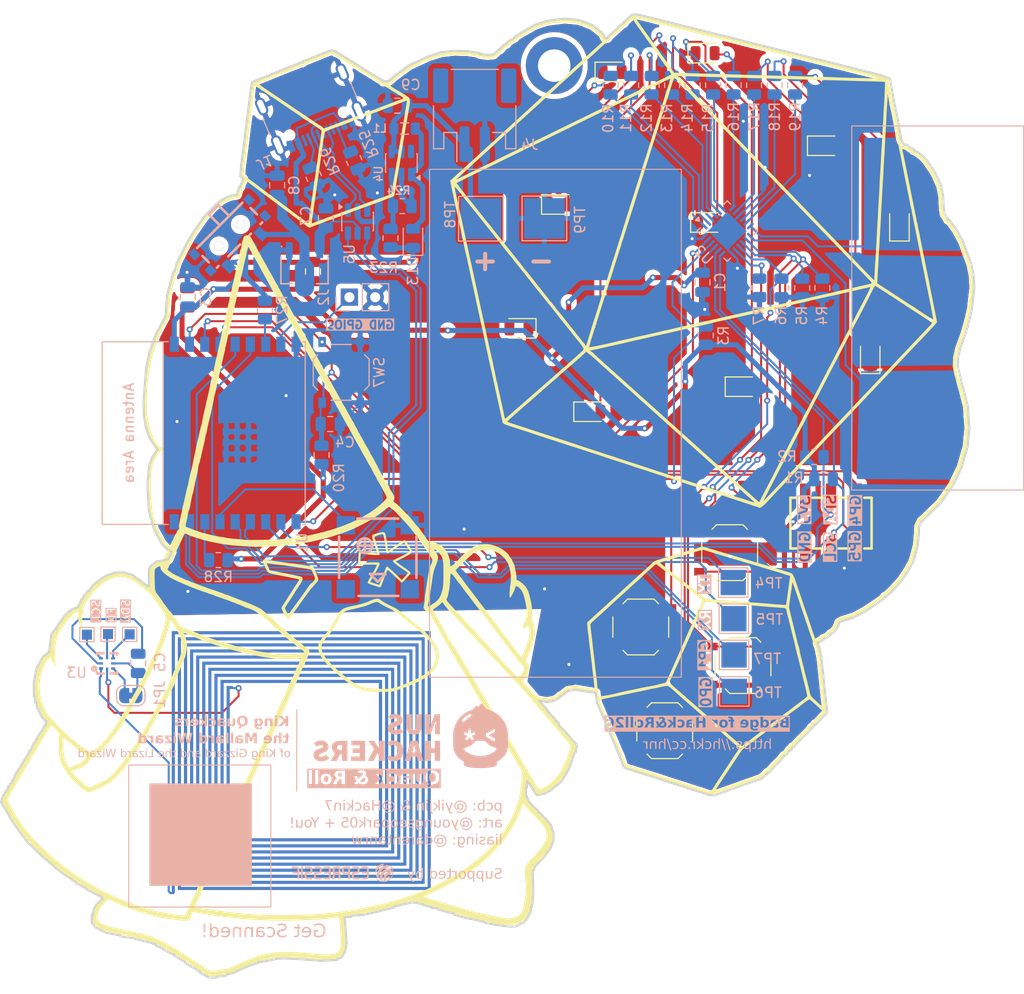
<source format=kicad_pcb>
(kicad_pcb (version 20241229) (generator "pcbnew") (generator_version "9.0")
  (title_block (title "Hack&Roll 2026 hardware badge") (date "2025-12-01") (rev "0.0.14") (company "NUS Hackers") (comment 1 "Art by @youngseopark05") (comment 2 "Developed by @yikjin and @Hackin7") (comment 3 "Licensed under CERN-OHL-P-2.0"))
  (layers (0 "F.Cu" mixed) (2 "B.Cu" mixed) (13 "F.Paste" user) (15 "B.Paste" user) (5 "F.SilkS" user "F.Silkscreen") (7 "B.SilkS" user "B.Silkscreen") (1 "F.Mask" user) (3 "B.Mask" user) (25 "Edge.Cuts" user))
  (net 0 "")
  (net 1 "GND")
  (net 2 "+3V3")
  (net 3 "/EN")
  (net 4 "/Components/BUZZER")
  (net 5 "/External connectors/+VUSB")
  (net 6 "Net-(SW9-C)")
  (net 7 "Net-(D13-K)")
  (net 8 "Net-(D1-A)")
  (net 9 "Net-(D2-A)")
  (net 10 "Net-(D3-A)")
  (net 11 "Net-(D4-A)")
  (net 12 "Net-(D5-A)")
  (net 13 "Net-(D6-A)")
  (net 14 "Net-(D7-A)")
  (net 15 "Net-(D8-A)")
  (net 16 "Net-(D9-A)")
  (net 17 "Net-(D13-A)")
  (net 18 "Net-(D10-A)")
  (net 19 "/External connectors/D+")
  (net 20 "/External connectors/D-")
  (net 22 "Net-(J1-CC1)")
  (net 24 "Net-(J1-CC2)")
  (net 25 "/Debug connectors/BOOT_IS_SPI")
  (net 26 "/Debug connectors/BOOT_BUG")
  (net 27 "/Debug connectors/EXT_1")
  (net 28 "/Debug connectors/EXT_0")
  (net 29 "/Debug connectors/BOOT_HIGH")
  (net 30 "/Debug connectors/UART_TX")
  (net 31 "/Debug connectors/UART_RX")
  (net 32 "/BTN_L")
  (net 33 "/BTN_R")
  (net 34 "/BTN_A")
  (net 35 "/BTN_B")
  (net 36 "/BTN_U")
  (net 37 "/BTN_D")
  (net 38 "/Components/LED_0")
  (net 39 "/Components/LED_4")
  (net 40 "/Components/LED_3")
  (net 41 "/Components/LED_6")
  (net 42 "/Components/LED_5")
  (net 43 "/Components/LED_1")
  (net 44 "/Components/LED_9")
  (net 45 "/Components/LED_8")
  (net 46 "/Components/LED_2")
  (net 47 "/Components/LED_7")
  (net 48 "/Microcontroller unit/IO_SCL")
  (net 49 "/Microcontroller unit/IO_SDA")
  (net 50 "/Microcontroller unit/IO_~{INT}")
  (net 51 "/External connectors/USB_D+")
  (net 52 "Net-(U4-FB)")
  (net 54 "/External connectors/USB_D-")
  (net 55 "Net-(U3-VSS)")
  (net 56 "Net-(JP1-B)")
  (net 57 "Net-(JP1-A)")
  (net 58 "Net-(U3-LA)")
  (net 59 "/NFC_SDA")
  (net 60 "/NFC_SCL")
  (net 61 "/Microcontroller unit/EXTRA1")
  (net 62 "/Microcontroller unit/EXTRA2")
  (net 63 "/NFC_FD")
  (net 64 "Net-(J4-Pin_1)")
  (net 67 "Net-(U3-LB)")
  (footprint "Button_Switch_SMD:SW_Push_1P1T_XKB_TS-1187A" (layer "F.Cu") (at 169.204532 102.977072 180)
    (property "Reference" "SW1" (hide yes))
    (property "Value" "BTN_U")
  )
  (footprint "LED_SMD:LED_0805_2012Metric" (layer "F.Cu") (at 170.447392 86.615976)
    (property "Reference" "D6" (hide yes))
    (property "Value" "LED_R")
  )
  (footprint "easyeda2kicad:CONN-SMD_HC-PM254-5.0H-2X3PS-02A" (layer "F.Cu") (at 179.186687 100.063477)
    (property "Reference" "U7" (hide yes))
    (property "Value" "HC-PM254-5.0H-2X3PS-02A")
  )
  (footprint "Capacitor_SMD:C_0805_2012Metric" (layer "F.Cu") (at 115.777721 77.856413 90)
    (property "Reference" "C2" (hide yes))
    (property "Value" "10u")
  )
  (footprint "LED_SMD:LED_0805_2012Metric" (layer "F.Cu") (at 148.440014 80.866736 180)
    (property "Reference" "D1" (hide yes))
    (property "Value" "LED_R")
  )
  (footprint "LED_SMD:LED_0805_2012Metric" (layer "F.Cu") (at 152.353382 68.654414)
    (property "Reference" "D2" (hide yes))
    (property "Value" "LED_G")
  )
  (footprint "LED_SMD:LED_0805_2012Metric" (layer "F.Cu") (at 183.051872 83.636629 90)
    (property "Reference" "D9" (hide yes))
    (property "Value" "LED_O")
  )
  (footprint "MountingHole:MountingHole_3.2mm_M3_DIN965_Pad" (layer "F.Cu") (at 151.918504 54.966296)
    (property "Reference" "H1" (hide yes))
    (property "Value" "Lanyard")
  )
  (footprint "Button_Switch_SMD:SW_Push_1P1T_XKB_TS-1187A" (layer "F.Cu") (at 170.518168 114.106325 180)
    (property "Reference" "SW4" (hide yes))
    (property "Value" "BTN_R")
  )
  (footprint "LED_SMD:LED_0805_2012Metric" (layer "F.Cu") (at 155.531081 89.088326)
    (property "Reference" "D3" (hide yes))
    (property "Value" "LED_B")
  )
  (footprint "Capacitor_SMD:C_0805_2012Metric" (layer "F.Cu") (at 128.148853 75.264323 -90)
    (property "Reference" "C10" (hide yes))
    (property "Value" "22u")
  )
  (footprint "LED_SMD:LED_0805_2012Metric" (layer "F.Cu") (at 167.041305 70.433148)
    (property "Reference" "D5" (hide yes))
    (property "Value" "LED_Y")
  )
  (footprint "LED_SMD:LED_0805_2012Metric" (layer "F.Cu") (at 157.623671 55.587307)
    (property "Reference" "D4" (hide yes))
    (property "Value" "LED_O")
  )
  (footprint "LED_SMD:LED_0805_2012Metric" (layer "F.Cu") (at 185.92747 70.57409 90)
    (property "Reference" "D10" (hide yes))
    (property "Value" "LED_Y")
  )
  (footprint "LOGO" (layer "F.Cu") (at 146.013026 96.248594)
    (property "Reference" "G***" (hide yes))
    (property "Value" "LOGO" (hide yes))
  )
  (footprint "Button_Switch_SMD:SW_Push_1P1T_XKB_TS-1187A" (layer "F.Cu") (at 162.804722 120.528056 180)
    (property "Reference" "SW2" (hide yes))
    (property "Value" "BTN_D")
  )
  (footprint "LED_SMD:LED_0805_2012Metric" (layer "F.Cu") (at 178.55153 62.867329)
    (property "Reference" "D8" (hide yes))
    (property "Value" "LED_B")
  )
  (footprint "LED_SMD:LED_0805_2012Metric" (layer "F.Cu") (at 166.782913 53.741365)
    (property "Reference" "D7" (hide yes))
    (property "Value" "LED_G")
  )
  (footprint "Button_Switch_SMD:SW_Push_1P1T_XKB_TS-1187A" (layer "F.Cu") (at 160.444828 110.306446 180)
    (property "Reference" "SW3" (hide yes))
    (property "Value" "BTN_L")
  )
  (footprint "Package_TO_SOT_SMD:SOT-23-6" (layer "B.Cu") (at 136.858835 64.56708 90)
    (property "Reference" "U4")
    (property "Value" "MT3608")
  )
  (footprint "Resistor_SMD:R_0805_2012Metric" (layer "B.Cu") (at 169.589486 56.898431 90)
    (property "Reference" "R16")
    (property "Value" "120R")
  )
  (footprint "Resistor_SMD:R_0805_2012Metric" (layer "B.Cu") (at 123.416846 79.054332 90)
    (property "Reference" "R27")
    (property "Value" "10k")
  )
  (footprint "Capacitor_SMD:C_0805_2012Metric" (layer "B.Cu") (at 124.617638 66.763416 90)
    (property "Reference" "C8")
    (property "Value" "1u")
  )
  (footprint "TestPoint:TestPoint_Pad_2.5x2.5mm" (layer "B.Cu") (at 169.634903 113.05708)
    (property "Reference" "TP7")
    (property "Value" "TestPoint")
  )
  (footprint "hnr26-badge:SW-SMD_SK-01A-H1.5" (layer "B.Cu") (at 119.997664 71.621386 45)
    (property "Reference" "SW9" (hide yes))
    (property "Value" "SW_PWR" (hide yes))
  )
  (footprint "Resistor_SMD:R_0805_2012Metric" (layer "B.Cu") (at 178.340568 76.882049 -90)
    (property "Reference" "R4")
    (property "Value" "10k")
  )
  (footprint "Resistor_SMD:R_0805_2012Metric" (layer "B.Cu") (at 128.991932 93.344923 90)
    (property "Reference" "R20")
    (property "Value" "10k")
  )
  (footprint "Package_DFN_QFN:QFN-24-1EP_4x4mm_P0.5mm_EP2.7x2.7mm" (layer "B.Cu") (at 168.965821 71.280941 -45)
    (property "Reference" "U2")
    (property "Value" "AW9523BTQR")
  )
  (footprint "Jumper:SolderJumper-2_P1.3mm_Bridged_RoundedPad1.0x1.5mm" (layer "B.Cu") (at 110.200306 117.06877 180)
    (property "Reference" "JP1")
    (property "Value" "SolderJumper_2_Bridged")
  )
  (footprint "Resistor_SMD:R_0805_2012Metric" (layer "B.Cu") (at 178.454129 95.744565)
    (property "Reference" "R1")
    (property "Value" "4k7")
  )
  (footprint "Capacitor_SMD:C_0805_2012Metric" (layer "B.Cu") (at 115.820236 77.762925 90)
    (property "Reference" "C3")
    (property "Value" "0u1")
  )
  (footprint "Resistor_SMD:R_0805_2012Metric" (layer "B.Cu") (at 174.295539 76.882049 -90)
    (property "Reference" "R6")
    (property "Value" "10k")
  )
  (footprint "Capacitor_SMD:C_0805_2012Metric" (layer "B.Cu") (at 110.926517 113.893761 -90)
    (property "Reference" "C5")
    (property "Value" "10u")
  )
  (footprint "hnr26-badge:NFC_COIL" (layer "B.Cu") (at 114.240917 136.230717 90)
    (property "Reference" "L2" (hide yes))
    (property "Value" "L")
  )
  (footprint "easyeda2kicad:XQFN-8_L1.6-W1.6-P0.50-BL_NT3H2111W0FHKH" (layer "B.Cu") (at 107.859971 113.893761)
    (property "Reference" "U3")
    (property "Value" "NT3H2111W0FHKH")
  )
  (footprint "Capacitor_SMD:C_0805_2012Metric" (layer "B.Cu") (at 129.847591 90.298669)
    (property "Reference" "C4")
    (property "Value" "1u")
  )
  (footprint "Resistor_SMD:R_0805_2012Metric" (layer "B.Cu") (at 166.852459 81.574568 90)
    (property "Reference" "R3")
    (property "Value" "4k7")
  )
  (footprint "Resistor_SMD:R_0805_2012Metric" (layer "B.Cu") (at 157.474568 56.898431 90)
    (property "Reference" "R10")
    (property "Value" "240R")
  )
  (footprint "Resistor_SMD:R_0805_2012Metric" (layer "B.Cu") (at 135.787673 71.970386 90)
    (property "Reference" "R23")
    (property "Value" "10k")
  )
  (footprint "Resistor_SMD:R_0805_2012Metric" (layer "B.Cu") (at 165.55118 56.898431 90)
    (property "Reference" "R14")
    (property "Value" "51R")
  )
  (footprint "Resistor_SMD:R_0805_2012Metric" (layer "B.Cu") (at 172.123347 76.870238 -90)
    (property "Reference" "R7")
    (property "Value" "10k")
  )
  (footprint "Resistor_SMD:R_0805_2012Metric" (layer "B.Cu") (at 177.541629 93.552262)
    (property "Reference" "R2")
    (property "Value" "4k7")
  )
  (footprint "TestPoint:TestPoint_Pad_1.0x1.0mm" (layer "B.Cu") (at 107.955216 111.007359)
    (property "Reference" "TP3" (hide yes))
    (property "Value" "TestPoint")
  )
  (footprint "Resistor_SMD:R_0805_2012Metric" (layer "B.Cu") (at 159.493721 56.898431 90)
    (property "Reference" "R11")
    (property "Value" "120R")
  )
  (footprint "Connector_USB:USB_C_Receptacle_GCT_USB4105-xx-A_16P_TopMnt_Horizontal" (layer "B.Cu") (at 127.48669 58.29999 23)
    (property "Reference" "J1")
    (property "Value" "USB-TYPE-C-018")
  )
  (footprint "TestPoint:TestPoint_Pad_4.0x4.0mm" (layer "B.Cu") (at 150.947329 70.030085 -90)
    (property "Reference" "TP9")
    (property "Value" "TestPoint")
  )
  (footprint "LOGO" (layer "B.Cu") (at 137.753192 121.112597 180)
    (property "Reference" "G***" (hide yes))
    (property "Value" "LOGO" (hide yes))
  )
  (footprint "Resistor_SMD:R_0805_2012Metric" (layer "B.Cu") (at 163.532027 56.898431 90)
    (property "Reference" "R13")
    (property "Value" "51R")
  )
  (footprint "Resistor_SMD:R_0805_2012Metric" (layer "B.Cu") (at 171.608639 56.898431 90)
    (property "Reference" "R17")
    (property "Value" "82R")
  )
  (footprint "Resistor_SMD:R_0805_2012Metric" (layer "B.Cu") (at 167.570333 56.898431 90)
    (property "Reference" "R15")
    (property "Value" "240R")
  )
  (footprint "hnr26-badge:SOT-89-3_L4.5-W2.5-P1.50-LS4.2-BR" (layer "B.Cu") (at 127.231094 74.460406 90)
    (property "Reference" "U6" (hide yes))
    (property "Value" "AMS1117-3.3" (hide yes))
  )
  (footprint "Capacitor_SMD:C_0805_2012Metric" (layer "B.Cu") (at 166.527876 76.329457 -90)
    (property "Reference" "C1")
    (property "Value" "1u")
  )
  (footprint "Package_TO_SOT_SMD:SOT-23-6" (layer "B.Cu") (at 132.544658 70.344442 -90)
    (property "Reference" "U5")
    (property "Value" "USBLC6-2SC6-ES")
  )
  (footprint "Resistor_SMD:R_0805_2012Metric" (layer "B.Cu") (at 132.204685 64.323761 -67)
    (property "Reference" "R25")
    (property "Value" "5k1")
  )
  (footprint "Capacitor_SMD:C_0805_2012Metric" (layer "B.Cu") (at 129.416745 69.995853 90)
    (property "Reference" "C7")
    (property "Value" "1u")
  )
  (footprint "Capacitor_SMD:C_0805_2012Metric" (layer "B.Cu") (at 136.464921 58.915586 180)
    (property "Reference" "C9")
    (property "Value" "22u")
  )
  (footprint "Connector_JST:JST_PH_S2B-PH-SM4-TB_1x02-1MP_P2.00mm_Horizontal" (layer "B.Cu") (at 144.083583 59.848899)
    (property "Reference" "J4")
    (property "Value" "JST PH S2B")
  )
  (footprint "Resistor_SMD:R_0805_2012Metric" (layer "B.Cu") (at 175.646945 56.898431 90)
    (property "Reference" "R19")
    (property "Value" "51R")
  )
  (footprint "Resistor_SMD:R_0805_2012Metric" (layer "B.Cu") (at 118.823437 103.714933)
    (property "Reference" "R28")
    (property "Value" "10k")
  )
  (footprint "TestPoint:TestPoint_Pad_2.5x2.5mm" (layer "B.Cu") (at 169.658741 116.656605)
    (property "Reference" "TP6")
    (property "Value" "TestPoint")
  )
  (footprint "Button_Switch_SMD:SW_Push_1P1T_XKB_TS-1187A" (layer "B.Cu") (at 130.927078 85.203217 90)
    (property "Reference" "SW7")
    (property "Value" "BTN_RST")
  )
  (footprint "TestPoint:TestPoint_Pad_2.5x2.5mm" (layer "B.Cu") (at 169.617025 109.484703)
    (property "Reference" "TP5")
    (property "Value" "TestPoint")
  )
  (footprint "TestPoint:TestPoint_Pad_4.0x4.0mm" (layer "B.Cu") (at 144.69641 70.056799 -90)
    (property "Reference" "TP8")
    (property "Value" "TestPoint")
  )
  (footprint "Resistor_SMD:R_0805_2012Metric" (layer "B.Cu") (at 173.627792 56.898431 90)
    (property "Reference" "R18")
    (property "Value" "51R")
  )
  (footprint "Resistor_SMD:R_0805_2012Metric" (layer "B.Cu") (at 176.350632 76.882049 -90)
    (property "Reference" "R5")
    (property "Value" "10k")
  )
  (footprint "Diode_SMD:D_0805_2012Metric" (layer "B.Cu") (at 138.001534 71.992976 90)
    (property "Reference" "D13")
    (property "Value" "1A")
  )
  (footprint "TestPoint:TestPoint_Pad_1.0x1.0mm" (layer "B.Cu") (at 105.876457 111.059104)
    (property "Reference" "TP2" (hide yes))
    (property "Value" "TestPoint")
  )
  (footprint "Resistor_SMD:R_0805_2012Metric" (layer "B.Cu") (at 161.512874 56.898431 90)
    (property "Reference" "R12")
    (property "Value" "82R")
  )
  (footprint "hnr26-badge:Buzzer-SMD_4P-L7.5-W7.5-BR" (layer "B.Cu") (at 134.382569 103.450912 90)
    (property "Reference" "BZ1" (hide yes))
    (property "Value" "FUET-7525-3.6V" (hide yes))
  )
  (footprint "Resistor_SMD:R_0805_2012Metric" (layer "B.Cu") (at 136.942608 68.819022)
    (property "Reference" "R24")
    (property "Value" "2k21")
  )
  (footprint "TestPoint:TestPoint_Pad_1.0x1.0mm" (layer "B.Cu") (at 110.084567 111.031401)
    (property "Reference" "TP1" (hide yes))
    (property "Value" "TestPoint")
  )
  (footprint "PCM_Espressif:ESP32-C3-WROOM-02" (layer "B.Cu") (at 120.383026 91.188594 -90)
    (property "Reference" "U1")
    (property "Value" "ESP32-C3-WROOM-02-N4")
  )
  (footprint "Inductor_SMD:L_0805_2012Metric" (layer "B.Cu") (at 137.175101 61.172869)
    (property "Reference" "L1")
    (property "Value" "22u")
  )
  (footprint "Resistor_SMD:R_0805_2012Metric" (layer "B.Cu") (at 128.219307 65.891395 -67)
    (property "Reference" "R26")
    (property "Value" "5k1")
  )
  (footprint "LOGO" (layer "B.Cu") (at 131.066586 134.533526 180)
    (property "Reference" "G***" (hide yes))
    (property "Value" "LOGO" (hide yes))
  )
  (footprint "TestPoint:TestPoint_Pad_2.5x2.5mm" (layer "B.Cu") (at 169.553457 105.924907)
    (property "Reference" "TP4")
    (property "Value" "TestPoint")
  )
  (footprint "Connector_PinSocket_2.54mm:PinSocket_1x02_P2.54mm_Vertical" (layer "B.Cu") (at 131.739056 77.798673 -90)
    (property "Reference" "J2")
    (property "Value" "BOOT")
  )
  (gr_rect (start 139.635495 65.186068) (end 164.440495 115.256333) (stroke (width 0.1)) (fill no) (layer "B.SilkS"))
  (gr_rect (start 181.231329 60.916338) (end 198.163775 96.80485) (stroke (width 0.1)) (fill no) (layer "B.SilkS"))
  (gr_rect (start 109.998708 123.909361) (end 123.998708 137.909361) (stroke (width 0.1)) (fill no) (layer "B.SilkS"))
  (gr_rect (start 112.076212 125.772437) (end 122.076212 135.772437) (stroke (width 0.1)) (fill yes) (layer "B.SilkS"))
  (gr_line (start 126.559307 118.465772) (end 126.54217 126.507737) (stroke (width 0.1)) (layer "B.SilkS"))
  (gr_line (start 177.595724 119.985368) (end 177.393479 120.235912) (stroke (width 0.2)) (layer "Edge.Cuts"))
  (gr_line (start 99.556705 123.66613) (end 99.711029 123.37597) (stroke (width 0.2)) (layer "Edge.Cuts"))
  (gr_line (start 102.130987 133.508771) (end 102.001188 133.421231) (stroke (width 0.2)) (layer "Edge.Cuts"))
  (gr_line (start 104.995545 108.35496) (end 105.031766 108.204032) (stroke (width 0.2)) (layer "Edge.Cuts"))
  (gr_line (start 172.024495 52.895548) (end 172.499876 53.014382) (stroke (width 0.2)) (layer "Edge.Cuts"))
  (gr_line (start 174.695373 53.551314) (end 175.854384 53.833232) (stroke (width 0.2)) (layer "Edge.Cuts"))
  (gr_line (start 149.139579 126.128199) (end 149.133546 126.50854) (stroke (width 0.2)) (layer "Edge.Cuts"))
  (gr_line (start 107.147862 137.333297) (end 107.410479 137.091812) (stroke (width 0.2)) (layer "Edge.Cuts"))
  (gr_line (start 130.54486 143.128829) (end 128.886878 143.21644) (stroke (width 0.2)) (layer "Edge.Cuts"))
  (gr_line (start 190.035445 66.816336) (end 190.222823 67.715672) (stroke (width 0.2)) (layer "Edge.Cuts"))
  (gr_line (start 130.399768 53.634187) (end 130.483723 53.650035) (stroke (width 0.2)) (layer "Edge.Cuts"))
  (gr_line (start 101.327779 113.580684) (end 101.513524 113.255994) (stroke (width 0.2)) (layer "Edge.Cuts"))
  (gr_line (start 100.745458 121.685001) (end 100.842052 121.443516) (stroke (width 0.2)) (layer "Edge.Cuts"))
  (gr_line (start 144.647454 53.827377) (end 144.732353 53.823991) (stroke (width 0.2)) (layer "Edge.Cuts"))
  (gr_line (start 152.312106 117.356198) (end 152.194951 117.420717) (stroke (width 0.2)) (layer "Edge.Cuts"))
  (gr_line (start 106.058084 106.761152) (end 106.096761 106.677764) (stroke (width 0.2)) (layer "Edge.Cuts"))
  (gr_line (start 104.077897 108.741339) (end 104.222788 108.741339) (stroke (width 0.2)) (layer "Edge.Cuts"))
  (gr_line (start 150.854135 118.035378) (end 151.213346 118.426812) (stroke (width 0.2)) (layer "Edge.Cuts"))
  (gr_line (start 186.167034 105.731919) (end 185.362486 106.616087) (stroke (width 0.2)) (layer "Edge.Cuts"))
  (gr_line (start 149.332849 127.190738) (end 149.429443 127.577116) (stroke (width 0.2)) (layer "Edge.Cuts"))
  (gr_line (start 142.086614 53.497752) (end 143.409091 53.538286) (stroke (width 0.2)) (layer "Edge.Cuts"))
  (gr_line (start 117.214821 144.52956) (end 117.166524 144.432964) (stroke (width 0.2)) (layer "Edge.Cuts"))
  (gr_line (start 176.974631 120.664462) (end 176.882397 120.75473) (stroke (width 0.2)) (layer "Edge.Cuts"))
  (gr_line (start 151.590528 129.808541) (end 151.856732 130.645541) (stroke (width 0.2)) (layer "Edge.Cuts"))
  (gr_line (start 185.991718 61.543909) (end 186.036062 61.809164) (stroke (width 0.2)) (layer "Edge.Cuts"))
  (gr_line (start 159.068336 50.402647) (end 159.304537 50.181159) (stroke (width 0.2)) (layer "Edge.Cuts"))
  (gr_line (start 151.494071 118.817189) (end 151.795931 119.173381) (stroke (width 0.2)) (layer "Edge.Cuts"))
  (gr_line (start 151.460945 132.26798) (end 151.104565 132.73303) (stroke (width 0.2)) (layer "Edge.Cuts"))
  (gr_line (start 149.624152 138.001012) (end 149.625475 138.117984) (stroke (width 0.2)) (layer "Edge.Cuts"))
  (gr_line (start 120.885238 66.915923) (end 120.981832 66.915923) (stroke (width 0.2)) (layer "Edge.Cuts"))
  (gr_line (start 113.755375 77.701303) (end 113.772044 77.581822) (stroke (width 0.2)) (layer "Edge.Cuts"))
  (gr_line (start 103.809316 134.815816) (end 103.498402 134.628664) (stroke (width 0.2)) (layer "Edge.Cuts"))
  (gr_line (start 127.115555 54.648423) (end 127.115555 54.551829) (stroke (width 0.2)) (layer "Edge.Cuts"))
  (gr_line (start 175.854384 53.833232) (end 176.850515 54.089812) (stroke (width 0.2)) (layer "Edge.Cuts"))
  (gr_line (start 141.991366 138.637165) (end 141.991366 138.492271) (stroke (width 0.2)) (layer "Edge.Cuts"))
  (gr_line (start 100.648864 121.733298) (end 100.745458 121.685001) (stroke (width 0.2)) (layer "Edge.Cuts"))
  (gr_line (start 176.882397 120.75473) (end 176.787092 120.849271) (stroke (width 0.2)) (layer "Edge.Cuts"))
  (gr_line (start 171.483102 125.563701) (end 171.149929 125.678405) (stroke (width 0.2)) (layer "Edge.Cuts"))
  (gr_line (start 163.230692 50.690889) (end 164.551321 51.021046) (stroke (width 0.2)) (layer "Edge.Cuts"))
  (gr_line (start 162.568513 125.388467) (end 161.754227 125.122987) (stroke (width 0.2)) (layer "Edge.Cuts"))
  (gr_line (start 172.901833 124.824149) (end 172.805239 124.824149) (stroke (width 0.2)) (layer "Edge.Cuts"))
  (gr_line (start 146.911388 52.951999) (end 147.01666 52.873138) (stroke (width 0.2)) (layer "Edge.Cuts"))
  (gr_line (start 149.912415 134.242129) (end 149.815821 134.290429) (stroke (width 0.2)) (layer "Edge.Cuts"))
  (gr_line (start 177.903026 111.958594) (end 177.939814 112.067639) (stroke (width 0.2)) (layer "Edge.Cuts"))
  (gr_line (start 184.058118 55.896437) (end 184.158607 55.921599) (stroke (width 0.2)) (layer "Edge.Cuts"))
  (gr_line (start 120.643751 67.68868) (end 120.885238 66.915923) (stroke (width 0.2)) (layer "Edge.Cuts"))
  (gr_line (start 97.412948 127.577265) (end 97.569915 127.000717) (stroke (width 0.2)) (layer "Edge.Cuts"))
  (gr_line (start 157.428604 120.857738) (end 157.067134 119.951975) (stroke (width 0.2)) (layer "Edge.Cuts"))
  (gr_line (start 152.840359 116.966801) (end 152.718484 117.068869) (stroke (width 0.2)) (layer "Edge.Cuts"))
  (gr_line (start 156.190988 117.917644) (end 156.139294 117.810292) (stroke (width 0.2)) (layer "Edge.Cuts"))
  (gr_line (start 189.610181 65.836244) (end 189.999436 66.72256) (stroke (width 0.2)) (layer "Edge.Cuts"))
  (gr_line (start 146.174278 139.677053) (end 145.794964 139.603126) (stroke (width 0.2)) (layer "Edge.Cuts"))
  (gr_line (start 151.848311 131.417302) (end 151.55452 132.117051) (stroke (width 0.2)) (layer "Edge.Cuts"))
  (gr_line (start 102.782245 134.058905) (end 102.29097 133.614422) (stroke (width 0.2)) (layer "Edge.Cuts"))
  (gr_line (start 184.061108 107.769184) (end 183.913577 107.871816) (stroke (width 0.2)) (layer "Edge.Cuts"))
  (gr_line (start 121.735518 143.767858) (end 120.962198 144.096689) (stroke (width 0.2)) (layer "Edge.Cuts"))
  (gr_line (start 172.765999 124.911689) (end 172.350569 125.254864) (stroke (width 0.2)) (layer "Edge.Cuts"))
  (gr_line (start 140.778264 53.64618) (end 142.086614 53.497752) (stroke (width 0.2)) (layer "Edge.Cuts"))
  (gr_line (start 98.137419 125.983456) (end 98.234013 125.983456) (stroke (width 0.2)) (layer "Edge.Cuts"))
  (gr_line (start 101.125799 118.551717) (end 101.08354 118.400788) (stroke (width 0.2)) (layer "Edge.Cuts"))
  (gr_line (start 106.180975 136.347352) (end 105.924774 136.218307) (stroke (width 0.2)) (layer "Edge.Cuts"))
  (gr_line (start 100.117595 122.74754) (end 100.214189 122.506055) (stroke (width 0.2)) (layer "Edge.Cuts"))
  (gr_line (start 101.798866 113.024702) (end 101.904514 112.991497) (stroke (width 0.2)) (layer "Edge.Cuts"))
  (gr_line (start 179.180449 111.011136) (end 179.09593 111.098676) (stroke (width 0.2)) (layer "Edge.Cuts"))
  (gr_line (start 107.886538 105.18159) (end 108.56954 104.974153) (stroke (width 0.2)) (layer "Edge.Cuts"))
  (gr_line (start 178.455991 111.590705) (end 178.356379 111.626926) (stroke (width 0.2)) (layer "Edge.Cuts"))
  (gr_line (start 189.981754 98.113742) (end 188.513828 99.549596) (stroke (width 0.2)) (layer "Edge.Cuts"))
  (gr_line (start 106.540475 106.097202) (end 107.120623 105.650316) (stroke (width 0.2)) (layer "Edge.Cuts"))
  (gr_line (start 149.839337 135.367496) (end 149.874476 136.644293) (stroke (width 0.2)) (layer "Edge.Cuts"))
  (gr_line (start 112.81968 92.803248) (end 112.745348 92.726842) (stroke (width 0.2)) (layer "Edge.Cuts"))
  (gr_line (start 113.768831 102.648149) (end 113.308687 102.191026) (stroke (width 0.2)) (layer "Edge.Cuts"))
  (gr_line (start 139.703284 137.897624) (end 138.996937 137.719527) (stroke (width 0.2)) (layer "Edge.Cuts"))
  (gr_line (start 178.685393 117.492022) (end 178.70103 117.633394) (stroke (width 0.2)) (layer "Edge.Cuts"))
  (gr_line (start 163.759697 125.77429) (end 163.437086 125.671235) (stroke (width 0.2)) (layer "Edge.Cuts"))
  (gr_line (start 141.309168 138.401715) (end 141.136731 138.350775) (stroke (width 0.2)) (layer "Edge.Cuts"))
  (gr_line (start 120.981824 65.901681) (end 121.050687 64.90706) (stroke (width 0.2)) (layer "Edge.Cuts"))
  (gr_line (start 97.827613 128.244241) (end 97.412948 127.577265) (stroke (width 0.2)) (layer "Edge.Cuts"))
  (gr_line (start 187.740079 102.262777) (end 187.439278 103.42847) (stroke (width 0.2)) (layer "Edge.Cuts"))
  (gr_line (start 115.723645 143.533437) (end 115.572716 143.467027) (stroke (width 0.2)) (layer "Edge.Cuts"))
  (gr_line (start 138.996937 137.622931) (end 138.812804 137.60785) (stroke (width 0.2)) (layer "Edge.Cuts"))
  (gr_line (start 191.696955 83.800263) (end 191.683844 84.624043) (stroke (width 0.2)) (layer "Edge.Cuts"))
  (gr_line (start 114.425278 142.633329) (end 113.785717 142.307886) (stroke (width 0.2)) (layer "Edge.Cuts"))
  (gr_line (start 114.523774 75.08193) (end 114.72432 74.438218) (stroke (width 0.2)) (layer "Edge.Cuts"))
  (gr_line (start 142.81242 138.878639) (end 142.670545 138.863558) (stroke (width 0.2)) (layer "Edge.Cuts"))
  (gr_line (start 116.082856 143.732663) (end 115.723645 143.533437) (stroke (width 0.2)) (layer "Edge.Cuts"))
  (gr_line (start 150.435382 128.606069) (end 150.673096 128.790579) (stroke (width 0.2)) (layer "Edge.Cuts"))
  (gr_line (start 149.236173 125.500333) (end 149.236173 126.128199) (stroke (width 0.2)) (layer "Edge.Cuts"))
  (gr_line (start 121.072383 64.745429) (end 121.141807 64.235427) (stroke (width 0.2)) (layer "Edge.Cuts"))
  (gr_line (start 156.583402 118.823216) (end 156.243061 118.031973) (stroke (width 0.2)) (layer "Edge.Cuts"))
  (gr_line (start 135.084599 56.532021) (end 135.586251 56.486177) (stroke (width 0.2)) (layer "Edge.Cuts"))
  (gr_line (start 120.042705 67.786393) (end 120.643751 67.68868) (stroke (width 0.2)) (layer "Edge.Cuts"))
  (gr_line (start 181.441832 109.369007) (end 180.306379 109.719185) (stroke (width 0.2)) (layer "Edge.Cuts"))
  (gr_line (start 117.501412 69.777536) (end 117.570651 69.686564) (stroke (width 0.2)) (layer "Edge.Cuts"))
  (gr_line (start 151.409553 118.642112) (end 151.409553 118.787005) (stroke (width 0.2)) (layer "Edge.Cuts"))
  (gr_line (start 187.288359 103.854089) (end 187.25481 103.947651) (stroke (width 0.2)) (layer "Edge.Cuts"))
  (gr_line (start 150.932615 126.7621) (end 150.202117 126.900953) (stroke (width 0.2)) (layer "Edge.Cuts"))
  (gr_line (start 130.483723 53.650035) (end 130.795201 53.815302) (stroke (width 0.2)) (layer "Edge.Cuts"))
  (gr_line (start 115.42765 73.001377) (end 115.512547 72.844598) (stroke (width 0.2)) (layer "Edge.Cuts"))
  (gr_line (start 170.984144 125.735383) (end 169.504993 126.271931) (stroke (width 0.2)) (layer "Edge.Cuts"))
  (gr_line (start 120.962198 144.096689) (end 120.331503 144.402135) (stroke (width 0.2)) (layer "Edge.Cuts"))
  (gr_line (start 154.017603 122.699095) (end 153.921009 122.699095) (stroke (width 0.2)) (layer "Edge.Cuts"))
  (gr_line (start 156.243061 118.031973) (end 156.190988 117.917644) (stroke (width 0.2)) (layer "Edge.Cuts"))
  (gr_line (start 152.309085 125.832377) (end 151.699332 126.27309) (stroke (width 0.2)) (layer "Edge.Cuts"))
  (gr_line (start 184.206391 107.666553) (end 184.061108 107.769184) (stroke (width 0.2)) (layer "Edge.Cuts"))
  (gr_line (start 113.281615 142.000004) (end 113.157854 141.969818) (stroke (width 0.2)) (layer "Edge.Cuts"))
  (gr_line (start 130.795201 53.815302) (end 131.350431 54.152063) (stroke (width 0.2)) (layer "Edge.Cuts"))
  (gr_line (start 123.675131 55.96964) (end 124.489394 55.635498) (stroke (width 0.2)) (layer "Edge.Cuts"))
  (gr_line (start 152.423794 120.091029) (end 152.51737 120.106137) (stroke (width 0.2)) (layer "Edge.Cuts"))
  (gr_line (start 146.627641 53.199522) (end 146.724237 53.199522) (stroke (width 0.2)) (layer "Edge.Cuts"))
  (gr_line (start 149.332547 138.878666) (end 149.293304 138.990354) (stroke (width 0.2)) (layer "Edge.Cuts"))
  (gr_line (start 187.439278 103.42847) (end 187.400648 103.53992) (stroke (width 0.2)) (layer "Edge.Cuts"))
  (gr_line (start 150.541792 133.418622) (end 150.284077 133.665018) (stroke (width 0.2)) (layer "Edge.Cuts"))
  (gr_line (start 185.440327 58.69276) (end 185.477897 58.889631) (stroke (width 0.2)) (layer "Edge.Cuts"))
  (gr_line (start 133.201569 138.670107) (end 131.897242 138.782077) (stroke (width 0.2)) (layer "Edge.Cuts"))
  (gr_line (start 182.609553 108.741167) (end 182.496735 108.8138) (stroke (width 0.2)) (layer "Edge.Cuts"))
  (gr_line (start 112.030914 94.307886) (end 112.332517 93.540014) (stroke (width 0.2)) (layer "Edge.Cuts"))
  (gr_line (start 109.197478 140.714091) (end 109.118994 140.710334) (stroke (width 0.2)) (layer "Edge.Cuts"))
  (gr_line (start 192.214551 82.031079) (end 191.953222 82.766302) (stroke (width 0.2)) (layer "Edge.Cuts"))
  (gr_line (start 178.411454 114.880286) (end 178.488056 115.644466) (stroke (width 0.2)) (layer "Edge.Cuts"))
  (gr_line (start 128.310158 54.086153) (end 129.162152 53.742851) (stroke (width 0.2)) (layer "Edge.Cuts"))
  (gr_line (start 139.866288 138.009299) (end 139.866288 137.912705) (stroke (width 0.2)) (layer "Edge.Cuts"))
  (gr_line (start 144.647454 53.730783) (end 144.647454 53.827377) (stroke (width 0.2)) (layer "Edge.Cuts"))
  (gr_line (start 112.674881 141.728333) (end 112.626584 141.583439) (stroke (width 0.2)) (layer "Edge.Cuts"))
  (gr_line (start 102.332369 111.227445) (end 102.387492 110.963013) (stroke (width 0.2)) (layer "Edge.Cuts"))
  (gr_line (start 183.725723 55.811895) (end 184.058118 55.896437) (stroke (width 0.2)) (layer "Edge.Cuts"))
  (gr_line (start 137.842391 137.459334) (end 137.403129 137.574644) (stroke (width 0.2)) (layer "Edge.Cuts"))
  (gr_line (start 104.41605 135.256516) (end 104.41605 135.159922) (stroke (width 0.2)) (layer "Edge.Cuts"))
  (gr_line (start 151.648016 126.387795) (end 151.190893 126.623057) (stroke (width 0.2)) (layer "Edge.Cuts"))
  (gr_line (start 147.207207 52.716549) (end 147.539251 52.469027) (stroke (width 0.2)) (layer "Edge.Cuts"))
  (gr_line (start 185.027842 56.433927) (end 185.050596 56.552087) (stroke (width 0.2)) (layer "Edge.Cuts"))
  (gr_line (start 185.16979 57.208005) (end 185.187782 57.309787) (stroke (width 0.2)) (layer "Edge.Cuts"))
  (gr_line (start 138.996937 137.719527) (end 138.996937 137.622931) (stroke (width 0.2)) (layer "Edge.Cuts"))
  (gr_line (start 134.713503 56.253558) (end 135.084599 56.435427) (stroke (width 0.2)) (layer "Edge.Cuts"))
  (gr_line (start 167.061039 51.643223) (end 167.912766 51.864881) (stroke (width 0.2)) (layer "Edge.Cuts"))
  (gr_line (start 113.658781 78.999291) (end 113.755375 77.701303) (stroke (width 0.2)) (layer "Edge.Cuts"))
  (gr_line (start 129.252401 53.706651) (end 129.516458 53.60173) (stroke (width 0.2)) (layer "Edge.Cuts"))
  (gr_line (start 192.535808 81.071937) (end 192.463365 81.317385) (stroke (width 0.2)) (layer "Edge.Cuts"))
  (gr_line (start 149.627062 138.233443) (end 149.574045 138.540584) (stroke (width 0.2)) (layer "Edge.Cuts"))
  (gr_line (start 171.208793 52.692208) (end 171.48641 52.761446) (stroke (width 0.2)) (layer "Edge.Cuts"))
  (gr_line (start 149.565197 125.91086) (end 149.500761 125.805646) (stroke (width 0.2)) (layer "Edge.Cuts"))
  (gr_line (start 111.696768 90.714392) (end 111.660735 90.580396) (stroke (width 0.2)) (layer "Edge.Cuts"))
  (gr_line (start 158.20351 51.196909) (end 158.296024 51.109866) (stroke (width 0.2)) (layer "Edge.Cuts"))
  (gr_line (start 112.674855 81.439694) (end 113.545031 79.795334) (stroke (width 0.2)) (layer "Edge.Cuts"))
  (gr_line (start 122.678635 143.432983) (end 121.735518 143.767858) (stroke (width 0.2)) (layer "Edge.Cuts"))
  (gr_line (start 111.838643 96.000866) (end 112.030914 94.307886) (stroke (width 0.2)) (layer "Edge.Cuts"))
  (gr_line (start 166.488868 126.645483) (end 166.294751 126.583705) (stroke (width 0.2)) (layer "Edge.Cuts"))
  (gr_line (start 190.723996 70.151664) (end 190.868882 70.199964) (stroke (width 0.2)) (layer "Edge.Cuts"))
  (gr_line (start 179.421936 110.866245) (end 179.180449 111.011136) (stroke (width 0.2)) (layer "Edge.Cuts"))
  (gr_line (start 133.056306 55.226299) (end 133.620024 55.571736) (stroke (width 0.2)) (layer "Edge.Cuts"))
  (gr_line (start 158.798546 50.736389) (end 158.798546 50.639792) (stroke (width 0.2)) (layer "Edge.Cuts"))
  (gr_line (start 104.310399 135.144841) (end 103.809316 134.815816) (stroke (width 0.2)) (layer "Edge.Cuts"))
  (gr_line (start 158.346985 122.997084) (end 158.035338 122.294204) (stroke (width 0.2)) (layer "Edge.Cuts"))
  (gr_line (start 187.343102 63.293456) (end 187.472906 63.330246) (stroke (width 0.2)) (layer "Edge.Cuts"))
  (gr_line (start 102.870536 134.12758) (end 102.782245 134.058905) (stroke (width 0.2)) (layer "Edge.Cuts"))
  (gr_line (start 188.513828 99.549596) (end 188.105977 99.908386) (stroke (width 0.2)) (layer "Edge.Cuts"))
  (gr_line (start 166.294751 126.583705) (end 165.784506 126.420746) (stroke (width 0.2)) (layer "Edge.Cuts"))
  (gr_line (start 101.904514 112.991497) (end 101.952814 112.846606) (stroke (width 0.2)) (layer "Edge.Cuts"))
  (gr_line (start 179.7272 110.52714) (end 179.421936 110.866245) (stroke (width 0.2)) (layer "Edge.Cuts"))
  (gr_line (start 156.727803 51.817039) (end 156.96325 52.2819) (stroke (width 0.2)) (layer "Edge.Cuts"))
  (gr_line (start 153.297106 124.385536) (end 153.246888 124.488449) (stroke (width 0.2)) (layer "Edge.Cuts"))
  (gr_line (start 107.120623 105.650316) (end 107.265516 105.538628) (stroke (width 0.2)) (layer "Edge.Cuts"))
  (gr_line (start 106.34795 138.685621) (end 106.444544 138.685621) (stroke (width 0.2)) (layer "Edge.Cuts"))
  (gr_line (start 104.802426 135.546301) (end 104.802426 135.449707) (stroke (width 0.2)) (layer "Edge.Cuts"))
  (gr_line (start 190.382132 69.593966) (end 190.639488 69.973568) (stroke (width 0.2)) (layer "Edge.Cuts"))
  (gr_line (start 111.70549 84.726431) (end 112.065375 83.109164) (stroke (width 0.2)) (layer "Edge.Cuts"))
  (gr_line (start 151.55452 132.117051) (end 151.460945 132.26798) (stroke (width 0.2)) (layer "Edge.Cuts"))
  (gr_line (start 159.443885 124.395133) (end 159.126179 124.305331) (stroke (width 0.2)) (layer "Edge.Cuts"))
  (gr_line (start 190.31085 69.14319) (end 190.382132 69.593966) (stroke (width 0.2)) (layer "Edge.Cuts"))
  (gr_line (start 156.96325 52.2819) (end 157.156441 52.233603) (stroke (width 0.2)) (layer "Edge.Cuts"))
  (gr_line (start 116.310879 71.453942) (end 117.214647 70.151839) (stroke (width 0.2)) (layer "Edge.Cuts"))
  (gr_line (start 122.012838 57.252325) (end 122.157353 56.583332) (stroke (width 0.2)) (layer "Edge.Cuts"))
  (gr_line (start 156.625171 51.702334) (end 156.727803 51.817039) (stroke (width 0.2)) (layer "Edge.Cuts"))
  (gr_line (start 148.062174 139.836846) (end 147.639123 139.856686) (stroke (width 0.2)) (layer "Edge.Cuts"))
  (gr_line (start 114.220297 102.897373) (end 114.096536 102.809835) (stroke (width 0.2)) (layer "Edge.Cuts"))
  (gr_line (start 157.067134 119.951975) (end 156.867148 119.511452) (stroke (width 0.2)) (layer "Edge.Cuts"))
  (gr_line (start 149.812831 134.697937) (end 149.811508 134.812546) (stroke (width 0.2)) (layer "Edge.Cuts"))
  (gr_line (start 149.293304 138.990354) (end 148.994465 139.361638) (stroke (width 0.2)) (layer "Edge.Cuts"))
  (gr_line (start 173.132193 124.59266) (end 173.046727 124.679258) (stroke (width 0.2)) (layer "Edge.Cuts"))
  (gr_line (start 111.99404 106.124706) (end 111.982716 105.556551) (stroke (width 0.2)) (layer "Edge.Cuts"))
  (gr_line (start 101.056372 121.088076) (end 101.255598 120.761316) (stroke (width 0.2)) (layer "Edge.Cuts"))
  (gr_line (start 151.928746 119.306199) (end 152.037416 119.414869) (stroke (width 0.2)) (layer "Edge.Cuts"))
  (gr_line (start 110.514826 105.238847) (end 110.694618 105.457126) (stroke (width 0.2)) (layer "Edge.Cuts"))
  (gr_line (start 115.572716 143.467027) (end 115.524419 143.322136) (stroke (width 0.2)) (layer "Edge.Cuts"))
  (gr_line (start 115.930432 72.074106) (end 116.248702 71.552459) (stroke (width 0.2)) (layer "Edge.Cuts"))
  (gr_line (start 102.677277 110.576635) (end 102.822168 110.576635) (stroke (width 0.2)) (layer "Edge.Cuts"))
  (gr_line (start 150.34709 128.591358) (end 150.435382 128.606069) (stroke (width 0.2)) (layer "Edge.Cuts"))
  (gr_line (start 157.542819 51.798928) (end 157.766194 51.599702) (stroke (width 0.2)) (layer "Edge.Cuts"))
  (gr_line (start 103.498402 134.628664) (end 103.450105 134.53207) (stroke (width 0.2)) (layer "Edge.Cuts"))
  (gr_line (start 127.264221 54.496928) (end 127.465712 54.42203) (stroke (width 0.2)) (layer "Edge.Cuts"))
  (gr_line (start 150.284077 133.665018) (end 150.161073 133.784813) (stroke (width 0.2)) (layer "Edge.Cuts"))
  (gr_line (start 123.046715 143.309584) (end 122.769006 143.322046) (stroke (width 0.2)) (layer "Edge.Cuts"))
  (gr_line (start 105.64159 136.014179) (end 105.312566 135.811934) (stroke (width 0.2)) (layer "Edge.Cuts"))
  (gr_line (start 179.051261 54.634157) (end 180.13652 54.909307) (stroke (width 0.2)) (layer "Edge.Cuts"))
  (gr_line (start 112.626489 103.911614) (end 112.754968 103.832755) (stroke (width 0.2)) (layer "Edge.Cuts"))
  (gr_line (start 102.387492 110.963013) (end 102.484089 110.914716) (stroke (width 0.2)) (layer "Edge.Cuts"))
  (gr_line (start 129.672363 53.539709) (end 130.037202 53.461328) (stroke (width 0.2)) (layer "Edge.Cuts"))
  (gr_line (start 148.897871 139.458232) (end 148.606769 139.560676) (stroke (width 0.2)) (layer "Edge.Cuts"))
  (gr_line (start 135.084599 56.435427) (end 135.084599 56.532021) (stroke (width 0.2)) (layer "Edge.Cuts"))
  (gr_line (start 114.510175 142.645976) (end 114.425278 142.633329) (stroke (width 0.2)) (layer "Edge.Cuts"))
  (gr_line (start 175.123508 122.457584) (end 175.087284 122.541351) (stroke (width 0.2)) (layer "Edge.Cuts"))
  (gr_line (start 113.65087 79.348504) (end 113.654706 79.180181) (stroke (width 0.2)) (layer "Edge.Cuts"))
  (gr_line (start 105.031766 108.204032) (end 105.285327 107.727097) (stroke (width 0.2)) (layer "Edge.Cuts"))
  (gr_line (start 189.558746 65.732467) (end 189.610181 65.836244) (stroke (width 0.2)) (layer "Edge.Cuts"))
  (gr_line (start 146.48275 53.344413) (end 146.579344 53.344413) (stroke (width 0.2)) (layer "Edge.Cuts"))
  (gr_line (start 158.477562 50.93757) (end 158.798546 50.736389) (stroke (width 0.2)) (layer "Edge.Cuts"))
  (gr_line (start 165.784506 126.420746) (end 165.278229 126.259292) (stroke (width 0.2)) (layer "Edge.Cuts"))
  (gr_line (start 108.617837 104.925856) (end 109.510338 104.915703) (stroke (width 0.2)) (layer "Edge.Cuts"))
  (gr_line (start 127.115555 54.551829) (end 127.264221 54.496928) (stroke (width 0.2)) (layer "Edge.Cuts"))
  (gr_line (start 178.757963 118.145148) (end 178.770266 118.254061) (stroke (width 0.2)) (layer "Edge.Cuts"))
  (gr_line (start 159.126179 124.305331) (end 158.750741 124.147989) (stroke (width 0.2)) (layer "Edge.Cuts"))
  (gr_line (start 163.437086 125.671235) (end 163.291938 125.624928) (stroke (width 0.2)) (layer "Edge.Cuts"))
  (gr_line (start 152.879115 50.337911) (end 153.051706 50.338705) (stroke (width 0.2)) (layer "Edge.Cuts"))
  (gr_line (start 103.208618 134.387176) (end 102.870536 134.12758) (stroke (width 0.2)) (layer "Edge.Cuts"))
  (gr_line (start 105.469461 107.455426) (end 105.526814 107.340719) (stroke (width 0.2)) (layer "Edge.Cuts"))
  (gr_line (start 111.805456 106.27818) (end 111.998644 106.27818) (stroke (width 0.2)) (layer "Edge.Cuts"))
  (gr_line (start 136.1474 137.961023) (end 135.074928 138.229257) (stroke (width 0.2)) (layer "Edge.Cuts"))
  (gr_line (start 192.076994 86.282947) (end 192.22188 86.765919) (stroke (width 0.2)) (layer "Edge.Cuts"))
  (gr_line (start 114.026919 102.760596) (end 113.768831 102.648149) (stroke (width 0.2)) (layer "Edge.Cuts"))
  (gr_line (start 118.518673 68.702921) (end 118.615267 68.702921) (stroke (width 0.2)) (layer "Edge.Cuts"))
  (gr_line (start 177.876425 111.880487) (end 177.903026 111.958594) (stroke (width 0.2)) (layer "Edge.Cuts"))
  (gr_line (start 109.510338 104.915703) (end 110.356539 105.167344) (stroke (width 0.2)) (layer "Edge.Cuts"))
  (gr_line (start 106.444544 138.685621) (end 106.459626 138.5196) (stroke (width 0.2)) (layer "Edge.Cuts"))
  (gr_line (start 107.410479 137.091812) (end 107.313885 136.898624) (stroke (width 0.2)) (layer "Edge.Cuts"))
  (gr_line (start 150.048135 133.892826) (end 149.912415 134.242129) (stroke (width 0.2)) (layer "Edge.Cuts"))
  (gr_line (start 189.296677 65.265909) (end 189.558746 65.732467) (stroke (width 0.2)) (layer "Edge.Cuts"))
  (gr_line (start 139.866288 137.912705) (end 139.703284 137.897624) (stroke (width 0.2)) (layer "Edge.Cuts"))
  (gr_line (start 98.747727 129.794219) (end 98.372855 129.245027) (stroke (width 0.2)) (layer "Edge.Cuts"))
  (gr_line (start 153.679524 121.395069) (end 154.085506 121.818621) (stroke (width 0.2)) (layer "Edge.Cuts"))
  (gr_line (start 101.807997 119.994599) (end 101.856294 119.559923) (stroke (width 0.2)) (layer "Edge.Cuts"))
  (gr_line (start 178.600909 118.980182) (end 178.41074 119.167335) (stroke (width 0.2)) (layer "Edge.Cuts"))
  (gr_line (start 102.146002 112.798309) (end 102.162036 112.61757) (stroke (width 0.2)) (layer "Edge.Cuts"))
  (gr_line (start 119.183972 144.736639) (end 118.663739 144.770977) (stroke (width 0.2)) (layer "Edge.Cuts"))
  (gr_line (start 151.213346 118.426812) (end 151.264662 118.642112) (stroke (width 0.2)) (layer "Edge.Cuts"))
  (gr_line (start 191.683844 84.624043) (end 192.076994 86.282947) (stroke (width 0.2)) (layer "Edge.Cuts"))
  (gr_line (start 161.754227 125.122987) (end 161.654087 125.090605) (stroke (width 0.2)) (layer "Edge.Cuts"))
  (gr_line (start 119.629684 144.674372) (end 119.282548 144.722669) (stroke (width 0.2)) (layer "Edge.Cuts"))
  (gr_line (start 135.745667 56.353925) (end 135.826887 56.288367) (stroke (width 0.2)) (layer "Edge.Cuts"))
  (gr_line (start 191.548066 71.102517) (end 192.130705 72.183238) (stroke (width 0.2)) (layer "Edge.Cuts"))
  (gr_line (start 113.308687 102.191026) (end 113.233363 102.08033) (stroke (width 0.2)) (layer "Edge.Cuts"))
  (gr_line (start 117.383861 144.577857) (end 117.214821 144.52956) (stroke (width 0.2)) (layer "Edge.Cuts"))
  (gr_line (start 148.185228 52.010203) (end 148.740646 51.657029) (stroke (width 0.2)) (layer "Edge.Cuts"))
  (gr_line (start 111.979144 104.610248) (end 112.134084 104.298935) (stroke (width 0.2)) (layer "Edge.Cuts"))
  (gr_line (start 105.768371 136.07757) (end 105.64159 136.014179) (stroke (width 0.2)) (layer "Edge.Cuts"))
  (gr_line (start 151.940822 117.579573) (end 151.18897 117.702421) (stroke (width 0.2)) (layer "Edge.Cuts"))
  (gr_line (start 157.766194 51.599702) (end 157.887312 51.490845) (stroke (width 0.2)) (layer "Edge.Cuts"))
  (gr_line (start 134.269678 55.966417) (end 134.713503 56.253558) (stroke (width 0.2)) (layer "Edge.Cuts"))
  (gr_line (start 191.953222 82.766302) (end 191.894855 82.935437) (stroke (width 0.2)) (layer "Edge.Cuts"))
  (gr_line (start 102.001188 133.324637) (end 101.915807 133.286304) (stroke (width 0.2)) (layer "Edge.Cuts"))
  (gr_line (start 111.17759 105.795207) (end 111.313427 105.837469) (stroke (width 0.2)) (layer "Edge.Cuts"))
  (gr_line (start 190.723996 70.05507) (end 190.723996 70.151664) (stroke (width 0.2)) (layer "Edge.Cuts"))
  (gr_line (start 106.830912 139.989647) (end 106.69489 139.908711) (stroke (width 0.2)) (layer "Edge.Cuts"))
  (gr_line (start 135.586251 56.486177) (end 135.745667 56.353925) (stroke (width 0.2)) (layer "Edge.Cuts"))
  (gr_line (start 172.878976 53.109564) (end 173.421411 53.238572) (stroke (width 0.2)) (layer "Edge.Cuts"))
  (gr_line (start 154.050287 116.487731) (end 153.278051 116.613628) (stroke (width 0.2)) (layer "Edge.Cuts"))
  (gr_line (start 101.856294 119.559923) (end 101.663106 119.463327) (stroke (width 0.2)) (layer "Edge.Cuts"))
  (gr_line (start 143.409091 53.538286) (end 144.647454 53.730783) (stroke (width 0.2)) (layer "Edge.Cuts"))
  (gr_line (start 186.349116 62.715588) (end 186.715246 62.810483) (stroke (width 0.2)) (layer "Edge.Cuts"))
  (gr_line (start 185.030276 106.950019) (end 184.589745 107.340547) (stroke (width 0.2)) (layer "Edge.Cuts"))
  (gr_line (start 169.504993 126.271931) (end 168.836685 126.500555) (stroke (width 0.2)) (layer "Edge.Cuts"))
  (gr_line (start 155.760477 51.009192) (end 156.625171 51.702334) (stroke (width 0.2)) (layer "Edge.Cuts"))
  (gr_line (start 192.646403 80.700049) (end 192.535808 81.071937) (stroke (width 0.2)) (layer "Edge.Cuts"))
  (gr_line (start 136.1474 137.864429) (end 136.1474 137.961023) (stroke (width 0.2)) (layer "Edge.Cuts"))
  (gr_line (start 178.745025 118.028387) (end 178.757963 118.145148) (stroke (width 0.2)) (layer "Edge.Cuts"))
  (gr_line (start 191.146615 70.559172) (end 191.225328 70.666532) (stroke (width 0.2)) (layer "Edge.Cuts"))
  (gr_line (start 122.157353 56.583332) (end 122.47902 56.435422) (stroke (width 0.2)) (layer "Edge.Cuts"))
  (gr_line (start 177.393479 120.235912) (end 177.296882 120.235912) (stroke (width 0.2)) (layer "Edge.Cuts"))
  (gr_line (start 100.310783 122.457758) (end 100.648864 121.733298) (stroke (width 0.2)) (layer "Edge.Cuts"))
  (gr_line (start 188.115843 63.776428) (end 188.26094 63.891323) (stroke (width 0.2)) (layer "Edge.Cuts"))
  (gr_line (start 159.42641 50.060226) (end 159.538098 49.945521) (stroke (width 0.2)) (layer "Edge.Cuts"))
  (gr_line (start 122.754065 56.32839) (end 123.039719 56.224121) (stroke (width 0.2)) (layer "Edge.Cuts"))
  (gr_line (start 182.851355 55.590209) (end 183.499557 55.754589) (stroke (width 0.2)) (layer "Edge.Cuts"))
  (gr_line (start 159.304537 50.181159) (end 159.42641 50.060226) (stroke (width 0.2)) (layer "Edge.Cuts"))
  (gr_line (start 118.213784 144.871886) (end 117.746091 144.819342) (stroke (width 0.2)) (layer "Edge.Cuts"))
  (gr_line (start 98.894951 124.697948) (end 99.270882 124.152688) (stroke (width 0.2)) (layer "Edge.Cuts"))
  (gr_line (start 111.660563 106.133289) (end 111.805456 106.181586) (stroke (width 0.2)) (layer "Edge.Cuts"))
  (gr_line (start 110.356539 105.167344) (end 110.514826 105.238847) (stroke (width 0.2)) (layer "Edge.Cuts"))
  (gr_line (start 185.252552 57.680269) (end 185.440327 58.69276) (stroke (width 0.2)) (layer "Edge.Cuts"))
  (gr_line (start 167.912766 51.864881) (end 168.323034 51.964729) (stroke (width 0.2)) (layer "Edge.Cuts"))
  (gr_line (start 102.315039 111.340335) (end 102.332369 111.227445) (stroke (width 0.2)) (layer "Edge.Cuts"))
  (gr_line (start 145.414906 139.53067) (end 145.290862 139.506513) (stroke (width 0.2)) (layer "Edge.Cuts"))
  (gr_line (start 192.819546 90.778482) (end 192.655399 92.464994) (stroke (width 0.2)) (layer "Edge.Cuts"))
  (gr_line (start 112.332517 93.540014) (end 112.81968 92.803248) (stroke (width 0.2)) (layer "Edge.Cuts"))
  (gr_line (start 115.512547 72.844598) (end 115.651591 72.589908) (stroke (width 0.2)) (layer "Edge.Cuts"))
  (gr_line (start 185.187782 57.309787) (end 185.252552 57.680269) (stroke (width 0.2)) (layer "Edge.Cuts"))
  (gr_line (start 192.06224 94.573018) (end 191.172157 96.433256) (stroke (width 0.2)) (layer "Edge.Cuts"))
  (gr_line (start 149.574045 138.540584) (end 149.477451 138.540584) (stroke (width 0.2)) (layer "Edge.Cuts"))
  (gr_line (start 131.897242 138.878671) (end 131.269378 138.926968) (stroke (width 0.2)) (layer "Edge.Cuts"))
  (gr_line (start 174.277363 123.409754) (end 174.175959 123.510216) (stroke (width 0.2)) (layer "Edge.Cuts"))
  (gr_line (start 112.754968 103.832755) (end 113.233789 103.761416) (stroke (width 0.2)) (layer "Edge.Cuts"))
  (gr_line (start 112.772983 141.77078) (end 112.674881 141.728333) (stroke (width 0.2)) (layer "Edge.Cuts"))
  (gr_line (start 136.151667 55.995659) (end 137.605802 54.927442) (stroke (width 0.2)) (layer "Edge.Cuts"))
  (gr_line (start 124.489394 55.635498) (end 124.657679 55.566921) (stroke (width 0.2)) (layer "Edge.Cuts"))
  (gr_line (start 185.098221 56.812794) (end 185.16979 57.208005) (stroke (width 0.2)) (layer "Edge.Cuts"))
  (gr_line (start 111.480645 89.394589) (end 111.452264 88.193881) (stroke (width 0.2)) (layer "Edge.Cuts"))
  (gr_line (start 110.761856 141.076131) (end 110.380762 140.979724) (stroke (width 0.2)) (layer "Edge.Cuts"))
  (gr_line (start 157.156441 52.137009) (end 157.319443 51.989097) (stroke (width 0.2)) (layer "Edge.Cuts"))
  (gr_line (start 108.123054 140.518839) (end 107.718377 140.436395) (stroke (width 0.2)) (layer "Edge.Cuts"))
  (gr_line (start 154.314076 50.467734) (end 154.596685 50.543198) (stroke (width 0.2)) (layer "Edge.Cuts"))
  (gr_line (start 187.472906 63.330246) (end 187.874358 63.574184) (stroke (width 0.2)) (layer "Edge.Cuts"))
  (gr_line (start 166.225121 51.439497) (end 166.906568 51.605708) (stroke (width 0.2)) (layer "Edge.Cuts"))
  (gr_line (start 116.248702 71.552459) (end 116.310879 71.453942) (stroke (width 0.2)) (layer "Edge.Cuts"))
  (gr_line (start 171.149929 125.678405) (end 170.984144 125.735383) (stroke (width 0.2)) (layer "Edge.Cuts"))
  (gr_line (start 157.156441 52.233603) (end 157.156441 52.137009) (stroke (width 0.2)) (layer "Edge.Cuts"))
  (gr_line (start 131.329693 142.301737) (end 130.979535 142.887341) (stroke (width 0.2)) (layer "Edge.Cuts"))
  (gr_line (start 159.538098 49.945521) (end 160.054276 49.915335) (stroke (width 0.2)) (layer "Edge.Cuts"))
  (gr_line (start 100.917881 114.324417) (end 101.158173 113.93386) (stroke (width 0.2)) (layer "Edge.Cuts"))
  (gr_line (start 164.297332 125.946042) (end 163.759697 125.77429) (stroke (width 0.2)) (layer "Edge.Cuts"))
  (gr_line (start 153.099955 116.758519) (end 152.840359 116.966801) (stroke (width 0.2)) (layer "Edge.Cuts"))
  (gr_line (start 135.074928 138.229257) (end 134.482276 138.379284) (stroke (width 0.2)) (layer "Edge.Cuts"))
  (gr_line (start 184.444859 107.485438) (end 184.206391 107.666553) (stroke (width 0.2)) (layer "Edge.Cuts"))
  (gr_line (start 99.664809 131.042593) (end 99.248244 130.523396) (stroke (width 0.2)) (layer "Edge.Cuts"))
  (gr_line (start 112.065375 83.109164) (end 112.626441 81.549991) (stroke (width 0.2)) (layer "Edge.Cuts"))
  (gr_line (start 116.538661 143.998296) (end 116.248876 143.853405) (stroke (width 0.2)) (layer "Edge.Cuts"))
  (gr_line (start 150.377279 50.813335) (end 151.080044 50.588453) (stroke (width 0.2)) (layer "Edge.Cuts"))
  (gr_line (start 189.155575 65.06404) (end 189.296677 65.265909) (stroke (width 0.2)) (layer "Edge.Cuts"))
  (gr_line (start 178.488056 115.644466) (end 178.503958 115.801813) (stroke (width 0.2)) (layer "Edge.Cuts"))
  (gr_line (start 160.649807 50.047934) (end 160.802723 50.083025) (stroke (width 0.2)) (layer "Edge.Cuts"))
  (gr_line (start 125.237399 142.986584) (end 124.773342 142.999046) (stroke (width 0.2)) (layer "Edge.Cuts"))
  (gr_line (start 131.473475 141.543577) (end 131.365914 142.06629) (stroke (width 0.2)) (layer "Edge.Cuts"))
  (gr_line (start 178.503958 115.801813) (end 178.685393 117.492022) (stroke (width 0.2)) (layer "Edge.Cuts"))
  (gr_line (start 102.580683 110.673229) (end 102.677277 110.576635) (stroke (width 0.2)) (layer "Edge.Cuts"))
  (gr_line (start 149.625475 138.117984) (end 149.627062 138.233443) (stroke (width 0.2)) (layer "Edge.Cuts"))
  (gr_line (start 152.520388 117.241491) (end 152.430401 117.290921) (stroke (width 0.2)) (layer "Edge.Cuts"))
  (gr_line (start 187.873882 100.385742) (end 187.849805 101.061905) (stroke (width 0.2)) (layer "Edge.Cuts"))
  (gr_line (start 111.660735 90.580396) (end 111.480645 89.394589) (stroke (width 0.2)) (layer "Edge.Cuts"))
  (gr_line (start 187.400648 103.53992) (end 187.288359 103.854089) (stroke (width 0.2)) (layer "Edge.Cuts"))
  (gr_line (start 111.313427 105.837469) (end 111.660563 106.133289) (stroke (width 0.2)) (layer "Edge.Cuts"))
  (gr_line (start 112.143519 91.837303) (end 112.07145 91.71373) (stroke (width 0.2)) (layer "Edge.Cuts"))
  (gr_line (start 124.773342 142.999046) (end 124.623 143.002327) (stroke (width 0.2)) (layer "Edge.Cuts"))
  (gr_line (start 154.596685 50.543198) (end 154.73743 50.580364) (stroke (width 0.2)) (layer "Edge.Cuts"))
  (gr_line (start 101.321252 118.991295) (end 101.125799 118.551717) (stroke (width 0.2)) (layer "Edge.Cuts"))
  (gr_line (start 157.427358 51.89722) (end 157.542819 51.798928) (stroke (width 0.2)) (layer "Edge.Cuts"))
  (gr_line (start 107.313885 136.898624) (end 107.072397 136.802028) (stroke (width 0.2)) (layer "Edge.Cuts"))
  (gr_line (start 153.278051 116.613628) (end 153.099955 116.758519) (stroke (width 0.2)) (layer "Edge.Cuts"))
  (gr_line (start 167.108787 126.858464) (end 166.488868 126.645483) (stroke (width 0.2)) (layer "Edge.Cuts"))
  (gr_line (start 176.850515 54.089812) (end 179.051261 54.634157) (stroke (width 0.2)) (layer "Edge.Cuts"))
  (gr_line (start 109.197478 140.810685) (end 109.197478 140.714091) (stroke (width 0.2)) (layer "Edge.Cuts"))
  (gr_line (start 163.291938 125.624928) (end 162.568513 125.388467) (stroke (width 0.2)) (layer "Edge.Cuts"))
  (gr_line (start 152.182307 119.559759) (end 152.182307 119.656353) (stroke (width 0.2)) (layer "Edge.Cuts"))
  (gr_line (start 151.699332 126.27309) (end 151.648016 126.387795) (stroke (width 0.2)) (layer "Edge.Cuts"))
  (gr_line (start 166.906568 51.605708) (end 167.061039 51.643223) (stroke (width 0.2)) (layer "Edge.Cuts"))
  (gr_line (start 192.655399 92.464994) (end 192.629205 92.597905) (stroke (width 0.2)) (layer "Edge.Cuts"))
  (gr_line (start 150.161073 133.784813) (end 150.048135 133.892826) (stroke (width 0.2)) (layer "Edge.Cuts"))
  (gr_line (start 192.248338 86.856925) (end 192.656643 88.504621) (stroke (width 0.2)) (layer "Edge.Cuts"))
  (gr_line (start 152.616982 120.139339) (end 152.665279 120.284233) (stroke (width 0.2)) (layer "Edge.Cuts"))
  (gr_line (start 190.222823 67.715672) (end 190.241608 67.873276) (stroke (width 0.2)) (layer "Edge.Cuts"))
  (gr_line (start 127.228955 143.079209) (end 125.377057 142.983938) (stroke (width 0.2)) (layer "Edge.Cuts"))
  (gr_line (start 107.718377 140.436395) (end 106.830912 139.989647) (stroke (width 0.2)) (layer "Edge.Cuts"))
  (gr_line (start 106.096761 106.677764) (end 106.540475 106.097202) (stroke (width 0.2)) (layer "Edge.Cuts"))
  (gr_line (start 169.0324 52.133771) (end 169.207099 52.17735) (stroke (width 0.2)) (layer "Edge.Cuts"))
  (gr_line (start 193.041267 79.105088) (end 192.946335 79.521332) (stroke (width 0.2)) (layer "Edge.Cuts"))
  (gr_line (start 135.826887 56.288367) (end 136.151667 55.995659) (stroke (width 0.2)) (layer "Edge.Cuts"))
  (gr_line (start 101.915807 133.286304) (end 101.628581 133.068624) (stroke (width 0.2)) (layer "Edge.Cuts"))
  (gr_line (start 173.67459 124.003095) (end 173.132193 124.59266) (stroke (width 0.2)) (layer "Edge.Cuts"))
  (gr_line (start 153.051706 50.338705) (end 154.210309 50.446594) (stroke (width 0.2)) (layer "Edge.Cuts"))
  (gr_line (start 120.331503 144.402135) (end 119.629684 144.577778) (stroke (width 0.2)) (layer "Edge.Cuts"))
  (gr_line (start 149.81526 51.026147) (end 150.201636 50.881254) (stroke (width 0.2)) (layer "Edge.Cuts"))
  (gr_line (start 150.95905 132.955544) (end 150.665175 133.298822) (stroke (width 0.2)) (layer "Edge.Cuts"))
  (gr_line (start 99.972704 131.489341) (end 99.972704 131.34445) (stroke (width 0.2)) (layer "Edge.Cuts"))
  (gr_line (start 117.842513 69.475678) (end 117.875715 69.397195) (stroke (width 0.2)) (layer "Edge.Cuts"))
  (gr_line (start 111.982716 105.556551) (end 111.976763 105.311481) (stroke (width 0.2)) (layer "Edge.Cuts"))
  (gr_line (start 146.579344 53.344413) (end 146.627641 53.199522) (stroke (width 0.2)) (layer "Edge.Cuts"))
  (gr_line (start 118.953349 68.316543) (end 119.267282 68.1409) (stroke (width 0.2)) (layer "Edge.Cuts"))
  (gr_line (start 111.998644 106.27818) (end 111.99404 106.124706) (stroke (width 0.2)) (layer "Edge.Cuts"))
  (gr_line (start 145.179845 139.485373) (end 144.937498 139.361612) (stroke (width 0.2)) (layer "Edge.Cuts"))
  (gr_line (start 145.922614 53.856817) (end 146.383137 53.444026) (stroke (width 0.2)) (layer "Edge.Cuts"))
  (gr_line (start 113.157854 141.969818) (end 113.109557 141.873224) (stroke (width 0.2)) (layer "Edge.Cuts"))
  (gr_line (start 174.731091 122.959421) (end 174.543941 123.03715) (stroke (width 0.2)) (layer "Edge.Cuts"))
  (gr_line (start 183.499557 55.754589) (end 183.725723 55.811895) (stroke (width 0.2)) (layer "Edge.Cuts"))
  (gr_line (start 140.445855 138.154192) (end 140.445855 138.057596) (stroke (width 0.2)) (layer "Edge.Cuts"))
  (gr_line (start 110.380762 140.979724) (end 109.197478 140.810685) (stroke (width 0.2)) (layer "Edge.Cuts"))
  (gr_line (start 154.210309 50.446594) (end 154.314076 50.467734) (stroke (width 0.2)) (layer "Edge.Cuts"))
  (gr_line (start 158.798546 50.639792) (end 159.068336 50.402647) (stroke (width 0.2)) (layer "Edge.Cuts"))
  (gr_line (start 134.482276 138.379284) (end 133.201569 138.670107) (stroke (width 0.2)) (layer "Edge.Cuts"))
  (gr_line (start 104.222788 108.741339) (end 104.271085 108.596448) (stroke (width 0.2)) (layer "Edge.Cuts"))
  (gr_line (start 192.22188 86.765919) (end 192.248338 86.856925) (stroke (width 0.2)) (layer "Edge.Cuts"))
  (gr_line (start 98.636226 125.299181) (end 98.894951 124.697948) (stroke (width 0.2)) (layer "Edge.Cuts"))
  (gr_line (start 97.944218 126.369835) (end 98.040814 126.369835) (stroke (width 0.2)) (layer "Edge.Cuts"))
  (gr_line (start 118.663739 144.867573) (end 118.313584 144.870563) (stroke (width 0.2)) (layer "Edge.Cuts"))
  (gr_line (start 127.465712 54.42203) (end 127.562682 54.386277) (stroke (width 0.2)) (layer "Edge.Cuts"))
  (gr_line (start 179.988488 109.898977) (end 179.928491 110.12877) (stroke (width 0.2)) (layer "Edge.Cuts"))
  (gr_line (start 105.333626 107.533909) (end 105.43022 107.533909) (stroke (width 0.2)) (layer "Edge.Cuts"))
  (gr_line (start 143.122673 138.975349) (end 142.81242 138.878639) (stroke (width 0.2)) (layer "Edge.Cuts"))
  (gr_line (start 113.943631 76.92028) (end 114.069303 76.45463) (stroke (width 0.2)) (layer "Edge.Cuts"))
  (gr_line (start 99.270882 124.152688) (end 99.480675 123.807063) (stroke (width 0.2)) (layer "Edge.Cuts"))
  (gr_line (start 189.999436 66.72256) (end 190.035445 66.816336) (stroke (width 0.2)) (layer "Edge.Cuts"))
  (gr_line (start 119.629684 144.577778) (end 119.629684 144.674372) (stroke (width 0.2)) (layer "Edge.Cuts"))
  (gr_line (start 117.570651 69.686564) (end 117.745916 69.475678) (stroke (width 0.2)) (layer "Edge.Cuts"))
  (gr_line (start 161.748382 50.320171) (end 163.230692 50.690889) (stroke (width 0.2)) (layer "Edge.Cuts"))
  (gr_line (start 155.99779 116.806805) (end 155.864408 116.792465) (stroke (width 0.2)) (layer "Edge.Cuts"))
  (gr_line (start 130.54486 143.032235) (end 130.54486 143.128829) (stroke (width 0.2)) (layer "Edge.Cuts"))
  (gr_line (start 144.732353 53.823991) (end 145.371914 53.923982) (stroke (width 0.2)) (layer "Edge.Cuts"))
  (gr_line (start 150.11466 128.211018) (end 150.34709 128.446465) (stroke (width 0.2)) (layer "Edge.Cuts"))
  (gr_line (start 190.997945 70.35674) (end 191.07052 70.45436) (stroke (width 0.2)) (layer "Edge.Cuts"))
  (gr_line (start 178.356379 111.626926) (end 177.876425 111.880487) (stroke (width 0.2)) (layer "Edge.Cuts"))
  (gr_line (start 116.248876 143.853405) (end 116.082856 143.732663) (stroke (width 0.2)) (layer "Edge.Cuts"))
  (gr_line (start 177.939814 112.067639) (end 177.975472 112.172912) (stroke (width 0.2)) (layer "Edge.Cuts"))
  (gr_line (start 178.455991 111.494108) (end 178.455991 111.590705) (stroke (width 0.2)) (layer "Edge.Cuts"))
  (gr_line (start 186.826503 104.735513) (end 186.167034 105.731919) (stroke (width 0.2)) (layer "Edge.Cuts"))
  (gr_line (start 117.745916 69.475678) (end 117.842513 69.475678) (stroke (width 0.2)) (layer "Edge.Cuts"))
  (gr_line (start 177.257348 120.323105) (end 177.060149 120.579439) (stroke (width 0.2)) (layer "Edge.Cuts"))
  (gr_line (start 100.643308 115.840659) (end 100.648785 115.599547) (stroke (width 0.2)) (layer "Edge.Cuts"))
  (gr_line (start 192.463365 81.317385) (end 192.427143 81.441808) (stroke (width 0.2)) (layer "Edge.Cuts"))
  (gr_line (start 154.844578 116.634212) (end 154.050287 116.487731) (stroke (width 0.2)) (layer "Edge.Cuts"))
  (gr_line (start 151.190893 126.623057) (end 150.932615 126.7621) (stroke (width 0.2)) (layer "Edge.Cuts"))
  (gr_line (start 151.205408 50.551004) (end 152.879115 50.337911) (stroke (width 0.2)) (layer "Edge.Cuts"))
  (gr_line (start 187.849805 101.061905) (end 187.740079 102.262777) (stroke (width 0.2)) (layer "Edge.Cuts"))
  (gr_line (start 184.493146 107.340547) (end 184.444859 107.485438) (stroke (width 0.2)) (layer "Edge.Cuts"))
  (gr_line (start 107.072397 136.802028) (end 106.180975 136.347352) (stroke (width 0.2)) (layer "Edge.Cuts"))
  (gr_line (start 110.887808 105.505425) (end 110.887808 105.602019) (stroke (width 0.2)) (layer "Edge.Cuts"))
  (gr_line (start 147.639123 139.856686) (end 146.174278 139.677053) (stroke (width 0.2)) (layer "Edge.Cuts"))
  (gr_line (start 101.255598 120.761316) (end 101.469916 120.477571) (stroke (width 0.2)) (layer "Edge.Cuts"))
  (gr_line (start 117.6012 144.722748) (end 117.552903 144.626154) (stroke (width 0.2)) (layer "Edge.Cuts"))
  (gr_line (start 100.64516 116.263505) (end 100.644102 115.942344) (stroke (width 0.2)) (layer "Edge.Cuts"))
  (gr_line (start 101.469916 120.477571) (end 101.614809 120.13949) (stroke (width 0.2)) (layer "Edge.Cuts"))
  (gr_line (start 185.050596 56.552087) (end 185.073085 56.679751) (stroke (width 0.2)) (layer "Edge.Cuts"))
  (gr_line (start 123.879842 143.177142) (end 123.16142 143.303922) (stroke (width 0.2)) (layer "Edge.Cuts"))
  (gr_line (start 149.139658 126.900953) (end 149.236255 126.997547) (stroke (width 0.2)) (layer "Edge.Cuts"))
  (gr_line (start 114.096536 102.809835) (end 114.026919 102.760596) (stroke (width 0.2)) (layer "Edge.Cuts"))
  (gr_line (start 182.496735 108.8138) (end 181.441832 109.369007) (stroke (width 0.2)) (layer "Edge.Cuts"))
  (gr_line (start 99.972704 131.34445) (end 99.82781 131.296153) (stroke (width 0.2)) (layer "Edge.Cuts"))
  (gr_line (start 168.323034 51.964729) (end 169.0324 52.133771) (stroke (width 0.2)) (layer "Edge.Cuts"))
  (gr_line (start 172.499876 53.014382) (end 172.605056 53.040761) (stroke (width 0.2)) (layer "Edge.Cuts"))
  (gr_line (start 113.772044 77.581822) (end 113.943631 76.92028) (stroke (width 0.2)) (layer "Edge.Cuts"))
  (gr_line (start 174.543941 123.03715) (end 174.50627 123.122531) (stroke (width 0.2)) (layer "Edge.Cuts"))
  (gr_line (start 178.70103 117.633394) (end 178.745025 118.028387) (stroke (width 0.2)) (layer "Edge.Cuts"))
  (gr_line (start 158.39153 123.10356) (end 158.346985 122.997084) (stroke (width 0.2)) (layer "Edge.Cuts"))
  (gr_line (start 139.58228 54.020565) (end 140.778264 53.64618) (stroke (width 0.2)) (layer "Edge.Cuts"))
  (gr_line (start 130.399768 53.537593) (end 130.399768 53.634187) (stroke (width 0.2)) (layer "Edge.Cuts"))
  (gr_line (start 164.551321 51.021046) (end 166.225121 51.439497) (stroke (width 0.2)) (layer "Edge.Cuts"))
  (gr_line (start 111.129293 105.650316) (end 111.17759 105.795207) (stroke (width 0.2)) (layer "Edge.Cuts"))
  (gr_line (start 191.172157 96.433256) (end 189.981754 98.113742) (stroke (width 0.2)) (layer "Edge.Cuts"))
  (gr_line (start 113.233789 103.761416) (end 113.914101 103.620131) (stroke (width 0.2)) (layer "Edge.Cuts"))
  (gr_line (start 147.979964 52.136983) (end 148.185228 52.010203) (stroke (width 0.2)) (layer "Edge.Cuts"))
  (gr_line (start 172.350569 125.254864) (end 172.220344 125.304552) (stroke (width 0.2)) (layer "Edge.Cuts"))
  (gr_line (start 177.975472 112.172912) (end 178.021316 112.315162) (stroke (width 0.2)) (layer "Edge.Cuts"))
  (gr_line (start 138.812804 137.60785) (end 138.290591 137.496161) (stroke (width 0.2)) (layer "Edge.Cuts"))
  (gr_line (start 121.911172 58.185607) (end 121.948103 57.896058) (stroke (width 0.2)) (layer "Edge.Cuts"))
  (gr_line (start 148.606769 139.560676) (end 148.438481 139.676701) (stroke (width 0.2)) (layer "Edge.Cuts"))
  (gr_line (start 111.842135 96.503105) (end 111.838643 96.000866) (stroke (width 0.2)) (layer "Edge.Cuts"))
  (gr_line (start 174.833723 122.856035) (end 174.731091 122.959421) (stroke (width 0.2)) (layer "Edge.Cuts"))
  (gr_line (start 121.948103 57.896058) (end 122.012838 57.252325) (stroke (width 0.2)) (layer "Edge.Cuts"))
  (gr_line (start 101.614809 120.13949) (end 101.711403 119.994599) (stroke (width 0.2)) (layer "Edge.Cuts"))
  (gr_line (start 148.994465 139.361638) (end 148.897871 139.458232) (stroke (width 0.2)) (layer "Edge.Cuts"))
  (gr_line (start 149.719158 137.912721) (end 149.622564 137.912721) (stroke (width 0.2)) (layer "Edge.Cuts"))
  (gr_line (start 105.593222 107.192809) (end 105.864896 106.906043) (stroke (width 0.2)) (layer "Edge.Cuts"))
  (gr_line (start 121.2318 63.569831) (end 121.254289 63.403152) (stroke (width 0.2)) (layer "Edge.Cuts"))
  (gr_line (start 173.046727 124.679258) (end 172.95013 124.679258) (stroke (width 0.2)) (layer "Edge.Cuts"))
  (gr_line (start 105.43022 107.533909) (end 105.469461 107.455426) (stroke (width 0.2)) (layer "Edge.Cuts"))
  (gr_line (start 121.254289 63.403152) (end 121.449438 61.830383) (stroke (width 0.2)) (layer "Edge.Cuts"))
  (gr_line (start 123.039719 56.224121) (end 123.675131 55.96964) (stroke (width 0.2)) (layer "Edge.Cuts"))
  (gr_line (start 102.29097 133.614422) (end 102.130987 133.508771) (stroke (width 0.2)) (layer "Edge.Cuts"))
  (gr_line (start 168.014004 126.800563) (end 167.878921 126.852633) (stroke (width 0.2)) (layer "Edge.Cuts"))
  (gr_line (start 112.433394 141.535142) (end 112.203982 141.447605) (stroke (width 0.2)) (layer "Edge.Cuts"))
  (gr_line (start 149.574333 127.625413) (end 149.719227 127.866898) (stroke (width 0.2)) (layer "Edge.Cuts"))
  (gr_line (start 103.981303 108.886233) (end 104.077897 108.741339) (stroke (width 0.2)) (layer "Edge.Cuts"))
  (gr_line (start 147.539251 52.469027) (end 147.634527 52.400542) (stroke (width 0.2)) (layer "Edge.Cuts"))
  (gr_line (start 100.897332 132.364918) (end 100.679051 132.177577) (stroke (width 0.2)) (layer "Edge.Cuts"))
  (gr_line (start 117.746091 144.722748) (end 117.6012 144.722748) (stroke (width 0.2)) (layer "Edge.Cuts"))
  (gr_line (start 151.080044 50.588453) (end 151.205408 50.551004) (stroke (width 0.2)) (layer "Edge.Cuts"))
  (gr_line (start 112.203982 141.447605) (end 110.761856 141.076131) (stroke (width 0.2)) (layer "Edge.Cuts"))
  (gr_line (start 98.42719 125.741969) (end 98.475487 125.452187) (stroke (width 0.2)) (layer "Edge.Cuts"))
  (gr_line (start 185.845879 60.685406) (end 185.991718 61.543909) (stroke (width 0.2)) (layer "Edge.Cuts"))
  (gr_line (start 140.845627 138.246257) (end 140.445855 138.154192) (stroke (width 0.2)) (layer "Edge.Cuts"))
  (gr_line (start 109.118994 140.710334) (end 108.123054 140.518839) (stroke (width 0.2)) (layer "Edge.Cuts"))
  (gr_line (start 98.282299 125.790268) (end 98.42719 125.741969) (stroke (width 0.2)) (layer "Edge.Cuts"))
  (gr_line (start 192.819546 90.647812) (end 192.819546 90.778482) (stroke (width 0.2)) (layer "Edge.Cuts"))
  (gr_line (start 173.421411 53.238572) (end 174.695373 53.551314) (stroke (width 0.2)) (layer "Edge.Cuts"))
  (gr_line (start 138.290591 137.496161) (end 137.842391 137.459334) (stroke (width 0.2)) (layer "Edge.Cuts"))
  (gr_line (start 104.41605 135.159922) (end 104.310399 135.144841) (stroke (width 0.2)) (layer "Edge.Cuts"))
  (gr_line (start 152.430401 117.290921) (end 152.312106 117.356198) (stroke (width 0.2)) (layer "Edge.Cuts"))
  (gr_line (start 152.194951 117.420717) (end 151.940822 117.579573) (stroke (width 0.2)) (layer "Edge.Cuts"))
  (gr_line (start 145.290862 139.506513) (end 145.179845 139.485373) (stroke (width 0.2)) (layer "Edge.Cuts"))
  (gr_line (start 149.133546 126.50854) (end 149.131165 126.617773) (stroke (width 0.2)) (layer "Edge.Cuts"))
  (gr_line (start 193.300003 76.974689) (end 193.073123 78.962895) (stroke (width 0.2)) (layer "Edge.Cuts"))
  (gr_line (start 100.679051 132.177577) (end 100.383228 131.848552) (stroke (width 0.2)) (layer "Edge.Cuts"))
  (gr_line (start 102.822168 110.576635) (end 102.822168 110.383447) (stroke (width 0.2)) (layer "Edge.Cuts"))
  (gr_line (start 174.175959 123.510216) (end 174.070023 123.6137) (stroke (width 0.2)) (layer "Edge.Cuts"))
  (gr_line (start 106.459626 138.5196) (end 106.551817 138.086911) (stroke (width 0.2)) (layer "Edge.Cuts"))
  (gr_line (start 137.403129 137.574644) (end 136.1474 137.864429) (stroke (width 0.2)) (layer "Edge.Cuts"))
  (gr_line (start 188.105977 99.908386) (end 187.873882 100.385742) (stroke (width 0.2)) (layer "Edge.Cuts"))
  (gr_line (start 121.536385 61.100621) (end 121.781881 59.174145) (stroke (width 0.2)) (layer "Edge.Cuts"))
  (gr_line (start 115.093704 143.078384) (end 114.510175 142.74257) (stroke (width 0.2)) (layer "Edge.Cuts"))
  (gr_line (start 98.620378 125.40389) (end 98.636226 125.299181) (stroke (width 0.2)) (layer "Edge.Cuts"))
  (gr_line (start 153.199568 120.839651) (end 153.679524 121.395069) (stroke (width 0.2)) (layer "Edge.Cuts"))
  (gr_line (start 132.144129 54.636168) (end 132.917262 55.137439) (stroke (width 0.2)) (layer "Edge.Cuts"))
  (gr_line (start 97.569915 127.000717) (end 97.634626 126.934119) (stroke (width 0.2)) (layer "Edge.Cuts"))
  (gr_line (start 176.184237 121.444733) (end 175.997166 121.629227) (stroke (width 0.2)) (layer "Edge.Cuts"))
  (gr_line (start 121.781881 59.174145) (end 121.911172 58.185607) (stroke (width 0.2)) (layer "Edge.Cuts"))
  (gr_line (start 152.873747 125.153198) (end 152.710557 125.442982) (stroke (width 0.2)) (layer "Edge.Cuts"))
  (gr_line (start 156.027412 117.104043) (end 155.99779 116.806805) (stroke (width 0.2)) (layer "Edge.Cuts"))
  (gr_line (start 101.663106 119.463327) (end 101.425392 119.171656) (stroke (width 0.2)) (layer "Edge.Cuts"))
  (gr_line (start 151.18897 117.702421) (end 150.443608 117.579573) (stroke (width 0.2)) (layer "Edge.Cuts"))
  (gr_line (start 148.438481 139.676701) (end 148.062174 139.836846) (stroke (width 0.2)) (layer "Edge.Cuts"))
  (gr_line (start 99.82781 131.296153) (end 99.664809 131.042593) (stroke (width 0.2)) (layer "Edge.Cuts"))
  (gr_line (start 161.654087 125.090605) (end 160.325825 124.678374) (stroke (width 0.2)) (layer "Edge.Cuts"))
  (gr_line (start 158.6034 123.705574) (end 158.39153 123.10356) (stroke (width 0.2)) (layer "Edge.Cuts"))
  (gr_line (start 175.368012 122.258358) (end 175.268399 122.457584) (stroke (width 0.2)) (layer "Edge.Cuts"))
  (gr_line (start 175.268399 122.457584) (end 175.123508 122.457584) (stroke (width 0.2)) (layer "Edge.Cuts"))
  (gr_line (start 149.622564 137.912721) (end 149.624152 138.001012) (stroke (width 0.2)) (layer "Edge.Cuts"))
  (gr_line (start 131.365914 142.06629) (end 131.329693 142.301737) (stroke (width 0.2)) (layer "Edge.Cuts"))
  (gr_line (start 130.037202 53.461328) (end 130.399768 53.537593) (stroke (width 0.2)) (layer "Edge.Cuts"))
  (gr_line (start 193.236189 75.597694) (end 193.300003 76.633721) (stroke (width 0.2)) (layer "Edge.Cuts"))
  (gr_line (start 100.793755 117.772925) (end 100.745458 117.145061) (stroke (width 0.2)) (layer "Edge.Cuts"))
  (gr_line (start 141.136731 138.350775) (end 140.845627 138.246257) (stroke (width 0.2)) (layer "Edge.Cuts"))
  (gr_line (start 188.644109 64.313736) (end 188.706551 64.396074) (stroke (width 0.2)) (layer "Edge.Cuts"))
  (gr_line (start 144.665827 139.310296) (end 144.357931 139.216721) (stroke (width 0.2)) (layer "Edge.Cuts"))
  (gr_line (start 121.514398 61.284199) (end 121.536385 61.100621) (stroke (width 0.2)) (layer "Edge.Cuts"))
  (gr_line (start 108.56954 104.974153) (end 108.617837 104.925856) (stroke (width 0.2)) (layer "Edge.Cuts"))
  (gr_line (start 181.978126 55.37478) (end 182.754862 55.565894) (stroke (width 0.2)) (layer "Edge.Cuts"))
  (gr_line (start 142.670545 138.863558) (end 141.991366 138.637165) (stroke (width 0.2)) (layer "Edge.Cuts"))
  (gr_line (start 117.552903 144.626154) (end 117.383861 144.577857) (stroke (width 0.2)) (layer "Edge.Cuts"))
  (gr_line (start 100.76821 115.095257) (end 100.81462 114.777173) (stroke (width 0.2)) (layer "Edge.Cuts"))
  (gr_line (start 146.724237 53.102928) (end 146.911388 52.951999) (stroke (width 0.2)) (layer "Edge.Cuts"))
  (gr_line (start 155.864408 116.792465) (end 154.844578 116.634212) (stroke (width 0.2)) (layer "Edge.Cuts"))
  (gr_line (start 146.383137 53.444026) (end 146.48275 53.344413) (stroke (width 0.2)) (layer "Edge.Cuts"))
  (gr_line (start 114.77552 74.311356) (end 115.42765 73.001377) (stroke (width 0.2)) (layer "Edge.Cuts"))
  (gr_line (start 154.73743 50.580364) (end 155.760477 51.009192) (stroke (width 0.2)) (layer "Edge.Cuts"))
  (gr_line (start 151.017216 129.137714) (end 151.590528 129.808541) (stroke (width 0.2)) (layer "Edge.Cuts"))
  (gr_line (start 152.520388 117.144897) (end 152.520388 117.241491) (stroke (width 0.2)) (layer "Edge.Cuts"))
  (gr_line (start 98.040814 126.369835) (end 98.061954 126.258146) (stroke (width 0.2)) (layer "Edge.Cuts"))
  (gr_line (start 187.343102 63.196862) (end 187.343102 63.293456) (stroke (width 0.2)) (layer "Edge.Cuts"))
  (gr_line (start 149.236173 126.128199) (end 149.139579 126.128199) (stroke (width 0.2)) (layer "Edge.Cuts"))
  (gr_line (start 152.037416 119.511462) (end 152.182307 119.559759) (stroke (width 0.2)) (layer "Edge.Cuts"))
  (gr_line (start 120.990881 66.801218) (end 121.271609 66.143168) (stroke (width 0.2)) (layer "Edge.Cuts"))
  (gr_line (start 106.69489 139.908711) (end 106.364355 139.476867) (stroke (width 0.2)) (layer "Edge.Cuts"))
  (gr_line (start 145.794964 139.603126) (end 145.544232 139.554826) (stroke (width 0.2)) (layer "Edge.Cuts"))
  (gr_line (start 105.285327 107.727097) (end 105.333626 107.533909) (stroke (width 0.2)) (layer "Edge.Cuts"))
  (gr_line (start 186.956731 63.003674) (end 187.343102 63.196862) (stroke (width 0.2)) (layer "Edge.Cuts"))
  (gr_line (start 178.827156 118.612915) (end 178.842396 118.738695) (stroke (width 0.2)) (layer "Edge.Cuts"))
  (gr_line (start 177.060149 120.579439) (end 176.974631 120.664462) (stroke (width 0.2)) (layer "Edge.Cuts"))
  (gr_line (start 98.372855 129.245027) (end 97.827613 128.244241) (stroke (width 0.2)) (layer "Edge.Cuts"))
  (gr_line (start 187.25481 103.947651) (end 186.956308 104.491009) (stroke (width 0.2)) (layer "Edge.Cuts"))
  (gr_line (start 176.787092 120.849271) (end 176.484885 121.147522) (stroke (width 0.2)) (layer "Edge.Cuts"))
  (gr_line (start 175.087284 122.541351) (end 174.833723 122.856035) (stroke (width 0.2)) (layer "Edge.Cuts"))
  (gr_line (start 104.802426 135.449707) (end 104.69074 135.407445) (stroke (width 0.2)) (layer "Edge.Cuts"))
  (gr_line (start 149.811508 134.812546) (end 149.839337 135.367496) (stroke (width 0.2)) (layer "Edge.Cuts"))
  (gr_line (start 98.234013 125.983456) (end 98.249094 125.889881) (stroke (width 0.2)) (layer "Edge.Cuts"))
  (gr_line (start 151.856732 130.645541) (end 151.848311 131.417302) (stroke (width 0.2)) (layer "Edge.Cuts"))
  (gr_line (start 150.665175 133.298822) (end 150.541792 133.418622) (stroke (width 0.2)) (layer "Edge.Cuts"))
  (gr_line (start 149.429443 127.577116) (end 149.574333 127.625413) (stroke (width 0.2)) (layer "Edge.Cuts"))
  (gr_line (start 102.484089 110.914716) (end 102.580683 110.673229) (stroke (width 0.2)) (layer "Edge.Cuts"))
  (gr_line (start 106.830912 137.574785) (end 106.975803 137.526488) (stroke (width 0.2)) (layer "Edge.Cuts"))
  (gr_line (start 151.795931 119.173381) (end 151.928746 119.306199) (stroke (width 0.2)) (layer "Edge.Cuts"))
  (gr_line (start 131.897242 138.782077) (end 131.897242 138.878671) (stroke (width 0.2)) (layer "Edge.Cuts"))
  (gr_line (start 192.427143 81.441808) (end 192.214551 82.031079) (stroke (width 0.2)) (layer "Edge.Cuts"))
  (gr_line (start 106.364355 139.476867) (end 106.34795 138.685621) (stroke (width 0.2)) (layer "Edge.Cuts"))
  (gr_line (start 191.225328 70.666532) (end 191.379606 70.878389) (stroke (width 0.2)) (layer "Edge.Cuts"))
  (gr_line (start 131.365972 140.019693) (end 131.471623 141.438424) (stroke (width 0.2)) (layer "Edge.Cuts"))
  (gr_line (start 114.510175 142.74257) (end 114.510175 142.645976) (stroke (width 0.2)) (layer "Edge.Cuts"))
  (gr_line (start 105.312566 135.811934) (end 104.802426 135.546301) (stroke (width 0.2)) (layer "Edge.Cuts"))
  (gr_line (start 178.310561 119.267324) (end 177.988137 119.630117) (stroke (width 0.2)) (layer "Edge.Cuts"))
  (gr_line (start 113.233363 102.08033) (end 112.480228 100.693133) (stroke (width 0.2)) (layer "Edge.Cuts"))
  (gr_line (start 191.379606 70.878389) (end 191.548066 71.102517) (stroke (width 0.2)) (layer "Edge.Cuts"))
  (gr_line (start 122.47902 56.435422) (end 122.754065 56.32839) (stroke (width 0.2)) (layer "Edge.Cuts"))
  (gr_line (start 158.035338 122.294204) (end 157.670092 121.404101) (stroke (width 0.2)) (layer "Edge.Cuts"))
  (gr_line (start 182.754862 55.565894) (end 182.851355 55.590209) (stroke (width 0.2)) (layer "Edge.Cuts"))
  (gr_line (start 119.484618 68.010725) (end 120.042705 67.786393) (stroke (width 0.2)) (layer "Edge.Cuts"))
  (gr_line (start 192.892757 79.757912) (end 192.646403 80.700049) (stroke (width 0.2)) (layer "Edge.Cuts"))
  (gr_line (start 175.413292 122.167802) (end 175.368012 122.258358) (stroke (width 0.2)) (layer "Edge.Cuts"))
  (gr_line (start 131.471623 141.438424) (end 131.473475 141.543577) (stroke (width 0.2)) (layer "Edge.Cuts"))
  (gr_line (start 192.656643 88.504621) (end 192.678868 88.618312) (stroke (width 0.2)) (layer "Edge.Cuts"))
  (gr_line (start 153.921009 122.699095) (end 153.903652 122.796631) (stroke (width 0.2)) (layer "Edge.Cuts"))
  (gr_line (start 169.745353 52.319601) (end 171.208793 52.692208) (stroke (width 0.2)) (layer "Edge.Cuts"))
  (gr_line (start 113.785717 142.307886) (end 113.399339 142.114698) (stroke (width 0.2)) (layer "Edge.Cuts"))
  (gr_line (start 167.743843 126.913759) (end 167.108787 126.858464) (stroke (width 0.2)) (layer "Edge.Cuts"))
  (gr_line (start 117.021633 144.288073) (end 116.915983 144.279024) (stroke (width 0.2)) (layer "Edge.Cuts"))
  (gr_line (start 112.626584 141.583439) (end 112.433394 141.535142) (stroke (width 0.2)) (layer "Edge.Cuts"))
  (gr_line (start 160.802723 50.083025) (end 161.748382 50.320171) (stroke (width 0.2)) (layer "Edge.Cuts"))
  (gr_line (start 149.815821 134.290429) (end 149.812831 134.697937) (stroke (width 0.2)) (layer "Edge.Cuts"))
  (gr_line (start 186.715246 62.810483) (end 186.956731 63.003674) (stroke (width 0.2)) (layer "Edge.Cuts"))
  (gr_line (start 111.805456 106.181586) (end 111.805456 106.27818) (stroke (width 0.2)) (layer "Edge.Cuts"))
  (gr_line (start 174.070023 123.6137) (end 173.965788 123.71661) (stroke (width 0.2)) (layer "Edge.Cuts"))
  (gr_line (start 149.459327 138.655291) (end 149.332547 138.878666) (stroke (width 0.2)) (layer "Edge.Cuts"))
  (gr_line (start 111.452264 88.193881) (end 111.452529 88.029279) (stroke (width 0.2)) (layer "Edge.Cuts"))
  (gr_line (start 177.731558 119.89783) (end 177.634964 119.89783) (stroke (width 0.2)) (layer "Edge.Cuts"))
  (gr_line (start 141.843835 138.497933) (end 141.309168 138.401715) (stroke (width 0.2)) (layer "Edge.Cuts"))
  (gr_line (start 118.615267 68.606327) (end 118.905052 68.413137) (stroke (width 0.2)) (layer "Edge.Cuts"))
  (gr_line (start 152.327201 119.70465) (end 152.423794 120.091029) (stroke (width 0.2)) (layer "Edge.Cuts"))
  (gr_line (start 105.864896 106.906043) (end 105.913193 106.761152) (stroke (width 0.2)) (layer "Edge.Cuts"))
  (gr_line (start 111.968439 98.716644) (end 111.950368 98.609649) (stroke (width 0.2)) (layer "Edge.Cuts"))
  (gr_line (start 153.903652 122.796631) (end 153.459735 124.065944) (stroke (width 0.2)) (layer "Edge.Cuts"))
  (gr_line (start 192.130705 72.183238) (end 192.237437 72.412015) (stroke (width 0.2)) (layer "Edge.Cuts"))
  (gr_line (start 119.282548 144.722669) (end 119.183972 144.736639) (stroke (width 0.2)) (layer "Edge.Cuts"))
  (gr_line (start 100.648864 117.145061) (end 100.646218 116.487398) (stroke (width 0.2)) (layer "Edge.Cuts"))
  (gr_line (start 139.241748 54.170928) (end 139.58228 54.020565) (stroke (width 0.2)) (layer "Edge.Cuts"))
  (gr_line (start 175.509886 122.167802) (end 175.413292 122.167802) (stroke (width 0.2)) (layer "Edge.Cuts"))
  (gr_line (start 100.745458 117.145061) (end 100.648864 117.145061) (stroke (width 0.2)) (layer "Edge.Cuts"))
  (gr_line (start 103.000264 110.13894) (end 103.368719 109.602199) (stroke (width 0.2)) (layer "Edge.Cuts"))
  (gr_line (start 153.149704 124.689188) (end 152.873747 125.153198) (stroke (width 0.2)) (layer "Edge.Cuts"))
  (gr_line (start 152.665279 120.284233) (end 152.876938 120.457421) (stroke (width 0.2)) (layer "Edge.Cuts"))
  (gr_line (start 112.07145 91.71373) (end 111.696768 90.714392) (stroke (width 0.2)) (layer "Edge.Cuts"))
  (gr_line (start 101.08354 118.400788) (end 100.986943 118.352491) (stroke (width 0.2)) (layer "Edge.Cuts"))
  (gr_line (start 147.207207 52.813143) (end 147.207207 52.716549) (stroke (width 0.2)) (layer "Edge.Cuts"))
  (gr_line (start 148.740646 51.657029) (end 149.581699 51.192546) (stroke (width 0.2)) (layer "Edge.Cuts"))
  (gr_line (start 100.383228 131.848552) (end 99.972704 131.489341) (stroke (width 0.2)) (layer "Edge.Cuts"))
  (gr_line (start 185.477897 58.889631) (end 185.679854 59.825675) (stroke (width 0.2)) (layer "Edge.Cuts"))
  (gr_line (start 119.267282 68.1409) (end 119.484618 68.010725) (stroke (width 0.2)) (layer "Edge.Cuts"))
  (gr_line (start 152.51737 120.106137) (end 152.616982 120.139339) (stroke (width 0.2)) (layer "Edge.Cuts"))
  (gr_line (start 193.025551 74.579659) (end 193.236189 75.597694) (stroke (width 0.2)) (layer "Edge.Cuts"))
  (gr_line (start 156.867148 119.511452) (end 156.583402 118.823216) (stroke (width 0.2)) (layer "Edge.Cuts"))
  (gr_line (start 117.875715 69.397195) (end 118.518673 68.702921) (stroke (width 0.2)) (layer "Edge.Cuts"))
  (gr_line (start 153.246888 124.488449) (end 153.149704 124.689188) (stroke (width 0.2)) (layer "Edge.Cuts"))
  (gr_line (start 179.09593 111.098676) (end 178.802784 111.354202) (stroke (width 0.2)) (layer "Edge.Cuts"))
  (gr_line (start 113.654706 79.180181) (end 113.658781 78.999291) (stroke (width 0.2)) (layer "Edge.Cuts"))
  (gr_line (start 116.915983 144.279024) (end 116.538661 143.998296) (stroke (width 0.2)) (layer "Edge.Cuts"))
  (gr_line (start 140.445855 138.057596) (end 139.866288 138.009299) (stroke (width 0.2)) (layer "Edge.Cuts"))
  (gr_line (start 175.615598 122.044062) (end 175.509886 122.167802) (stroke (width 0.2)) (layer "Edge.Cuts"))
  (gr_line (start 152.576043 125.591834) (end 152.309085 125.832377) (stroke (width 0.2)) (layer "Edge.Cuts"))
  (gr_line (start 104.69074 135.407445) (end 104.41605 135.256516) (stroke (width 0.2)) (layer "Edge.Cuts"))
  (gr_line (start 124.657679 55.566921) (end 125.512997 55.221859) (stroke (width 0.2)) (layer "Edge.Cuts"))
  (gr_line (start 180.306379 109.719185) (end 179.988488 109.898977) (stroke (width 0.2)) (layer "Edge.Cuts"))
  (gr_line (start 175.997166 121.629227) (end 175.615598 122.044062) (stroke (width 0.2)) (layer "Edge.Cuts"))
  (gr_line (start 185.362486 106.616087) (end 185.030276 106.950019) (stroke (width 0.2)) (layer "Edge.Cuts"))
  (gr_line (start 185.073085 56.679751) (end 185.098221 56.812794) (stroke (width 0.2)) (layer "Edge.Cuts"))
  (gr_line (start 192.629205 92.597905) (end 192.06224 94.573018) (stroke (width 0.2)) (layer "Edge.Cuts"))
  (gr_line (start 128.886878 143.21644) (end 127.228955 143.079209) (stroke (width 0.2)) (layer "Edge.Cuts"))
  (gr_line (start 188.706551 64.396074) (end 189.155575 65.06404) (stroke (width 0.2)) (layer "Edge.Cuts"))
  (gr_line (start 124.623 143.002327) (end 123.879842 143.177142) (stroke (width 0.2)) (layer "Edge.Cuts"))
  (gr_line (start 101.711403 119.994599) (end 101.807997 119.994599) (stroke (width 0.2)) (layer "Edge.Cuts"))
  (gr_line (start 153.459735 124.065944) (end 153.297106 124.385536) (stroke (width 0.2)) (layer "Edge.Cuts"))
  (gr_line (start 106.975803 137.526488) (end 107.147862 137.333297) (stroke (width 0.2)) (layer "Edge.Cuts"))
  (gr_line (start 100.697082 115.55125) (end 100.74236 115.267506) (stroke (width 0.2)) (layer "Edge.Cuts"))
  (gr_line (start 168.836685 126.500555) (end 168.014004 126.800563) (stroke (width 0.2)) (layer "Edge.Cuts"))
  (gr_line (start 113.399339 142.018102) (end 113.281615 142.000004) (stroke (width 0.2)) (layer "Edge.Cuts"))
  (gr_line (start 190.868882 70.199964) (end 190.997945 70.35674) (stroke (width 0.2)) (layer "Edge.Cuts"))
  (gr_line (start 177.988137 119.630117) (end 177.731558 119.89783) (stroke (width 0.2)) (layer "Edge.Cuts"))
  (gr_line (start 192.237437 72.412015) (end 192.984911 74.438046) (stroke (width 0.2)) (layer "Edge.Cuts"))
  (gr_line (start 157.670092 121.404101) (end 157.428604 120.857738) (stroke (width 0.2)) (layer "Edge.Cuts"))
  (gr_line (start 121.449438 61.830383) (end 121.514398 61.284199) (stroke (width 0.2)) (layer "Edge.Cuts"))
  (gr_line (start 133.620024 55.571736) (end 134.16997 55.904158) (stroke (width 0.2)) (layer "Edge.Cuts"))
  (gr_line (start 110.887808 105.602019) (end 111.129293 105.650316) (stroke (width 0.2)) (layer "Edge.Cuts"))
  (gr_line (start 100.842052 121.443516) (end 101.056372 121.088076) (stroke (width 0.2)) (layer "Edge.Cuts"))
  (gr_line (start 122.769006 143.418643) (end 122.678635 143.432983) (stroke (width 0.2)) (layer "Edge.Cuts"))
  (gr_line (start 102.918764 110.33515) (end 103.000264 110.13894) (stroke (width 0.2)) (layer "Edge.Cuts"))
  (gr_line (start 147.979964 52.233577) (end 147.979964 52.136983) (stroke (width 0.2)) (layer "Edge.Cuts"))
  (gr_line (start 117.356334 69.966006) (end 117.501412 69.777536) (stroke (width 0.2)) (layer "Edge.Cuts"))
  (gr_line (start 176.484885 121.147522) (end 176.184237 121.444733) (stroke (width 0.2)) (layer "Edge.Cuts"))
  (gr_line (start 174.50627 123.122531) (end 174.277363 123.409754) (stroke (width 0.2)) (layer "Edge.Cuts"))
  (gr_line (start 126.922367 54.648423) (end 127.115555 54.648423) (stroke (width 0.2)) (layer "Edge.Cuts"))
  (gr_line (start 100.890349 117.772925) (end 100.793755 117.772925) (stroke (width 0.2)) (layer "Edge.Cuts"))
  (gr_line (start 117.214647 70.151839) (end 117.356334 69.966006) (stroke (width 0.2)) (layer "Edge.Cuts"))
  (gr_line (start 99.711029 123.37597) (end 100.117595 122.74754) (stroke (width 0.2)) (layer "Edge.Cuts"))
  (gr_line (start 112.134084 104.298935) (end 112.626489 103.911614) (stroke (width 0.2)) (layer "Edge.Cuts"))
  (gr_line (start 123.16142 143.303922) (end 123.046715 143.309584) (stroke (width 0.2)) (layer "Edge.Cuts"))
  (gr_line (start 172.220344 125.304552) (end 171.483102 125.563701) (stroke (width 0.2)) (layer "Edge.Cuts"))
  (gr_line (start 106.551817 138.086911) (end 106.782615 137.719676) (stroke (width 0.2)) (layer "Edge.Cuts"))
  (gr_line (start 152.710557 125.442982) (end 152.576043 125.591834) (stroke (width 0.2)) (layer "Edge.Cuts"))
  (gr_line (start 101.952814 112.846606) (end 102.146002 112.798309) (stroke (width 0.2)) (layer "Edge.Cuts"))
  (gr_line (start 126.632394 54.800484) (end 126.922367 54.648423) (stroke (width 0.2)) (layer "Edge.Cuts"))
  (gr_line (start 99.248244 130.523396) (end 98.747727 129.794219) (stroke (width 0.2)) (layer "Edge.Cuts"))
  (gr_line (start 185.679854 59.825675) (end 185.845879 60.685406) (stroke (width 0.2)) (layer "Edge.Cuts"))
  (gr_line (start 150.201636 50.881254) (end 150.377279 50.813335) (stroke (width 0.2)) (layer "Edge.Cuts"))
  (gr_line (start 101.424638 132.87487) (end 101.321723 132.777614) (stroke (width 0.2)) (layer "Edge.Cuts"))
  (gr_line (start 191.894855 82.935437) (end 191.696955 83.800263) (stroke (width 0.2)) (layer "Edge.Cuts"))
  (gr_line (start 125.847752 55.086118) (end 126.632394 54.800484) (stroke (width 0.2)) (layer "Edge.Cuts"))
  (gr_line (start 144.937498 139.361612) (end 144.665827 139.310296) (stroke (width 0.2)) (layer "Edge.Cuts"))
  (gr_line (start 169.207099 52.17735) (end 169.745353 52.319601) (stroke (width 0.2)) (layer "Edge.Cuts"))
  (gr_line (start 117.166524 144.432964) (end 117.021633 144.384667) (stroke (width 0.2)) (layer "Edge.Cuts"))
  (gr_line (start 129.516458 53.60173) (end 129.672363 53.539709) (stroke (width 0.2)) (layer "Edge.Cuts"))
  (gr_line (start 104.271085 108.596448) (end 104.995545 108.35496) (stroke (width 0.2)) (layer "Edge.Cuts"))
  (gr_line (start 190.639488 69.973568) (end 190.723996 70.05507) (stroke (width 0.2)) (layer "Edge.Cuts"))
  (gr_line (start 149.236255 127.190738) (end 149.332849 127.190738) (stroke (width 0.2)) (layer "Edge.Cuts"))
  (gr_line (start 154.147402 122.074248) (end 154.017603 122.699095) (stroke (width 0.2)) (layer "Edge.Cuts"))
  (gr_line (start 147.634527 52.400542) (end 147.979964 52.233577) (stroke (width 0.2)) (layer "Edge.Cuts"))
  (gr_line (start 188.26094 63.891323) (end 188.644109 64.313736) (stroke (width 0.2)) (layer "Edge.Cuts"))
  (gr_line (start 172.805239 124.824149) (end 172.765999 124.911689) (stroke (width 0.2)) (layer "Edge.Cuts"))
  (gr_line (start 149.131165 126.617773) (end 149.139658 126.900953) (stroke (width 0.2)) (layer "Edge.Cuts"))
  (gr_line (start 144.357931 139.216721) (end 143.122673 138.975349) (stroke (width 0.2)) (layer "Edge.Cuts"))
  (gr_line (start 177.634964 119.89783) (end 177.595724 119.985368) (stroke (width 0.2)) (layer "Edge.Cuts"))
  (gr_line (start 146.724237 53.199522) (end 146.724237 53.102928) (stroke (width 0.2)) (layer "Edge.Cuts"))
  (gr_line (start 184.976539 56.24206) (end 185.027842 56.433927) (stroke (width 0.2)) (layer "Edge.Cuts"))
  (gr_line (start 100.648785 115.599547) (end 100.697082 115.55125) (stroke (width 0.2)) (layer "Edge.Cuts"))
  (gr_line (start 157.887312 51.490845) (end 158.20351 51.196909) (stroke (width 0.2)) (layer "Edge.Cuts"))
  (gr_line (start 115.865342 72.195417) (end 115.930432 72.074106) (stroke (width 0.2)) (layer "Edge.Cuts"))
  (gr_line (start 156.040059 117.226389) (end 156.027412 117.104043) (stroke (width 0.2)) (layer "Edge.Cuts"))
  (gr_line (start 122.769006 143.322046) (end 122.769006 143.418643) (stroke (width 0.2)) (layer "Edge.Cuts"))
  (gr_line (start 178.240542 113.313934) (end 178.25856 113.45946) (stroke (width 0.2)) (layer "Edge.Cuts"))
  (gr_line (start 131.269378 138.926968) (end 131.365972 140.019693) (stroke (width 0.2)) (layer "Edge.Cuts"))
  (gr_line (start 186.956308 104.491009) (end 186.826503 104.735513) (stroke (width 0.2)) (layer "Edge.Cuts"))
  (gr_line (start 111.452529 88.029279) (end 111.70549 84.726431) (stroke (width 0.2)) (layer "Edge.Cuts"))
  (gr_line (start 186.116349 62.299301) (end 186.349116 62.715588) (stroke (width 0.2)) (layer "Edge.Cuts"))
  (gr_line (start 101.158173 113.93386) (end 101.327779 113.580684) (stroke (width 0.2)) (layer "Edge.Cuts"))
  (gr_line (start 121.050687 64.90706) (end 121.072383 64.745429) (stroke (width 0.2)) (layer "Edge.Cuts"))
  (gr_line (start 129.162152 53.742851) (end 129.252401 53.706651) (stroke (width 0.2)) (layer "Edge.Cuts"))
  (gr_line (start 98.249094 125.889881) (end 98.282299 125.790268) (stroke (width 0.2)) (layer "Edge.Cuts"))
  (gr_line (start 100.644102 115.942344) (end 100.643308 115.840659) (stroke (width 0.2)) (layer "Edge.Cuts"))
  (gr_line (start 99.480675 123.807063) (end 99.556705 123.66613) (stroke (width 0.2)) (layer "Edge.Cuts"))
  (gr_line (start 149.236255 126.997547) (end 149.236255 127.190738) (stroke (width 0.2)) (layer "Edge.Cuts"))
  (gr_line (start 105.924774 136.218307) (end 105.768371 136.07757) (stroke (width 0.2)) (layer "Edge.Cuts"))
  (gr_line (start 125.512997 55.221859) (end 125.847752 55.086118) (stroke (width 0.2)) (layer "Edge.Cuts"))
  (gr_line (start 100.646218 116.487398) (end 100.64516 116.263505) (stroke (width 0.2)) (layer "Edge.Cuts"))
  (gr_line (start 107.265516 105.538628) (end 107.886538 105.18159) (stroke (width 0.2)) (layer "Edge.Cuts"))
  (gr_line (start 100.81462 114.777173) (end 100.917881 114.324417) (stroke (width 0.2)) (layer "Edge.Cuts"))
  (gr_line (start 172.95013 124.679258) (end 172.901833 124.824149) (stroke (width 0.2)) (layer "Edge.Cuts"))
  (gr_line (start 98.061954 126.258146) (end 98.137419 125.983456) (stroke (width 0.2)) (layer "Edge.Cuts"))
  (gr_line (start 180.13652 54.909307) (end 181.978126 55.37478) (stroke (width 0.2)) (layer "Edge.Cuts"))
  (gr_line (start 121.271609 66.143168) (end 120.981824 65.901681) (stroke (width 0.2)) (layer "Edge.Cuts"))
  (gr_line (start 101.321723 132.777614) (end 100.897332 132.364918) (stroke (width 0.2)) (layer "Edge.Cuts"))
  (gr_line (start 100.986943 118.352491) (end 100.890349 117.772925) (stroke (width 0.2)) (layer "Edge.Cuts"))
  (gr_line (start 145.371914 53.923982) (end 145.922614 53.856817) (stroke (width 0.2)) (layer "Edge.Cuts"))
  (gr_line (start 113.914101 103.620131) (end 114.220297 102.897373) (stroke (width 0.2)) (layer "Edge.Cuts"))
  (gr_line (start 158.296024 51.109866) (end 158.477562 50.93757) (stroke (width 0.2)) (layer "Edge.Cuts"))
  (gr_line (start 192.678868 88.618312) (end 192.819546 90.647812) (stroke (width 0.2)) (layer "Edge.Cuts"))
  (gr_line (start 186.036062 61.809164) (end 186.116349 62.299301) (stroke (width 0.2)) (layer "Edge.Cuts"))
  (gr_line (start 149.581699 51.192546) (end 149.81526 51.026147) (stroke (width 0.2)) (layer "Edge.Cuts"))
  (gr_line (start 134.16997 55.904158) (end 134.269678 55.966417) (stroke (width 0.2)) (layer "Edge.Cuts"))
  (gr_line (start 149.719227 127.866898) (end 150.11466 128.211018) (stroke (width 0.2)) (layer "Edge.Cuts"))
  (gr_line (start 132.917262 55.137439) (end 133.056306 55.226299) (stroke (width 0.2)) (layer "Edge.Cuts"))
  (gr_line (start 178.781696 118.355341) (end 178.827156 118.612915) (stroke (width 0.2)) (layer "Edge.Cuts"))
  (gr_line (start 178.802784 111.354202) (end 178.455991 111.494108) (stroke (width 0.2)) (layer "Edge.Cuts"))
  (gr_line (start 97.634626 126.934119) (end 97.944218 126.369835) (stroke (width 0.2)) (layer "Edge.Cuts"))
  (gr_line (start 118.663739 144.770977) (end 118.663739 144.867573) (stroke (width 0.2)) (layer "Edge.Cuts"))
  (gr_line (start 114.069303 76.45463) (end 114.413422 75.223051) (stroke (width 0.2)) (layer "Edge.Cuts"))
  (gr_line (start 120.981832 66.915923) (end 120.990881 66.801218) (stroke (width 0.2)) (layer "Edge.Cuts"))
  (gr_line (start 183.781153 107.965391) (end 182.609553 108.741167) (stroke (width 0.2)) (layer "Edge.Cuts"))
  (gr_line (start 152.037416 119.414869) (end 152.037416 119.511462) (stroke (width 0.2)) (layer "Edge.Cuts"))
  (gr_line (start 152.876938 120.457421) (end 153.199568 120.839651) (stroke (width 0.2)) (layer "Edge.Cuts"))
  (gr_line (start 100.214189 122.506055) (end 100.310783 122.457758) (stroke (width 0.2)) (layer "Edge.Cuts"))
  (gr_line (start 121.141807 64.235427) (end 121.2318 63.569831) (stroke (width 0.2)) (layer "Edge.Cuts"))
  (gr_line (start 187.874358 63.574184) (end 187.992097 63.671722) (stroke (width 0.2)) (layer "Edge.Cuts"))
  (gr_line (start 114.72432 74.438218) (end 114.77552 74.311356) (stroke (width 0.2)) (layer "Edge.Cuts"))
  (gr_line (start 111.976763 105.311481) (end 111.979144 104.610248) (stroke (width 0.2)) (layer "Edge.Cuts"))
  (gr_line (start 190.241608 67.873276) (end 190.31085 69.14319) (stroke (width 0.2)) (layer "Edge.Cuts"))
  (gr_line (start 179.928491 110.12877) (end 179.7272 110.52714) (stroke (width 0.2)) (layer "Edge.Cuts"))
  (gr_line (start 98.475487 125.452187) (end 98.620378 125.40389) (stroke (width 0.2)) (layer "Edge.Cuts"))
  (gr_line (start 150.202117 126.900953) (end 149.957614 126.577966) (stroke (width 0.2)) (layer "Edge.Cuts"))
  (gr_line (start 127.562682 54.386277) (end 128.310158 54.086153) (stroke (width 0.2)) (layer "Edge.Cuts"))
  (gr_line (start 178.842396 118.738695) (end 178.600909 118.980182) (stroke (width 0.2)) (layer "Edge.Cuts"))
  (gr_line (start 177.296882 120.235912) (end 177.257348 120.323105) (stroke (width 0.2)) (layer "Edge.Cuts"))
  (gr_line (start 113.545031 79.795334) (end 113.65087 79.348504) (stroke (width 0.2)) (layer "Edge.Cuts"))
  (gr_line (start 117.746091 144.819342) (end 117.746091 144.722748) (stroke (width 0.2)) (layer "Edge.Cuts"))
  (gr_line (start 102.001188 133.421231) (end 102.001188 133.324637) (stroke (width 0.2)) (layer "Edge.Cuts"))
  (gr_line (start 113.399339 142.114698) (end 113.399339 142.018102) (stroke (width 0.2)) (layer "Edge.Cuts"))
  (gr_line (start 172.605056 53.040761) (end 172.878976 53.109564) (stroke (width 0.2)) (layer "Edge.Cuts"))
  (gr_line (start 157.319443 51.989097) (end 157.427358 51.89722) (stroke (width 0.2)) (layer "Edge.Cuts"))
  (gr_line (start 118.905052 68.413137) (end 118.953349 68.316543) (stroke (width 0.2)) (layer "Edge.Cuts"))
  (gr_line (start 115.524419 143.322136) (end 115.093704 143.078384) (stroke (width 0.2)) (layer "Edge.Cuts"))
  (gr_line (start 111.950368 98.609649) (end 111.842135 96.503105) (stroke (width 0.2)) (layer "Edge.Cuts"))
  (gr_line (start 173.965788 123.71661) (end 173.67459 124.003095) (stroke (width 0.2)) (layer "Edge.Cuts"))
  (gr_line (start 151.409553 118.787005) (end 151.494071 118.817189) (stroke (width 0.2)) (layer "Edge.Cuts"))
  (gr_line (start 101.513524 113.255994) (end 101.798866 113.024702) (stroke (width 0.2)) (layer "Edge.Cuts"))
  (gr_line (start 141.991366 138.492271) (end 141.843835 138.497933) (stroke (width 0.2)) (layer "Edge.Cuts"))
  (gr_line (start 178.770266 118.254061) (end 178.781696 118.355341) (stroke (width 0.2)) (layer "Edge.Cuts"))
  (gr_line (start 152.182307 119.656353) (end 152.327201 119.70465) (stroke (width 0.2)) (layer "Edge.Cuts"))
  (gr_line (start 114.413422 75.223051) (end 114.510016 75.223051) (stroke (width 0.2)) (layer "Edge.Cuts"))
  (gr_line (start 125.377057 142.983938) (end 125.237399 142.986584) (stroke (width 0.2)) (layer "Edge.Cuts"))
  (gr_line (start 178.021316 112.315162) (end 178.054878 112.416571) (stroke (width 0.2)) (layer "Edge.Cuts"))
  (gr_line (start 105.526814 107.340719) (end 105.593222 107.192809) (stroke (width 0.2)) (layer "Edge.Cuts"))
  (gr_line (start 160.325825 124.678374) (end 159.443885 124.395133) (stroke (width 0.2)) (layer "Edge.Cuts"))
  (gr_line (start 106.782615 137.719676) (end 106.830912 137.574785) (stroke (width 0.2)) (layer "Edge.Cuts"))
  (gr_line (start 112.046923 99.178484) (end 112.008246 98.953789) (stroke (width 0.2)) (layer "Edge.Cuts"))
  (gr_line (start 114.510016 75.223051) (end 114.523774 75.08193) (stroke (width 0.2)) (layer "Edge.Cuts"))
  (gr_line (start 152.718484 117.068869) (end 152.520388 117.144897) (stroke (width 0.2)) (layer "Edge.Cuts"))
  (gr_line (start 193.073123 78.962895) (end 193.041267 79.105088) (stroke (width 0.2)) (layer "Edge.Cuts"))
  (gr_line (start 101.528119 132.973821) (end 101.424638 132.87487) (stroke (width 0.2)) (layer "Edge.Cuts"))
  (gr_line (start 115.790822 72.333704) (end 115.865342 72.195417) (stroke (width 0.2)) (layer "Edge.Cuts"))
  (gr_line (start 158.750741 124.147989) (end 158.6034 123.705574) (stroke (width 0.2)) (layer "Edge.Cuts"))
  (gr_line (start 156.139294 117.810292) (end 156.040059 117.226389) (stroke (width 0.2)) (layer "Edge.Cuts"))
  (gr_line (start 103.368719 109.602199) (end 103.661332 109.200163) (stroke (width 0.2)) (layer "Edge.Cuts"))
  (gr_line (start 167.878921 126.852633) (end 167.743843 126.913759) (stroke (width 0.2)) (layer "Edge.Cuts"))
  (gr_line (start 149.874476 136.644293) (end 149.719158 137.912721) (stroke (width 0.2)) (layer "Edge.Cuts"))
  (gr_line (start 103.450105 134.53207) (end 103.208618 134.387176) (stroke (width 0.2)) (layer "Edge.Cuts"))
  (gr_line (start 145.544232 139.554826) (end 145.414906 139.53067) (stroke (width 0.2)) (layer "Edge.Cuts"))
  (gr_line (start 131.350431 54.152063) (end 132.144129 54.636168) (stroke (width 0.2)) (layer "Edge.Cuts"))
  (gr_line (start 147.01666 52.873138) (end 147.207207 52.813143) (stroke (width 0.2)) (layer "Edge.Cuts"))
  (gr_line (start 105.913193 106.761152) (end 106.058084 106.761152) (stroke (width 0.2)) (layer "Edge.Cuts"))
  (gr_line (start 118.313584 144.870563) (end 118.213784 144.871886) (stroke (width 0.2)) (layer "Edge.Cuts"))
  (gr_line (start 102.822168 110.383447) (end 102.918764 110.33515) (stroke (width 0.2)) (layer "Edge.Cuts"))
  (gr_line (start 101.425392 119.171656) (end 101.321252 118.991295) (stroke (width 0.2)) (layer "Edge.Cuts"))
  (gr_line (start 130.979535 142.887341) (end 130.54486 143.032235) (stroke (width 0.2)) (layer "Edge.Cuts"))
  (gr_line (start 102.162036 112.61757) (end 102.315039 111.340335) (stroke (width 0.2)) (layer "Edge.Cuts"))
  (gr_line (start 112.745348 92.726842) (end 112.143519 91.837303) (stroke (width 0.2)) (layer "Edge.Cuts"))
  (gr_line (start 160.189028 49.943132) (end 160.649807 50.047934) (stroke (width 0.2)) (layer "Edge.Cuts"))
  (gr_line (start 187.992097 63.671722) (end 188.115843 63.776428) (stroke (width 0.2)) (layer "Edge.Cuts"))
  (gr_line (start 112.008246 98.953789) (end 111.968439 98.716644) (stroke (width 0.2)) (layer "Edge.Cuts"))
  (gr_line (start 149.957614 126.577966) (end 149.565197 125.91086) (stroke (width 0.2)) (layer "Edge.Cuts"))
  (gr_line (start 193.300003 76.633721) (end 193.300003 76.974689) (stroke (width 0.2)) (layer "Edge.Cuts"))
  (gr_line (start 184.589745 107.340547) (end 184.493146 107.340547) (stroke (width 0.2)) (layer "Edge.Cuts"))
  (gr_line (start 178.054878 112.416571) (end 178.240542 113.313934) (stroke (width 0.2)) (layer "Edge.Cuts"))
  (gr_line (start 191.07052 70.45436) (end 191.146615 70.559172) (stroke (width 0.2)) (layer "Edge.Cuts"))
  (gr_line (start 151.104565 132.73303) (end 150.95905 132.955544) (stroke (width 0.2)) (layer "Edge.Cuts"))
  (gr_line (start 178.41074 119.167335) (end 178.310561 119.267324) (stroke (width 0.2)) (layer "Edge.Cuts"))
  (gr_line (start 150.34709 128.446465) (end 150.34709 128.591358) (stroke (width 0.2)) (layer "Edge.Cuts"))
  (gr_line (start 117.021633 144.384667) (end 117.021633 144.288073) (stroke (width 0.2)) (layer "Edge.Cuts"))
  (gr_line (start 184.158607 55.921599) (end 184.976539 56.24206) (stroke (width 0.2)) (layer "Edge.Cuts"))
  (gr_line (start 165.278229 126.259292) (end 164.297332 125.946042) (stroke (width 0.2)) (layer "Edge.Cuts"))
  (gr_line (start 178.25856 113.45946) (end 178.411454 114.880286) (stroke (width 0.2)) (layer "Edge.Cuts"))
  (gr_line (start 115.651591 72.589908) (end 115.790822 72.333704) (stroke (width 0.2)) (layer "Edge.Cuts"))
  (gr_line (start 149.477451 138.540584) (end 149.459327 138.655291) (stroke (width 0.2)) (layer "Edge.Cuts"))
  (gr_line (start 112.626441 81.549991) (end 112.674855 81.439694) (stroke (width 0.2)) (layer "Edge.Cuts"))
  (gr_line (start 192.984911 74.438046) (end 193.025551 74.579659) (stroke (width 0.2)) (layer "Edge.Cuts"))
  (gr_line (start 154.085506 121.818621) (end 154.147402 122.074248) (stroke (width 0.2)) (layer "Edge.Cuts"))
  (gr_line (start 112.480228 100.693133) (end 112.046923 99.178484) (stroke (width 0.2)) (layer "Edge.Cuts"))
  (gr_line (start 192.946335 79.521332) (end 192.892757 79.757912) (stroke (width 0.2)) (layer "Edge.Cuts"))
  (gr_line (start 118.615267 68.702921) (end 118.615267 68.606327) (stroke (width 0.2)) (layer "Edge.Cuts"))
  (gr_line (start 101.628581 133.068624) (end 101.528119 132.973821) (stroke (width 0.2)) (layer "Edge.Cuts"))
  (gr_line (start 100.74236 115.267506) (end 100.76821 115.095257) (stroke (width 0.2)) (layer "Edge.Cuts"))
  (gr_line (start 150.443608 117.579573) (end 150.854135 118.035378) (stroke (width 0.2)) (layer "Edge.Cuts"))
  (gr_line (start 183.913577 107.871816) (end 183.781153 107.965391) (stroke (width 0.2)) (layer "Edge.Cuts"))
  (gr_line (start 149.500761 125.805646) (end 149.236173 125.500333) (stroke (width 0.2)) (layer "Edge.Cuts"))
  (gr_line (start 151.264662 118.642112) (end 151.409553 118.642112) (stroke (width 0.2)) (layer "Edge.Cuts"))
  (gr_line (start 113.109557 141.873224) (end 112.772983 141.77078) (stroke (width 0.2)) (layer "Edge.Cuts"))
  (gr_line (start 110.694618 105.457126) (end 110.887808 105.505425) (stroke (width 0.2)) (layer "Edge.Cuts"))
  (gr_line (start 160.055149 49.915115) (end 160.189028 49.943132) (stroke (width 0.2)) (layer "Edge.Cuts"))
  (gr_line (start 103.661332 109.200163) (end 103.981303 108.886233) (stroke (width 0.2)) (layer "Edge.Cuts"))
  (gr_line (start 171.48641 52.761446) (end 172.024495 52.895548) (stroke (width 0.2)) (layer "Edge.Cuts"))
  (gr_line (start 137.605802 54.927442) (end 139.241748 54.170928) (stroke (width 0.2)) (layer "Edge.Cuts"))
  (gr_line (start 150.673096 128.790579) (end 151.017216 129.137714) (stroke (width 0.2)) (layer "Edge.Cuts"))
  (gr_text "pcb: @yikjin & @Hackin7\nart: @youngseopark05 + You!\nliasing: @darentanrw\n\nSupported by\n" (at 146.836468 135.282375 0) (layer "B.SilkS") (effects (font (size 1 1) (thickness 0.0875)) (justify left bottom mirror)))
  (gr_text "GP1" (at 167.357285 111.471064 90) (layer "B.SilkS" knockout) (effects (font (size 1 1) (thickness 0.2) (bold yes)) (justify left bottom mirror)))
  (gr_text "FD" (at 108.760693 108.305036 90) (layer "B.SilkS" knockout) (effects (font (size 0.8 0.8) (thickness 0.1)) (justify left bottom mirror)))
  (gr_text "Quack & Roll" (at 134.130543 126.013828 0) (layer "B.SilkS" knockout) (effects (font (size 1.3 1.3) (thickness 0.2) (bold yes)) (justify bottom mirror)))
  (gr_text "GND" (at 177.204207 100.769115 90) (layer "B.SilkS" knockout) (effects (font (size 1 1) (thickness 0.2) (bold yes)) (justify left bottom mirror)))
  (gr_text "SCL" (at 107.253878 107.530987 90) (layer "B.SilkS" knockout) (effects (font (size 0.8 0.8) (thickness 0.1)) (justify left bottom mirror)))
  (gr_text "SDA" (at 179.757735 97.144753 90) (layer "B.SilkS" knockout) (effects (font (size 1 1) (thickness 0.2) (bold yes)) (justify left bottom mirror)))
  (gr_text "GP0" (at 167.462529 115.115148 90) (layer "B.SilkS" knockout) (effects (font (size 1 1) (thickness 0.2) (bold yes)) (justify left bottom mirror)))
  (gr_text "SCL" (at 179.729958 100.878306 90) (layer "B.SilkS" knockout) (effects (font (size 1 1) (thickness 0.2) (bold yes)) (justify left bottom mirror)))
  (gr_text "https://hckr.cc/hnr\n" (at 173.380431 122.504383 0) (layer "B.SilkS") (effects (font (size 1 1) (thickness 0.125)) (justify left bottom mirror)))
  (gr_text "GP5" (at 182.146519 100.734634 90) (layer "B.SilkS" knockout) (effects (font (size 1 1) (thickness 0.2) (bold yes)) (justify left bottom mirror)))
  (gr_text "RX" (at 167.40333 108.455157 90) (layer "B.SilkS" knockout) (effects (font (size 1 1) (thickness 0.2) (bold yes)) (justify left bottom mirror)))
  (gr_text "SDA" (at 110.174623 107.510346 90) (layer "B.SilkS" knockout) (effects (font (size 0.8 0.8) (thickness 0.1)) (justify left bottom mirror)))
  (gr_text "King Quackers \nthe Mallard Wizard" (at 125.839224 121.938585 0) (layer "B.SilkS") (effects (font (size 1 1) (thickness 0.2) (bold yes)) (justify left bottom mirror)))
  (gr_text "Badge for Hack&Roll26\n" (at 175.139774 120.382823 0) (layer "B.SilkS" knockout) (effects (font (size 1 1) (thickness 0.2) (bold yes)) (justify left bottom mirror)))
  (gr_text "TX" (at 167.324396 105.11365 90) (layer "B.SilkS" knockout) (effects (font (size 1 1) (thickness 0.2) (bold yes)) (justify left bottom mirror)))
  (gr_text "of King Gizzard and the Lizard Wizard" (at 125.949059 123.278577 0) (layer "B.SilkS") (effects (font (size 0.8 0.8) (thickness 0.0875)) (justify left bottom mirror)))
  (gr_text "GP4" (at 182.183874 97.183065 90) (layer "B.SilkS" knockout) (effects (font (size 1 1) (thickness 0.2) (bold yes)) (justify left bottom mirror)))
  (gr_text "Get Scanned!" (at 129.487318 141.098855 0) (layer "B.SilkS") (effects (font (size 1.3 1.3) (thickness 0.0875)) (justify left bottom mirror)))
  (gr_text "+  -" (at 143.610068 73.253494 180) (layer "B.SilkS") (effects (font (size 2 2) (thickness 0.4) (bold yes)) (justify left bottom mirror)))
  (gr_text "GND GPIO9" (at 136.240489 81.003774 0) (layer "B.SilkS" knockout) (effects (font (size 0.8 0.8) (thickness 0.2) (bold yes)) (justify left bottom mirror)))
  (gr_text "3V3" (at 177.188882 97.254901 90) (layer "B.SilkS" knockout) (effects (font (size 1 1) (thickness 0.2) (bold yes)) (justify left bottom mirror)))
  (segment (start 115.777721 75.378953) (end 115.741641 75.342873) (width 0.5) (layer "F.Cu") (net 1))
  (segment (start 115.777721 76.906413) (end 115.777721 75.378953) (width 0.5) (layer "F.Cu") (net 1))
  (segment (start 170.550752 60.449248) (end 165.845413 55.743909) (width 0.2) (layer "F.Cu") (net 1))
  (segment (start 165.845413 55.743909) (end 165.845413 53.741365) (width 0.2) (layer "F.Cu") (net 1))
  (via (at 125.5 87.5) (size 0.6) (drill 0.3) (layers "F.Cu" "B.Cu") (net 1))
  (via (at 170.550752 60.449248) (size 0.6) (drill 0.3) (layers "F.Cu" "B.Cu") (net 1))
  (via (at 177.072572 65.794776) (size 0.6) (drill 0.3) (layers "F.Cu" "B.Cu") (net 1))
  (via (at 172.7 65) (size 0.6) (drill 0.3) (layers "F.Cu" "B.Cu") (net 1))
  (via (at 143.04106 100.659379) (size 0.6) (drill 0.3) (layers "F.Cu" "B.Cu") (net 1))
  (via (at 153.369612 113.990279) (size 0.6) (drill 0.3) (layers "F.Cu" "B.Cu") (net 1))
  (via (at 166.745556 79) (size 0.6) (drill 0.3) (layers "F.Cu" "B.Cu") (net 1))
  (via (at 134.492187 67.520941) (size 0.6) (drill 0.3) (layers "F.Cu" "B.Cu") (net 1))
  (via (at 180.5 104.5) (size 0.6) (drill 0.3) (layers "F.Cu" "B.Cu") (net 1))
  (via (at 169.25 103.35) (size 0.6) (drill 0.3) (layers "F.Cu" "B.Cu") (net 1))
  (via (at 115.741641 75.342873) (size 0.6) (drill 0.3) (layers "F.Cu" "B.Cu") (net 1))
  (via (at 189 80) (size 0.6) (drill 0.3) (layers "F.Cu" "B.Cu") (net 1))
  (via (at 136.858835 67.203795) (size 0.6) (drill 0.3) (layers "F.Cu" "B.Cu") (net 1))
  (via (at 150.967943 106.552849) (size 0.6) (drill 0.3) (layers "F.Cu" "B.Cu") (net 1))
  (via (at 130.292683 67.708367) (size 0.6) (drill 0.3) (layers "F.Cu" "B.Cu") (net 1))
  (via (at 114.75 90.05) (size 0.6) (drill 0.3) (layers "F.Cu" "B.Cu") (net 1))
  (via (at 163.205932 115.841915) (size 0.6) (drill 0.3) (layers "F.Cu" "B.Cu") (net 1))
  (via (at 169.963554 74.945346) (size 0.6) (drill 0.3) (layers "F.Cu" "B.Cu") (net 1))
  (via (at 165.5 72.025) (size 0.6) (drill 0.3) (layers "F.Cu" "B.Cu") (net 1))
  (via (at 115.82489 106.797187) (size 0.6) (drill 0.3) (layers "F.Cu" "B.Cu") (net 1))
  (segment (start 136.858835 67.822749) (end 137.855108 68.819022) (width 0.5) (layer "B.Cu") (net 1))
  (segment (start 166.453995 72.025) (end 166.69424 71.784755) (width 0.2) (layer "B.Cu") (net 1))
  (segment (start 168.965821 73.048708) (end 169.469635 73.552522) (width 0.2) (layer "B.Cu") (net 1))
  (segment (start 169.963554 74.945346) (end 169.963554 74.046441) (width 0.2) (layer "B.Cu") (net 1))
  (segment (start 166.69424 71.784755) (end 167.198054 71.280941) (width 0.2) (layer "B.Cu") (net 1))
  (segment (start 168.965821 70.927387) (end 170.176741 69.716467) (width 0.2) (layer "B.Cu") (net 1))
  (segment (start 132.987871 70.337871) (end 134.062129 70.337871) (width 0.5) (layer "B.Cu") (net 1))
  (segment (start 131.870196 60.437108) (end 131.870196 60.770196) (width 0.2) (layer "B.Cu") (net 1))
  (segment (start 132.802078 88.294182) (end 132.802078 88.203217) (width 0.2) (layer "B.Cu") (net 1))
  (segment (start 168.965821 71.280941) (end 168.965821 70.927387) (width 0.2) (layer "B.Cu") (net 1))
  (segment (start 172.7 67.193208) (end 172.7 65) (width 0.2) (layer "B.Cu") (net 1))
  (segment (start 168.965821 71.280941) (end 168.965821 73.048708) (width 0.2) (layer "B.Cu") (net 1))
  (segment (start 115.777721 75.378953) (end 115.741641 75.342873) (width 0.5) (layer "B.Cu") (net 1))
  (segment (start 169.963554 74.046441) (end 169.469635 73.552522) (width 0.2) (layer "B.Cu") (net 1))
  (segment (start 136.858835 65.70458) (end 136.858835 67.203795) (width 0.5) (layer "B.Cu") (net 1))
  (segment (start 134.062129 70.337871) (end 134.492187 69.907813) (width 0.5) (layer "B.Cu") (net 1))
  (segment (start 132.544658 69.206942) (end 132.544658 69.894658) (width 0.5) (layer "B.Cu") (net 1))
  (segment (start 130.797591 90.298669) (end 132.802078 88.294182) (width 0.2) (layer "B.Cu") (net 1))
  (segment (start 165.5 72.025) (end 166.453995 72.025) (width 0.2) (layer "B.Cu") (net 1))
  (segment (start 136.858835 67.203795) (end 136.858835 67.822749) (width 0.5) (layer "B.Cu") (net 1))
  (segment (start 134.492187 69.907813) (end 134.492187 67.520941) (width 0.5) (layer "B.Cu") (net 1))
  (segment (start 132.544658 69.894658) (end 132.987871 70.337871) (width 0.5) (layer "B.Cu") (net 1))
  (segment (start 115.777721 76.906413) (end 115.777721 75.378953) (width 0.5) (layer "B.Cu") (net 1))
  (segment (start 129.416745 68.584305) (end 130.292683 67.708367) (width 0.5) (layer "B.Cu") (net 1))
  (segment (start 170.176741 69.716467) (end 172.7 67.193208) (width 0.2) (layer "B.Cu") (net 1))
  (segment (start 129.416745 69.045853) (end 129.416745 68.584305) (width 0.5) (layer "B.Cu") (net 1))
  (segment (start 167.198054 71.280941) (end 168.965821 71.280941) (width 0.2) (layer "B.Cu") (net 1))
  (segment (start 161.637579 75.863858) (end 163.957084 75.863858) (width 0.5) (layer "F.Cu") (net 2))
  (segment (start 115.247731 81.709192) (end 129.160449 95.62191) (width 0.5) (layer "F.Cu") (net 2))
  (segment (start 116.521249 78.806413) (end 115.777721 78.806413) (width 0.5) (layer "F.Cu") (net 2))
  (segment (start 141.444338 81.077049) (end 141.417289 81.05) (width 0.5) (layer "F.Cu") (net 2))
  (segment (start 151.705774 83.812289) (end 153.345643 82.17242) (width 0.5) (layer "F.Cu") (net 2))
  (segment (start 129.160449 97.470334) (end 129.160449 95.62191) (width 0.5) (layer "F.Cu") (net 2))
  (segment (start 176.646687 98.744352) (end 175.462197 99.928842) (width 0.5) (layer "F.Cu") (net 2))
  (segment (start 174.6 115.053026) (end 173.610146 116.04288) (width 0.5) (layer "F.Cu") (net 2))
  (segment (start 160.939741 90.730652) (end 164.827045 86.843348) (width 0.5) (layer "F.Cu") (net 2))
  (segment (start 167.253069 122.462327) (end 159.863993 122.462327) (width 0.5) (layer "F.Cu") (net 2))
  (segment (start 126.800031 77.010736) (end 118.316926 77.010736) (width 0.5) (layer "F.Cu") (net 2))
  (segment (start 158.903722 114.977047) (end 159.283504 114.597265) (width 0.5) (layer "F.Cu") (net 2))
  (segment (start 176.646687 97.363477) (end 176.646687 98.744352) (width 0.5) (layer "F.Cu") (net 2))
  (segment (start 166.204532 104.852072) (end 172.204532 104.852072) (width 0.2) (layer "F.Cu") (net 2))
  (segment (start 153.345643 82.17242) (end 153.345643 78.3) (width 0.5) (layer "F.Cu") (net 2))
  (segment (start 163.957084 75.863858) (end 164.723938 76.630712) (width 0.5) (layer "F.Cu") (net 2))
  (segment (start 175.462197 99.928842) (end 174.6 100.791039) (width 0.5) (layer "F.Cu") (net 2))
  (segment (start 159.283504 114.020122) (end 161.12218 112.181446) (width 0.5) (layer "F.Cu") (net 2))
  (segment (start 115.247731 79.336403) (end 115.247731 81.709192) (width 0.5) (layer "F.Cu") (net 2))
  (segment (start 159.863993 122.462327) (end 158.903722 121.502056) (width 0.5) (layer "F.Cu") (net 2))
  (segment (start 158.903722 121.502056) (end 158.903722 114.977047) (width 0.5) (layer "F.Cu") (net 2))
  (segment (start 174.6 100.791039) (end 174.6 104.799701) (width 0.5) (layer "F.Cu") (net 2))
  (segment (start 130.839295 81.05) (end 126.800031 77.010736) (width 0.5) (layer "F.Cu") (net 2))
  (segment (start 167.253069 116.246424) (end 167.253069 122.462327) (width 0.5) (layer "F.Cu") (net 2))
  (segment (start 159.283504 114.020122) (end 157.444828 112.181446) (width 0.5) (layer "F.Cu") (net 2))
  (segment (start 161.12218 112.181446) (end 163.444828 112.181446) (width 0.5) (layer "F.Cu") (net 2))
  (segment (start 174.6 104.799701) (end 174.6 115.053026) (width 0.5) (layer "F.Cu") (net 2))
  (segment (start 115.780917 78.803217) (end 115.247731 79.336403) (width 0.5) (layer "F.Cu") (net 2))
  (segment (start 164.827045 86.843348) (end 164.827045 86.099014) (width 0.5) (layer "F.Cu") (net 2))
  (segment (start 174.547629 104.852072) (end 174.6 104.799701) (width 0.2) (layer "F.Cu") (net 2))
  (segment (start 172.204532 104.852072) (end 174.547629 104.852072) (width 0.2) (layer "F.Cu") (net 2))
  (segment (start 118.316926 77.010736) (end 116.521249 78.806413) (width 0.5) (layer "F.Cu") (net 2))
  (segment (start 160.82026 90.730652) (end 160.939741 90.730652) (width 0.5) (layer "F.Cu") (net 2))
  (segment (start 173.610146 116.04288) (end 167.456613 116.04288) (width 0.5) (layer "F.Cu") (net 2))
  (segment (start 123.038505 103.592278) (end 129.160449 97.470334) (width 0.5) (layer "F.Cu") (net 2))
  (segment (start 159.283504 114.597265) (end 159.283504 114.020122) (width 0.5) (layer "F.Cu") (net 2))
  (segment (start 167.456613 116.04288) (end 167.253069 116.246424) (width 0.5) (layer "F.Cu") (net 2))
  (segment (start 141.417289 81.05) (end 130.839295 81.05) (width 0.5) (layer "F.Cu") (net 2))
  (segment (start 121.077236 103.592278) (end 123.038505 103.592278) (width 0.5) (layer "F.Cu") (net 2))
  (via (at 175.462197 99.928842) (size 0.6) (drill 0.3) (layers "F.Cu" "B.Cu") (net 2))
  (via (at 129.160449 95.62191) (size 0.6) (drill 0.3) (layers "F.Cu" "B.Cu") (net 2))
  (via (at 121.077236 103.592278) (size 0.6) (drill 0.3) (layers "F.Cu" "B.Cu") (net 2))
  (via (at 164.827045 86.099014) (size 0.6) (drill 0.3) (layers "F.Cu" "B.Cu") (net 2))
  (via (at 151.705774 83.812289) (size 0.6) (drill 0.3) (layers "F.Cu" "B.Cu") (net 2))
  (via (at 164.723938 76.630712) (size 0.6) (drill 0.3) (layers "F.Cu" "B.Cu") (net 2))
  (via (at 153.345643 78.3) (size 0.6) (drill 0.3) (layers "F.Cu" "B.Cu") (net 2))
  (via (at 161.637579 75.863858) (size 0.6) (drill 0.3) (layers "F.Cu" "B.Cu") (net 2))
  (via (at 118.35 77) (size 0.6) (drill 0.3) (layers "F.Cu" "B.Cu") (net 2))
  (via (at 160.82026 90.730652) (size 0.6) (drill 0.3) (layers "F.Cu" "B.Cu") (net 2))
  (via (at 141.444338 81.077049) (size 0.6) (drill 0.3) (layers "F.Cu" "B.Cu") (net 2))
  (segment (start 176.629129 89.236586) (end 176.629129 93.552262) (width 0.5) (layer "B.Cu") (net 2))
  (segment (start 164.827045 84.281908) (end 164.827045 86.099014) (width 0.5) (layer "B.Cu") (net 2))
  (segment (start 161.637579 75.863858) (end 160.633944 76.867493) (width 0.5) (layer "B.Cu") (net 2))
  (segment (start 175.900766 88.508222) (end 176.629129 89.236586) (width 0.5) (layer "B.Cu") (net 2))
  (segment (start 154.77815 76.867493) (end 153.345643 78.3) (width 0.5) (layer "B.Cu") (net 2))
  (segment (start 123.416846 77.621119) (end 123.416846 78.141832) (width 0.5) (layer "B.Cu") (net 2))
  (segment (start 115.777721 78.806413) (end 114.483026 80.101108) (width 0.5) (layer "B.Cu") (net 2))
  (segment (start 166.762881 75.372104) (end 166.762881 73.837435) (width 0.2) (layer "B.Cu") (net 2))
  (segment (start 160.82026 90.730652) (end 159.840521 90.730652) (width 0.5) (layer "B.Cu") (net 2))
  (segment (start 148.970535 81.077049) (end 141.444338 81.077049) (width 0.5) (layer "B.Cu") (net 2))
  (segment (start 160.633944 76.867493) (end 154.77815 76.867493) (width 0.5) (layer "B.Cu") (net 2))
  (segment (start 177.541629 95.744565) (end 176.510629 96.775565) (width 0.5) (layer "B.Cu") (net 2))
  (segment (start 164.723938 76.599818) (end 164.723938 76.630712) (width 0.5) (layer "B.Cu") (net 2))
  (segment (start 115.820236 78.712925) (end 116.637075 78.712925) (width 0.5) (layer "B.Cu") (net 2))
  (segment (start 119.636827 77) (end 121.525287 75.11154) (width 0.5) (layer "B.Cu") (net 2))
  (segment (start 177.541629 95.744565) (end 177.541629 94.464762) (width 0.5) (layer "B.Cu") (net 2))
  (segment (start 121.525287 75.11154) (end 121.525287 75.72956) (width 0.5) (layer "B.Cu") (net 2))
  (segment (start 121.525287 75.72956) (end 123.416846 77.621119) (width 0.5) (layer "B.Cu") (net 2))
  (segment (start 116.637075 78.712925) (end 118.35 77) (width 0.5) (layer "B.Cu") (net 2))
  (segment (start 169.879611 82.487068) (end 175.900766 88.508222) (width 0.5) (layer "B.Cu") (net 2))
  (segment (start 176.510629 98.866254) (end 175.414891 99.961992) (width 0.5) (layer "B.Cu") (net 2))
  (segment (start 159.840521 90.730652) (end 159.819161 90.709292) (width 0.5) (layer "B.Cu") (net 2))
  (segment (start 166.762881 73.837435) (end 167.754901 72.845415) (width 0.2) (layer "B.Cu") (net 2))
  (segment (start 159.819161 90.709292) (end 158.602778 90.709292) (width 0.5) (layer "B.Cu") (net 2))
  (segment (start 177.541629 94.464762) (end 176.629129 93.552262) (width 0.5) (layer "B.Cu") (net 2))
  (segment (start 151.705774 83.812289) (end 148.970535 81.077049) (width 0.5) (layer "B.Cu") (net 2))
  (segment (start 176.510629 96.775565) (end 176.510629 98.866254) (width 0.5) (layer "B.Cu") (net 2))
  (segment (start 119.858592 103.592278) (end 119.735937 103.714933) (width 0.5) (layer "B.Cu") (net 2))
  (segment (start 166.852459 82.487068) (end 169.879611 82.487068) (width 0.5) (layer "B.Cu") (net 2))
  (segment (start 114.483026 80.101108) (end 114.483026 82.438594) (width 0.5) (layer "B.Cu") (net 2))
  (segment (start 129.160449 95.62191) (end 129.160449 94.42594) (width 0.5) (layer "B.Cu") (net 2))
  (segment (start 158.602778 90.709292) (end 151.705774 83.812289) (width 0.5) (layer "B.Cu") (net 2))
  (segment (start 165.951652 75.372104) (end 164.723938 76.599818) (width 0.5) (layer "B.Cu") (net 2))
  (segment (start 121.077236 103.592278) (end 119.858592 103.592278) (width 0.5) (layer "B.Cu") (net 2))
  (segment (start 166.852459 82.487068) (end 166.621885 82.487068) (width 0.5) (layer "B.Cu") (net 2))
  (segment (start 129.160449 94.42594) (end 128.991932 94.257423) (width 0.5) (layer "B.Cu") (net 2))
  (segment (start 118.35 77) (end 119.636827 77) (width 0.5) (layer "B.Cu") (net 2))
  (segment (start 166.621885 82.487068) (end 164.827045 84.281908) (width 0.5) (layer "B.Cu") (net 2))
  (segment (start 166.762881 75.372104) (end 165.951652 75.372104) (width 0.5) (layer "B.Cu") (net 2))
  (segment (start 121.525287 72.674527) (end 121.525287 75.11154) (width 0.5) (layer "B.Cu") (net 2))
  (segment (start 129.996729 85.205826) (end 129.996729 83.127337) (width 0.2) (layer "F.Cu") (net 3))
  (segment (start 157.209097 92) (end 136.790903 92) (width 0.2) (layer "F.Cu") (net 3))
  (segment (start 129.996729 83.127337) (end 129.072609 82.203217) (width 0.2) (layer "F.Cu") (net 3))
  (segment (start 165.580981 83.628116) (end 157.209097 92) (width 0.2) (layer "F.Cu") (net 3))
  (segment (start 126.292852 79.443991) (end 129.052078 82.203217) (width 0.2) (layer "F.Cu") (net 3))
  (segment (start 115.998731 80.972256) (end 117.526996 79.443991) (width 0.2) (layer "F.Cu") (net 3))
  (segment (start 165.580981 73.5) (end 165.580981 83.628116) (width 0.2) (layer "F.Cu") (net 3))
  (segment (start 136.790903 92) (end 129.996729 85.205826) (width 0.2) (layer "F.Cu") (net 3))
  (segment (start 129.072609 82.203217) (end 129.052078 82.203217) (width 0.2) (layer "F.Cu") (net 3))
  (segment (start 117.526996 79.443991) (end 126.292852 79.443991) (width 0.2) (layer "F.Cu") (net 3))
  (via (at 165.56283 73.481849) (size 0.6) (drill 0.3) (layers "F.Cu" "B.Cu") (net 3))
  (via (at 129.052078 82.203217) (size 0.6) (drill 0.3) (layers "F.Cu" "B.Cu") (net 3))
  (via (at 115.998731 80.972256) (size 0.6) (drill 0.3) (layers "F.Cu" "B.Cu") (net 3))
  (via (at 129.996729 85.205826) (size 0.6) (drill 0.3) (layers "F.Cu" "B.Cu") (net 3))
  (segment (start 115.998731 80.972256) (end 115.998731 82.422889) (width 0.2) (layer "B.Cu") (net 3))
  (segment (start 167.047794 72.138308) (end 165.704253 73.481849) (width 0.2) (layer "B.Cu") (net 3))
  (segment (start 115.998731 82.422889) (end 115.983026 82.438594) (width 0.2) (layer "B.Cu") (net 3))
  (segment (start 129.185723 86.016832) (end 129.185723 88.069572) (width 0.2) (layer "B.Cu") (net 3))
  (segment (start 128.991932 92.432423) (end 128.991932 90.39301) (width 0.5) (layer "B.Cu") (net 3))
  (segment (start 128.991932 90.39301) (end 128.897591 90.298669) (width 0.5) (layer "B.Cu") (net 3))
  (segment (start 129.996729 85.205826) (end 129.185723 86.016832) (width 0.2) (layer "B.Cu") (net 3))
  (segment (start 129.185723 88.069572) (end 129.052078 88.203217) (width 0.2) (layer "B.Cu") (net 3))
  (segment (start 128.897591 88.357704) (end 129.052078 88.203217) (width 0.2) (layer "B.Cu") (net 3))
  (segment (start 128.897591 90.298669) (end 128.897591 88.357704) (width 0.2) (layer "B.Cu") (net 3))
  (segment (start 165.704253 73.481849) (end 165.56283 73.481849) (width 0.2) (layer "B.Cu") (net 3))
  (segment (start 118.983026 99.2387) (end 121.485889 96.735837) (width 0.2) (layer "B.Cu") (net 4))
  (segment (start 128.1941 96.735837) (end 131.416093 99.95783) (width 0.2) (layer "B.Cu") (net 4))
  (segment (start 121.485889 96.735837) (end 128.1941 96.735837) (width 0.2) (layer "B.Cu") (net 4))
  (segment (start 118.983026 99.938594) (end 118.983026 99.2387) (width 0.2) (layer "B.Cu") (net 4))
  (segment (start 126.490553 68.529684) (end 126.490553 64.607065) (width 0.5) (layer "B.Cu") (net 5))
  (segment (start 127.000576 68.529684) (end 129.416745 70.945853) (width 0.5) (layer "B.Cu") (net 5))
  (segment (start 126.490553 64.607065) (end 127.210356 63.887262) (width 0.5) (layer "B.Cu") (net 5))
  (segment (start 129.416745 70.945853) (end 130.013718 70.34888) (width 0.2) (layer "B.Cu") (net 5))
  (segment (start 130.013718 70.34888) (end 132.074095 70.34888) (width 0.2) (layer "B.Cu") (net 5))
  (segment (start 126.543766 61.146545) (end 130.175969 59.617196) (width 0.2) (layer "B.Cu") (net 5))
  (segment (start 132.544658 70.819443) (end 132.544658 71.481942) (width 0.2) (layer "B.Cu") (net 5))
  (segment (start 127.210356 63.887262) (end 127.210356 63.731645) (width 0.5) (layer "B.Cu") (net 5))
  (segment (start 128.814768 71.54783) (end 129.416745 70.945853) (width 1) (layer "B.Cu") (net 5))
  (segment (start 130.175969 59.617196) (end 131.133792 60.749693) (width 0.2) (layer "B.Cu") (net 5))
  (segment (start 126.715369 62.625203) (end 126.543766 61.146545) (width 0.2) (layer "B.Cu") (net 5))
  (segment (start 126.490553 68.529684) (end 127.000576 68.529684) (width 0.5) (layer "B.Cu") (net 5))
  (segment (start 128.814768 73.164286) (end 128.814768 71.54783) (width 1) (layer "B.Cu") (net 5))
  (segment (start 132.074095 70.34888) (end 132.544658 70.819443) (width 0.2) (layer "B.Cu") (net 5))
  (segment (start 127.210356 63.731645) (end 126.715369 62.625203) (width 0.5) (layer "B.Cu") (net 5))
  (segment (start 124.731371 71.613866) (end 123.058988 71.613866) (width 0.5) (layer "B.Cu") (net 6))
  (segment (start 125.117576 68.213354) (end 125.117576 69.941579) (width 1) (layer "B.Cu") (net 6))
  (segment (start 126.289863 71.613866) (end 124.731371 71.613866) (width 0.5) (layer "B.Cu") (net 6))
  (segment (start 127.314645 72.138648) (end 127.314645 75.876755) (width 1) (layer "B.Cu") (net 6))
  (segment (start 123.058988 71.613866) (end 123.009939 71.564817) (width 0.5) (layer "B.Cu") (net 6))
  (segment (start 127.314645 72.638648) (end 126.601775 71.925778) (width 0.5) (layer "B.Cu") (net 6))
  (segment (start 126.601775 71.925778) (end 126.289863 71.613866) (width 0.5) (layer "B.Cu") (net 6))
  (segment (start 127.314645 75.876755) (end 127.314645 72.638648) (width 0.5) (layer "B.Cu") (net 6))
  (segment (start 124.617638 67.713416) (end 125.117576 68.213354) (width 1) (layer "B.Cu") (net 6))
  (segment (start 125.117576 69.941579) (end 127.314645 72.138648) (width 1) (layer "B.Cu") (net 6))
  (segment (start 120.775287 74.353672) (end 137.642911 74.353672) (width 0.5) (layer "F.Cu") (net 7))
  (via (at 120.775287 74.353672) (size 0.6) (drill 0.3) (layers "F.Cu" "B.Cu") (net 7))
  (via (at 137.642911 74.353672) (size 0.6) (drill 0.3) (layers "F.Cu" "B.Cu") (net 7))
  (segment (start 138.001534 72.930476) (end 138.001534 73.995049) (width 0.5) (layer "B.Cu") (net 7))
  (segment (start 120.221084 74.353672) (end 119.827958 74.746798) (width 0.5) (layer "B.Cu") (net 7))
  (segment (start 138.001534 72.930476) (end 135.835263 72.930476) (width 0.5) (layer "B.Cu") (net 7))
  (segment (start 138.001534 73.995049) (end 137.642911 74.353672) (width 0.5) (layer "B.Cu") (net 7))
  (segment (start 135.835263 72.930476) (end 135.787673 72.882886) (width 0.5) (layer "B.Cu") (net 7))
  (segment (start 120.775287 74.353672) (end 120.221084 74.353672) (width 0.5) (layer "B.Cu") (net 7))
  (segment (start 155.893773 56.915055) (end 147.502514 65.306314) (width 0.2) (layer "F.Cu") (net 8))
  (segment (start 147.502514 65.306314) (end 147.502514 80.866736) (width 0.2) (layer "F.Cu") (net 8))
  (via (at 155.893773 56.915055) (size 0.6) (drill 0.3) (layers "F.Cu" "B.Cu") (net 8))
  (segment (start 156.545444 56.915055) (end 157.474568 55.985931) (width 0.2) (layer "B.Cu") (net 8))
  (segment (start 155.893773 56.915055) (end 156.545444 56.915055) (width 0.2) (layer "B.Cu") (net 8))
  (segment (start 159.481412 53.965614) (end 159.481412 56.245836) (width 0.2) (layer "F.Cu") (net 9))
  (segment (start 159.481412 56.245836) (end 153.290882 62.436366) (width 0.2) (layer "F.Cu") (net 9))
  (segment (start 153.290882 62.436366) (end 153.290882 68.654414) (width 0.2) (layer "F.Cu") (net 9))
  (via (at 159.481412 53.965614) (size 0.6) (drill 0.3) (layers "F.Cu" "B.Cu") (net 9))
  (segment (start 159.493721 53.977923) (end 159.493721 55.985931) (width 0.2) (layer "B.Cu") (net 9))
  (segment (start 159.481412 53.965614) (end 159.493721 53.977923) (width 0.2) (layer "B.Cu") (net 9))
  (segment (start 156.468581 62.055239) (end 156.468581 89.088326) (width 0.2) (layer "F.Cu") (net 10))
  (segment (start 161.31366 57.21016) (end 156.468581 62.055239) (width 0.2) (layer "F.Cu") (net 10))
  (segment (start 161.31366 53.948671) (end 161.31366 57.21016) (width 0.2) (layer "F.Cu") (net 10))
  (via (at 161.31366 53.948671) (size 0.6) (drill 0.3) (layers "F.Cu" "B.Cu") (net 10))
  (segment (start 161.31366 53.948671) (end 161.466851 53.948671) (width 0.2) (layer "B.Cu") (net 10))
  (segment (start 161.512874 53.994694) (end 161.512874 55.985931) (width 0.2) (layer "B.Cu") (net 10))
  (segment (start 161.466851 53.948671) (end 161.512874 53.994694) (width 0.2) (layer "B.Cu") (net 10))
  (segment (start 162.269508 51.979453) (end 161.323448 52.925513) (width 0.2) (layer "F.Cu") (net 11))
  (segment (start 161.323448 52.925513) (end 159.232469 52.925513) (width 0.2) (layer "F.Cu") (net 11))
  (segment (start 158.561171 53.596811) (end 158.561171 55.587307) (width 0.2) (layer "F.Cu") (net 11))
  (segment (start 159.232469 52.925513) (end 158.561171 53.596811) (width 0.2) (layer "F.Cu") (net 11))
  (via (at 162.269508 51.979453) (size 0.6) (drill 0.3) (layers "F.Cu" "B.Cu") (net 11))
  (segment (start 162.269508 52.543741) (end 163.532027 53.80626) (width 0.2) (layer "B.Cu") (net 11))
  (segment (start 162.269508 51.979453) (end 162.269508 52.543741) (width 0.2) (layer "B.Cu") (net 11))
  (segment (start 163.532027 53.80626) (end 163.532027 55.985931) (width 0.2) (layer "B.Cu") (net 11))
  (segment (start 163.62249 52.277109) (end 163.62249 55.300659) (width 0.2) (layer "F.Cu") (net 12))
  (segment (start 167.978805 59.656974) (end 167.978805 70.433148) (width 0.2) (layer "F.Cu") (net 12))
  (segment (start 163.62249 55.300659) (end 167.978805 59.656974) (width 0.2) (layer "F.Cu") (net 12))
  (via (at 163.62249 52.277109) (size 0.6) (drill 0.3) (layers "F.Cu" "B.Cu") (net 12))
  (segment (start 163.62249 53.040672) (end 165.55118 54.969362) (width 0.2) (layer "B.Cu") (net 12))
  (segment (start 163.62249 52.277109) (end 163.62249 53.040672) (width 0.2) (layer "B.Cu") (net 12))
  (segment (start 165.55118 54.969362) (end 165.55118 55.985931) (width 0.2) (layer "B.Cu") (net 12))
  (segment (start 164.898547 52.622508) (end 166.391951 52.622508) (width 0.2) (layer "F.Cu") (net 13))
  (segment (start 171.384892 59.251286) (end 171.384892 86.615976) (width 0.2) (layer "F.Cu") (net 13))
  (segment (start 166.391951 52.622508) (end 166.818733 53.04929) (width 0.2) (layer "F.Cu") (net 13))
  (segment (start 166.818733 53.04929) (end 166.818733 54.685127) (width 0.2) (layer "F.Cu") (net 13))
  (segment (start 166.818733 54.685127) (end 171.384892 59.251286) (width 0.2) (layer "F.Cu") (net 13))
  (via (at 164.898547 52.622508) (size 0.6) (drill 0.3) (layers "F.Cu" "B.Cu") (net 13))
  (segment (start 164.898547 52.622508) (end 164.898547 53.314145) (width 0.2) (layer "B.Cu") (net 13))
  (segment (start 164.898547 53.314145) (end 167.570333 55.985931) (width 0.2) (layer "B.Cu") (net 13))
  (segment (start 167.849948 53.8709) (end 167.720413 53.741365) (width 0.2) (layer "F.Cu") (net 14))
  (segment (start 168.912204 53.85247) (end 168.893774 53.8709) (width 0.2) (layer "F.Cu") (net 14))
  (segment (start 168.893774 53.8709) (end 167.849948 53.8709) (width 0.2) (layer "F.Cu") (net 14))
  (via (at 168.912204 53.85247) (size 0.6) (drill 0.3) (layers "F.Cu" "B.Cu") (net 14))
  (segment (start 168.912204 53.85247) (end 169.589486 54.529752) (width 0.2) (layer "B.Cu") (net 14))
  (segment (start 169.589486 54.529752) (end 169.589486 55.985931) (width 0.2) (layer "B.Cu") (net 14))
  (segment (start 172.954639 56.332938) (end 179.48903 62.867329) (width 0.2) (layer "F.Cu") (net 15))
  (segment (start 172.954639 54.570111) (end 172.954639 56.332938) (width 0.2) (layer "F.Cu") (net 15))
  (via (at 172.954639 54.570111) (size 0.6) (drill 0.3) (layers "F.Cu" "B.Cu") (net 15))
  (segment (start 171.608639 55.916111) (end 171.608639 55.985931) (width 0.2) (layer "B.Cu") (net 15))
  (segment (start 172.954639 54.570111) (end 171.608639 55.916111) (width 0.2) (layer "B.Cu") (net 15))
  (segment (start 174.51717 55.802836) (end 181.587519 62.873185) (width 0.2) (layer "F.Cu") (net 16))
  (segment (start 181.587519 81.234776) (end 183.051872 82.699129) (width 0.2) (layer "F.Cu") (net 16))
  (segment (start 174.51717 54.549013) (end 174.51717 55.802836) (width 0.2) (layer "F.Cu") (net 16))
  (segment (start 181.587519 62.873185) (end 181.587519 81.234776) (width 0.2) (layer "F.Cu") (net 16))
  (via (at 174.51717 54.549013) (size 0.6) (drill 0.3) (layers "F.Cu" "B.Cu") (net 16))
  (segment (start 174.51717 54.549013) (end 173.712242 54.549013) (width 0.2) (layer "B.Cu") (net 16))
  (segment (start 173.627792 54.633463) (end 173.627792 55.985931) (width 0.2) (layer "B.Cu") (net 16))
  (segment (start 173.712242 54.549013) (end 173.627792 54.633463) (width 0.2) (layer "B.Cu") (net 16))
  (segment (start 138.956028 70.100982) (end 138.001534 71.055476) (width 0.5) (layer "B.Cu") (net 17))
  (segment (start 137.808835 65.70458) (end 138.956028 66.851773) (width 0.5) (layer "B.Cu") (net 17))
  (segment (start 138.956028 66.851773) (end 138.956028 70.100982) (width 0.5) (layer "B.Cu") (net 17))
  (segment (start 138.816838 64.696577) (end 138.816838 61.752106) (width 0.5) (layer "B.Cu") (net 17))
  (segment (start 138.816838 61.752106) (end 138.237601 61.172869) (width 0.5) (layer "B.Cu") (net 17))
  (segment (start 137.808835 65.70458) (end 138.816838 64.696577) (width 0.5) (layer "B.Cu") (net 17))
  (segment (start 186.052891 69.511169) (end 185.92747 69.63659) (width 0.2) (layer "F.Cu") (net 18))
  (segment (start 186.052891 64.511225) (end 186.052891 69.511169) (width 0.2) (layer "F.Cu") (net 18))
  (segment (start 177.622898 56.081232) (end 186.052891 64.511225) (width 0.2) (layer "F.Cu") (net 18))
  (via (at 177.622898 56.081232) (size 0.6) (drill 0.3) (layers "F.Cu" "B.Cu") (net 18))
  (segment (start 175.646945 55.985931) (end 177.527597 55.985931) (width 0.2) (layer "B.Cu") (net 18))
  (segment (start 177.527597 55.985931) (end 177.622898 56.081232) (width 0.2) (layer "B.Cu") (net 18))
  (segment (start 130.18523 63.615002) (end 130.18523 64.909813) (width 0.2) (layer "B.Cu") (net 19))
  (segment (start 133.494658 68.844442) (end 133.494658 69.206942) (width 0.2) (layer "B.Cu") (net 19))
  (segment (start 129.884065 63.313837) (end 130.18523 63.615002) (width 0.2) (layer "B.Cu") (net 19))
  (segment (start 129.884065 63.313837) (end 129.248116 63.056897) (width 0.2) (layer "B.Cu") (net 19))
  (segment (start 130.156898 62.638551) (end 129.834546 61.879135) (width 0.2) (layer "B.Cu") (net 19))
  (segment (start 129.248116 63.056897) (end 128.914041 62.269866) (width 0.2) (layer "B.Cu") (net 19))
  (segment (start 132.769658 67.494241) (end 132.769658 68.119442) (width 0.2) (layer "B.Cu") (net 19))
  (segment (start 130.18523 64.909813) (end 132.769658 67.494241) (width 0.2) (layer "B.Cu") (net 19))
  (segment (start 129.884065 63.313837) (end 130.156898 62.638551) (width 0.2) (layer "B.Cu") (net 19))
  (segment (start 132.769658 68.119442) (end 133.494658 68.844442) (width 0.2) (layer "B.Cu") (net 19))
  (segment (start 128.593901 60.829403) (end 128.902593 60.954123) (width 0.2) (layer "B.Cu") (net 20))
  (segment (start 127.993811 61.372469) (end 128.316163 62.131885) (width 0.2) (layer "B.Cu") (net 20))
  (segment (start 128.969664 63.280507) (end 128.782327 63.280507) (width 0.2) (layer "B.Cu") (net 20))
  (segment (start 131.594658 69.206942) (end 131.594658 68.844442) (width 0.2) (layer "B.Cu") (net 20))
  (segment (start 128.811939 63.310119) (end 128.999276 63.310119) (width 0.2) (layer "B.Cu") (net 20))
  (segment (start 128.234202 62.052221) (end 128.234202 61.980496) (width 0.2) (layer "B.Cu") (net 20))
  (segment (start 129.73523 65.096209) (end 129.73523 64.046073) (width 0.2) (layer "B.Cu") (net 20))
  (segment (start 131.594658 68.844442) (end 132.319658 68.119442) (width 0.2) (layer "B.Cu") (net 20))
  (segment (start 132.319658 67.680637) (end 129.73523 65.096209) (width 0.2) (layer "B.Cu") (net 20))
  (segment (start 128.782327 63.280507) (end 128.811939 63.310119) (width 0.2) (layer "B.Cu") (net 20))
  (segment (start 128.782327 63.280507) (end 128.418847 62.424204) (width 0.2) (layer "B.Cu") (net 20))
  (segment (start 128.122707 61.05344) (end 127.993811 61.372469) (width 0.2) (layer "B.Cu") (net 20))
  (segment (start 128.902593 60.954123) (end 129.236668 61.741154) (width 0.2) (layer "B.Cu") (net 20))
  (segment (start 132.319658 68.119442) (end 132.319658 67.680637) (width 0.2) (layer "B.Cu") (net 20))
  (segment (start 129.73523 64.046073) (end 128.969664 63.280507) (width 0.2) (layer "B.Cu") (net 20))
  (segment (start 128.122707 61.05344) (end 128.593901 60.829403) (width 0.2) (layer "B.Cu") (net 20))
  (segment (start 127.773949 62.175862) (end 128.238025 63.252154) (width 0.2) (layer "B.Cu") (net 22))
  (segment (start 128.238025 63.252154) (end 127.862765 65.051434) (width 0.2) (layer "B.Cu") (net 22))
  (segment (start 130.535464 61.003668) (end 131.557353 63.520446) (width 0.2) (layer "B.Cu") (net 24))
  (segment (start 126.30351 80.264833) (end 124.983026 81.585317) (width 0.2) (layer "B.Cu") (net 25))
  (segment (start 129.272896 80.264833) (end 126.30351 80.264833) (width 0.2) (layer "B.Cu") (net 25))
  (segment (start 124.983026 81.585317) (end 124.983026 82.438594) (width 0.2) (layer "B.Cu") (net 25))
  (segment (start 131.739056 77.798673) (end 129.272896 80.264833) (width 0.2) (layer "B.Cu") (net 25))
  (segment (start 117.483026 103.287022) (end 117.483026 99.938594) (width 0.2) (layer "B.Cu") (net 26))
  (segment (start 117.910937 103.714933) (end 117.483026 103.287022) (width 0.2) (layer "B.Cu") (net 26))
  (segment (start 137.666893 94.189795) (end 138.759978 95.28288) (width 0.2) (layer "F.Cu") (net 27))
  (segment (start 119.5 80.762389) (end 124.159863 80.762389) (width 0.2) (layer "F.Cu") (net 27))
  (segment (start 137.770996 94.293898) (end 138.759978 95.28288) (width 0.2) (layer "F.Cu") (net 27))
  (segment (start 179.567668 95.28288) (end 180.383818 96.09903) (width 0.2) (layer "F.Cu") (net 27))
  (segment (start 124.159863 80.762389) (end 137.587269 94.189795) (width 0.2) (layer "F.Cu") (net 27))
  (segment (start 180.383818 100.213599) (end 181.726687 101.556468) (width 0.2) (layer "F.Cu") (net 27))
  (segment (start 181.726687 101.556468) (end 181.726687 102.763477) (width 0.2) (layer "F.Cu") (net 27))
  (segment (start 180.383818 96.09903) (end 180.383818 100.213599) (width 0.2) (layer "F.Cu") (net 27))
  (segment (start 137.587269 94.189795) (end 137.666893 94.189795) (width 0.2) (layer "F.Cu") (net 27))
  (segment (start 138.759978 95.28288) (end 179.567668 95.28288) (width 0.2) (layer "F.Cu") (net 27))
  (via (at 119.5 80.762389) (size 0.6) (drill 0.3) (layers "F.Cu" "B.Cu") (net 27))
  (segment (start 118.983026 81.46501) (end 118.983026 82.438594) (width 0.2) (layer "B.Cu") (net 27))
  (segment (start 119.5 80.948036) (end 118.983026 81.46501) (width 0.2) (layer "B.Cu") (net 27))
  (segment (start 119.5 80.762389) (end 119.5 80.948036) (width 0.2) (layer "B.Cu") (net 27))
  (segment (start 138.89584 94.95488) (end 180.432277 94.95488) (width 0.2) (layer "F.Cu") (net 28))
  (segment (start 181.590629 97.227419) (end 181.726687 97.363477) (width 0.2) (layer "F.Cu") (net 28))
  (segment (start 181.590629 96.113232) (end 181.590629 97.227419) (width 0.2) (layer "F.Cu") (net 28))
  (segment (start 117.78457 80.161389) (end 124.102349 80.161389) (width 0.2) (layer "F.Cu") (net 28))
  (segment (start 117.780375 80.165584) (end 117.78457 80.161389) (width 0.2) (layer "F.Cu") (net 28))
  (segment (start 180.432277 94.95488) (end 181.590629 96.113232) (width 0.2) (layer "F.Cu") (net 28))
  (segment (start 124.102349 80.161389) (end 138.89584 94.95488) (width 0.2) (layer "F.Cu") (net 28))
  (via (at 117.780375 80.165584) (size 0.6) (drill 0.3) (layers "F.Cu" "B.Cu") (net 28))
  (segment (start 117.483026 82.438594) (end 117.483026 80.462933) (width 0.2) (layer "B.Cu") (net 28))
  (segment (start 117.483026 80.462933) (end 117.780375 80.165584) (width 0.2) (layer "B.Cu") (net 28))
  (segment (start 123.416846 79.966832) (end 123.416846 82.372414) (width 0.2) (layer "B.Cu") (net 29))
  (segment (start 123.416846 82.372414) (end 123.483026 82.438594) (width 0.2) (layer "B.Cu") (net 29))
  (segment (start 129.501428 102.424965) (end 144.431008 102.424965) (width 0.2) (layer "F.Cu") (net 30))
  (segment (start 144.431008 102.424965) (end 145.429698 103.423655) (width 0.2) (layer "F.Cu") (net 30))
  (via (at 145.429698 103.423655) (size 0.6) (drill 0.3) (layers "F.Cu" "B.Cu") (net 30))
  (via (at 129.501428 102.424965) (size 0.6) (drill 0.3) (layers "F.Cu" "B.Cu") (net 30))
  (segment (start 167.119998 103.491448) (end 169.553457 105.924907) (width 0.2) (layer "B.Cu") (net 30))
  (segment (start 123.483026 99.938594) (end 123.483026 100.238594) (width 0.2) (layer "B.Cu") (net 30))
  (segment (start 123.483026 100.238594) (end 125.669397 102.424965) (width 0.2) (layer "B.Cu") (net 30))
  (segment (start 125.669397 102.424965) (end 129.501428 102.424965) (width 0.2) (layer "B.Cu") (net 30))
  (segment (start 145.429698 103.423655) (end 145.497491 103.491448) (width 0.2) (layer "B.Cu") (net 30))
  (segment (start 145.497491 103.491448) (end 167.119998 103.491448) (width 0.2) (layer "B.Cu") (net 30))
  (segment (start 128.817094 104.406656) (end 126.235403 101.824965) (width 0.2) (layer "F.Cu") (net 31))
  (segment (start 145.542686 104.406656) (end 128.817094 104.406656) (width 0.2) (layer "F.Cu") (net 31))
  (via (at 126.235403 101.824965) (size 0.6) (drill 0.3) (layers "F.Cu" "B.Cu") (net 31))
  (via (at 145.542686 104.406656) (size 0.6) (drill 0.3) (layers "F.Cu" "B.Cu") (net 31))
  (segment (start 166.856481 106.724159) (end 166.856481 104.60126) (width 0.2) (layer "B.Cu") (net 31))
  (segment (start 166.153428 103.898207) (end 146.051135 103.898207) (width 0.2) (layer "B.Cu") (net 31))
  (segment (start 124.983026 100.572588) (end 124.983026 99.938594) (width 0.2) (layer "B.Cu") (net 31))
  (segment (start 169.617025 109.484703) (end 166.856481 106.724159) (width 0.2) (layer "B.Cu") (net 31))
  (segment (start 146.051135 103.898207) (end 145.542686 104.406656) (width 0.2) (layer "B.Cu") (net 31))
  (segment (start 166.856481 104.60126) (end 166.153428 103.898207) (width 0.2) (layer "B.Cu") (net 31))
  (segment (start 126.235403 101.824965) (end 124.983026 100.572588) (width 0.2) (layer "B.Cu") (net 31))
  (segment (start 172.9 79.8) (end 172.9 88) (width 0.2) (layer "F.Cu") (net 32))
  (segment (start 173.225945 79.474055) (end 172.9 79.8) (width 0.2) (layer "F.Cu") (net 32))
  (segment (start 166.7 96.5) (end 163.444828 99.755172) (width 0.2) (layer "F.Cu") (net 32))
  (segment (start 173.225945 79.325945) (end 173.225945 79.474055) (width 0.2) (layer "F.Cu") (net 32))
  (segment (start 163.444828 99.755172) (end 163.444828 108.431446) (width 0.2) (layer "F.Cu") (net 32))
  (segment (start 163.444828 108.431446) (end 157.444828 108.431446) (width 0.2) (layer "F.Cu") (net 32))
  (via (at 173.225945 79.325945) (size 0.6) (drill 0.3) (layers "F.Cu" "B.Cu") (net 32))
  (via (at 172.9 88) (size 0.6) (drill 0.3) (layers "F.Cu" "B.Cu") (net 32))
  (via (at 166.7 96.5) (size 0.6) (drill 0.3) (layers "F.Cu" "B.Cu") (net 32))
  (segment (start 172.9 90.3) (end 166.7 96.5) (width 0.2) (layer "B.Cu") (net 32))
  (segment (start 172.9 88) (end 172.9 90.3) (width 0.2) (layer "B.Cu") (net 32))
  (segment (start 173.225945 79.325945) (end 173.225945 77.039143) (width 0.2) (layer "B.Cu") (net 32))
  (segment (start 173.225945 77.039143) (end 174.295539 75.969549) (width 0.2) (layer "B.Cu") (net 32))
  (segment (start 174.295539 75.969549) (end 174.295539 75.495493) (width 0.2) (layer "B.Cu") (net 32))
  (segment (start 173.392835 74.592788) (end 172.875234 74.075188) (width 0.2) (layer "B.Cu") (net 32))
  (segment (start 172.875234 74.075188) (end 171.406514 74.075188) (width 0.2) (layer "B.Cu") (net 32))
  (segment (start 171.406514 74.075188) (end 170.176741 72.845415) (width 0.2) (layer "B.Cu") (net 32))
  (segment (start 174.295539 75.495493) (end 173.392835 74.592788) (width 0.2) (layer "B.Cu") (net 32))
  (segment (start 167.783981 96.761471) (end 167.783981 97.926641) (width 0.2) (layer "F.Cu") (net 33))
  (segment (start 172.299 74.729019) (end 172.352831 74.675188) (width 0.2) (layer "F.Cu") (net 33))
  (segment (start 167.518168 112.231325) (end 173.518168 112.231325) (width 0.2) (layer "F.Cu") (net 33))
  (segment (start 167.783981 97.926641) (end 165.099852 100.61077) (width 0.2) (layer "F.Cu") (net 33))
  (segment (start 167.53552 96.51301) (end 167.783981 96.761471) (width 0.2) (layer "F.Cu") (net 33))
  (segment (start 165.099852 100.61077) (end 165.099852 109.813009) (width 0.2) (layer "F.Cu") (net 33))
  (segment (start 172.299 91.74953) (end 170.224265 93.824265) (width 0.2) (layer "F.Cu") (net 33))
  (segment (start 172.299 91.74953) (end 172.299 74.729019) (width 0.2) (layer "F.Cu") (net 33))
  (segment (start 165.099852 109.813009) (end 167.518168 112.231325) (width 0.2) (layer "F.Cu") (net 33))
  (via (at 167.53552 96.51301) (size 0.6) (drill 0.3) (layers "F.Cu" "B.Cu") (net 33))
  (via (at 170.224265 93.824265) (size 0.6) (drill 0.3) (layers "F.Cu" "B.Cu") (net 33))
  (via (at 172.352831 74.675188) (size 0.6) (drill 0.3) (layers "F.Cu" "B.Cu") (net 33))
  (segment (start 167.53552 96.51301) (end 170.224265 93.824265) (width 0.2) (layer "B.Cu") (net 33))
  (segment (start 169.823188 73.198968) (end 171.299408 74.675188) (width 0.2) (layer "B.Cu") (net 33))
  (segment (start 172.352831 74.675188) (end 172.352831 75.969549) (width 0.2) (layer "B.Cu") (net 33))
  (segment (start 171.299408 74.675188) (end 172.352831 74.675188) (width 0.2) (layer "B.Cu") (net 33))
  (segment (start 172.253286 71.793011) (end 176.912602 71.793011) (width 0.2) (layer "B.Cu") (net 34))
  (segment (start 182.909099 72.787739) (end 182.909099 72.61381) (width 0.2) (layer "B.Cu") (net 34))
  (segment (start 176.912602 71.793011) (end 177.90733 72.787739) (width 0.2) (layer "B.Cu") (net 34))
  (segment (start 182.909099 72.61381) (end 183.285592 72.237317) (width 0.2) (layer "B.Cu") (net 34))
  (segment (start 177.90733 72.787739) (end 182.909099 72.787739) (width 0.2) (layer "B.Cu") (net 34))
  (segment (start 171.237402 70.777127) (end 172.253286 71.793011) (width 0.2) (layer "B.Cu") (net 34))
  (segment (start 180.613824 84.473419) (end 182.509769 86.369364) (width 0.2) (layer "B.Cu") (net 35))
  (segment (start 171.658847 72.2062) (end 176.380855 72.2062) (width 0.2) (layer "B.Cu") (net 35))
  (segment (start 180.613824 76.439169) (end 180.613824 84.473419) (width 0.2) (layer "B.Cu") (net 35))
  (segment (start 171.237402 71.784755) (end 171.658847 72.2062) (width 0.2) (layer "B.Cu") (net 35))
  (segment (start 176.380855 72.2062) (end 180.613824 76.439169) (width 0.2) (layer "B.Cu") (net 35))
  (segment (start 172.204532 101.102072) (end 172.204532 99.383108) (width 0.2) (layer "F.Cu") (net 36))
  (segment (start 174.674863 91.070727) (end 171.929085 93.816505) (width 0.2) (layer "F.Cu") (net 36))
  (segment (start 166.204532 101.102072) (end 172.204532 101.102072) (width 0.2) (layer "F.Cu") (net 36))
  (segment (start 172.204532 99.383108) (end 169.38941 96.567986) (width 0.2) (layer "F.Cu") (net 36))
  (segment (start 176.435509 74.064491) (end 174.674863 75.825137) (width 0.2) (layer "F.Cu") (net 36))
  (segment (start 174.674863 75.825137) (end 174.674863 91.070727) (width 0.2) (layer "F.Cu") (net 36))
  (via (at 171.929085 93.816505) (size 0.6) (drill 0.3) (layers "F.Cu" "B.Cu") (net 36))
  (via (at 169.38941 96.567986) (size 0.6) (drill 0.3) (layers "F.Cu" "B.Cu") (net 36))
  (via (at 176.435509 74.064491) (size 0.6) (drill 0.3) (layers "F.Cu" "B.Cu") (net 36))
  (segment (start 169.38941 96.567986) (end 169.38941 96.35618) (width 0.2) (layer "B.Cu") (net 36))
  (segment (start 169.38941 96.35618) (end 171.929085 93.816505) (width 0.2) (layer "B.Cu") (net 36))
  (segment (start 176.435509 74.064491) (end 175.689428 73.318409) (width 0.2) (layer "B.Cu") (net 36))
  (segment (start 176.435509 74.064491) (end 178.340568 75.969549) (width 0.2) (layer "B.Cu") (net 36))
  (segment (start 175.689428 73.318409) (end 172.063949 73.318409) (width 0.2) (layer "B.Cu") (net 36))
  (segment (start 172.063949 73.318409) (end 170.883848 72.138308) (width 0.2) (layer "B.Cu") (net 36))
  (segment (start 174.150429 75.349571) (end 174.150429 90.746631) (width 0.2) (layer "F.Cu") (net 37))
  (segment (start 174.150429 90.746631) (end 171.058334 93.838726) (width 0.2) (layer "F.Cu") (net 37))
  (segment (start 175.511245 73.988755) (end 174.150429 75.349571) (width 0.2) (layer "F.Cu") (net 37))
  (segment (start 167.182981 97.627121) (end 164.771852 100.03825) (width 0.2) (layer "F.Cu") (net 37))
  (segment (start 164.771852 117.620186) (end 165.804722 118.653056) (width 0.2) (layer "F.Cu") (net 37))
  (segment (start 164.771852 100.03825) (end 164.771852 117.620186) (width 0.2) (layer "F.Cu") (net 37))
  (segment (start 165.804722 118.653056) (end 159.804722 118.653056) (width 0.2) (layer "F.Cu") (net 37))
  (via (at 175.511245 73.988755) (size 0.6) (drill 0.3) (layers "F.Cu" "B.Cu") (net 37))
  (via (at 171.058334 93.838726) (size 0.6) (drill 0.3) (layers "F.Cu" "B.Cu") (net 37))
  (via (at 167.182981 97.627121) (size 0.6) (drill 0.3) (layers "F.Cu" "B.Cu") (net 37))
  (segment (start 176.350632 74.828143) (end 176.350632 75.969549) (width 0.2) (layer "B.Cu") (net 37))
  (segment (start 171.695699 73.657265) (end 170.530295 72.491861) (width 0.2) (layer "B.Cu") (net 37))
  (segment (start 175.511245 73.988755) (end 175.179755 73.657265) (width 0.2) (layer "B.Cu") (net 37))
  (segment (start 167.269939 97.627121) (end 171.058334 93.838726) (width 0.2) (layer "B.Cu") (net 37))
  (segment (start 175.511245 73.988755) (end 176.350632 74.828143) (width 0.2) (layer "B.Cu") (net 37))
  (segment (start 175.179755 73.657265) (end 171.695699 73.657265) (width 0.2) (layer "B.Cu") (net 37))
  (segment (start 167.182981 97.627121) (end 167.269939 97.627121) (width 0.2) (layer "B.Cu") (net 37))
  (segment (start 165.604295 65.940658) (end 165.604295 69.687182) (width 0.2) (layer "B.Cu") (net 38))
  (segment (start 165.604295 69.687182) (end 166.69424 70.777127) (width 0.2) (layer "B.Cu") (net 38))
  (segment (start 157.474568 57.810931) (end 165.604295 65.940658) (width 0.2) (layer "B.Cu") (net 38))
  (segment (start 165.55118 57.810931) (end 167.342573 59.602324) (width 0.2) (layer "B.Cu") (net 39))
  (segment (start 167.342573 68.597033) (end 168.108454 69.362914) (width 0.2) (layer "B.Cu") (net 39))
  (segment (start 167.342573 59.602324) (end 167.342573 68.597033) (width 0.2) (layer "B.Cu") (net 39))
  (segment (start 166.951069 68.912635) (end 167.754901 69.716467) (width 0.2) (layer "B.Cu") (net 40))
  (segment (start 166.951069 61.229973) (end 166.951069 68.912635) (width 0.2) (layer "B.Cu") (net 40))
  (segment (start 163.532027 57.810931) (end 166.951069 61.229973) (width 0.2) (layer "B.Cu") (net 40))
  (segment (start 169.589486 68.889509) (end 169.469635 69.00936) (width 0.2) (layer "B.Cu") (net 41))
  (segment (start 169.589486 57.810931) (end 169.589486 68.889509) (width 0.2) (layer "B.Cu") (net 41))
  (segment (start 167.85 58.090598) (end 167.570333 57.810931) (width 0.2) (layer "B.Cu") (net 42))
  (segment (start 167.670573 57.911171) (end 167.570333 57.810931) (width 0.2) (layer "B.Cu") (net 42))
  (segment (start 168.45936 69.00936) (end 167.670573 68.220573) (width 0.2) (layer "B.Cu") (net 42))
  (segment (start 167.670573 68.220573) (end 167.670573 57.911171) (width 0.2) (layer "B.Cu") (net 42))
  (segment (start 168.462007 69.00936) (end 168.45936 69.00936) (width 0.2) (layer "B.Cu") (net 42))
  (segment (start 159.493721 57.810931) (end 159.493721 59.111717) (width 0.2) (layer "B.Cu") (net 43))
  (segment (start 166.183721 69.559501) (end 167.047794 70.423574) (width 0.2) (layer "B.Cu") (net 43))
  (segment (start 166.183721 65.801717) (end 166.183721 69.559501) (width 0.2) (layer "B.Cu") (net 43))
  (segment (start 159.493721 59.111717) (end 166.183721 65.801717) (width 0.2) (layer "B.Cu") (net 43))
  (segment (start 175.646945 57.810931) (end 175.646945 65.660477) (width 0.2) (layer "B.Cu") (net 44))
  (segment (start 175.646945 65.660477) (end 170.883848 70.423574) (width 0.2) (layer "B.Cu") (net 44))
  (segment (start 173.627792 57.810931) (end 173.627792 66.972524) (width 0.2) (layer "B.Cu") (net 45))
  (segment (start 173.627792 66.972524) (end 170.530295 70.070021) (width 0.2) (layer "B.Cu") (net 45))
  (segment (start 166.528245 62.826302) (end 166.528245 69.196919) (width 0.2) (layer "B.Cu") (net 46))
  (segment (start 166.528245 69.196919) (end 167.401347 70.070021) (width 0.2) (layer "B.Cu") (net 46))
  (segment (start 161.512874 57.810931) (end 166.528245 62.826302) (width 0.2) (layer "B.Cu") (net 46))
  (segment (start 171.608639 67.577463) (end 169.823188 69.362914) (width 0.2) (layer "B.Cu") (net 47))
  (segment (start 171.608639 57.810931) (end 171.608639 67.577463) (width 0.2) (layer "B.Cu") (net 47))
  (segment (start 179.487554 102.46261) (end 179.186687 102.763477) (width 0.2) (layer "F.Cu") (net 48))
  (segment (start 179.487554 100.983484) (end 179.487554 102.46261) (width 0.2) (layer "F.Cu") (net 48))
  (via (at 179.487554 100.983484) (size 0.6) (drill 0.3) (layers "F.Cu" "B.Cu") (net 48))
  (segment (start 179.487554 100.983484) (end 180.411313 100.059726) (width 0.2) (layer "B.Cu") (net 48))
  (segment (start 122.652329 104.741867) (end 117.18052 104.741867) (width 0.2) (layer "B.Cu") (net 48))
  (segment (start 176.687181 103.890412) (end 173.580747 103.890412) (width 0.2) (layer "B.Cu") (net 48))
  (segment (start 117.18052 104.741867) (end 116.695558 104.256905) (width 0.2) (layer "B.Cu") (net 48))
  (segment (start 173.580747 103.890412) (end 172.092393 102.402058) (width 0.2) (layer "B.Cu") (net 48))
  (segment (start 178.174986 102.402607) (end 177.982847 102.594745) (width 0.2) (layer "B.Cu") (net 48))
  (segment (start 168.462007 73.552522) (end 168.253601 73.760928) (width 0.2) (layer "B.Cu") (net 48))
  (segment (start 178.174986 102.296053) (end 178.174986 102.402607) (width 0.2) (layer "B.Cu") (net 48))
  (segment (start 116.695558 104.256905) (end 116.695558 87.361385) (width 0.2) (layer "B.Cu") (net 48))
  (segment (start 122.949243 104.444953) (end 122.652329 104.741867) (width 0.2) (layer "B.Cu") (net 48))
  (segment (start 116.695558 87.361385) (end 120.483026 83.573917) (width 0.2) (layer "B.Cu") (net 48))
  (segment (start 168.253601 79.063588) (end 179.475826 90.285813) (width 0.2) (layer "B.Cu") (net 48))
  (segment (start 180.411313 100.059726) (end 180.411313 96.789249) (width 0.2) (layer "B.Cu") (net 48))
  (segment (start 177.982848 102.594745) (end 176.687181 103.890412) (width 0.2) (layer "B.Cu") (net 48))
  (segment (start 180.411313 96.789249) (end 179.366629 95.744565) (width 0.2) (layer "B.Cu") (net 48))
  (segment (start 168.253601 73.760928) (end 168.253601 79.063588) (width 0.2) (layer "B.Cu") (net 48))
  (segment (start 172.092393 102.402058) (end 133.127621 102.402058) (width 0.2) (layer "B.Cu") (net 48))
  (segment (start 120.483026 83.573917) (end 120.483026 82.438594) (width 0.2) (layer "B.Cu") (net 48))
  (segment (start 179.475826 90.285813) (end 179.475826 95.306279) (width 0.2) (layer "B.Cu") (net 48))
  (segment (start 133.127621 102.402058) (end 131.084726 104.444953) (width 0.2) (layer "B.Cu") (net 48))
  (segment (start 131.084726 104.444953) (end 122.949243 104.444953) (width 0.2) (layer "B.Cu") (net 48))
  (segment (start 179.475826 95.306279) (end 179.366629 95.415476) (width 0.2) (layer "B.Cu") (net 48))
  (segment (start 177.982847 102.594745) (end 177.982848 102.594745) (width 0.2) (layer "B.Cu") (net 48))
  (segment (start 179.487554 100.983484) (end 178.174986 102.296053) (width 0.2) (layer "B.Cu") (net 48))
  (segment (start 179.366629 95.415476) (end 179.366629 95.744565) (width 0.2) (layer "B.Cu") (net 48))
  (segment (start 179.186687 97.363477) (end 179.186687 99.221632) (width 0.2) (layer "F.Cu") (net 49))
  (segment (start 179.186687 99.221632) (end 179.161783 99.246536) (width 0.2) (layer "F.Cu") (net 49))
  (via (at 179.161783 99.246536) (size 0.6) (drill 0.3) (layers "F.Cu" "B.Cu") (net 49))
  (segment (start 121.983026 83.429343) (end 121.983026 82.438594) (width 0.2) (layer "B.Cu") (net 49))
  (segment (start 177.846986 100.561333) (end 177.846986 102.266745) (width 0.2) (layer "B.Cu") (net 49))
  (segment (start 121.499124 102.547693) (end 119.733081 102.547693) (width 0.2) (layer "B.Cu") (net 49))
  (segment (start 173.716609 103.562412) (end 172.228255 102.074058) (width 0.2) (layer "B.Cu") (net 49))
  (segment (start 118.212465 101.027077) (end 118.212465 87.199904) (width 0.2) (layer "B.Cu") (net 49))
  (segment (start 179.161783 99.246536) (end 178.454129 98.538882) (width 0.2) (layer "B.Cu") (net 49))
  (segment (start 167.783716 79.057565) (end 178.44918 89.723029) (width 0.2) (layer "B.Cu") (net 49))
  (segment (start 123.068384 104.116953) (end 121.499124 102.547693) (width 0.2) (layer "B.Cu") (net 49))
  (segment (start 177.846986 102.266745) (end 176.551319 103.562412) (width 0.2) (layer "B.Cu") (net 49))
  (segment (start 179.161783 99.246536) (end 177.846986 100.561333) (width 0.2) (layer "B.Cu") (net 49))
  (segment (start 119.733081 102.547693) (end 118.212465 101.027077) (width 0.2) (layer "B.Cu") (net 49))
  (segment (start 176.551319 103.562412) (end 173.716609 103.562412) (width 0.2) (layer "B.Cu") (net 49))
  (segment (start 178.44918 93.547313) (end 178.454129 93.552262) (width 0.2) (layer "B.Cu") (net 49))
  (segment (start 167.783716 73.523706) (end 167.783716 79.057565) (width 0.2) (layer "B.Cu") (net 49))
  (segment (start 168.108454 73.198968) (end 167.783716 73.523706) (width 0.2) (layer "B.Cu") (net 49))
  (segment (start 130.948864 104.116953) (end 123.068384 104.116953) (width 0.2) (layer "B.Cu") (net 49))
  (segment (start 172.228255 102.074058) (end 132.991759 102.074058) (width 0.2) (layer "B.Cu") (net 49))
  (segment (start 178.454129 98.538882) (end 178.454129 93.552262) (width 0.2) (layer "B.Cu") (net 49))
  (segment (start 178.44918 89.723029) (end 178.44918 93.547313) (width 0.2) (layer "B.Cu") (net 49))
  (segment (start 118.212465 87.199904) (end 121.983026 83.429343) (width 0.2) (layer "B.Cu") (net 49))
  (segment (start 132.991759 102.074058) (end 130.948864 104.116953) (width 0.2) (layer "B.Cu") (net 49))
  (segment (start 132.350137 95.713779) (end 163.494677 95.713779) (width 0.2) (layer "F.Cu") (net 50))
  (segment (start 163.494677 95.713779) (end 163.719202 95.938304) (width 0.2) (layer "F.Cu") (net 50))
  (segment (start 128.173797 99.890119) (end 132.350137 95.713779) (width 0.2) (layer "F.Cu") (net 50))
  (via (at 163.719202 95.938304) (size 0.6) (drill 0.3) (layers "F.Cu" "B.Cu") (net 50))
  (via (at 128.173797 99.890119) (size 0.6) (drill 0.3) (layers "F.Cu" "B.Cu") (net 50))
  (segment (start 163.569846 76.323362) (end 167.401347 72.491861) (width 0.2) (layer "B.Cu") (net 50))
  (segment (start 163.719202 95.938304) (end 163.719202 83.795325) (width 0.2) (layer "B.Cu") (net 50))
  (segment (start 126.483026 99.938594) (end 128.125322 99.938594) (width 0.2) (layer "B.Cu") (net 50))
  (segment (start 166.852459 80.662068) (end 165.598062 80.662068) (width 0.2) (layer "B.Cu") (net 50))
  (segment (start 128.125322 99.938594) (end 128.173797 99.890119) (width 0.2) (layer "B.Cu") (net 50))
  (segment (start 163.719202 83.795325) (end 166.852459 80.662068) (width 0.2) (layer "B.Cu") (net 50))
  (segment (start 165.598062 80.662068) (end 163.569846 78.633852) (width 0.2) (layer "B.Cu") (net 50))
  (segment (start 163.569846 78.633852) (end 163.569846 76.323362) (width 0.2) (layer "B.Cu") (net 50))
  (segment (start 121.008026 101.592733) (end 121.008026 100.763594) (width 0.2) (layer "B.Cu") (net 51))
  (segment (start 121.008026 100.763594) (end 120.483026 100.238594) (width 0.2) (layer "B.Cu") (net 51))
  (segment (start 120.483026 100.238594) (end 120.483026 99.938594) (width 0.2) (layer "B.Cu") (net 51))
  (segment (start 138.758276 88.666114) (end 136.079372 91.345018) (width 0.2) (layer "B.Cu") (net 51))
  (segment (start 133.494658 71.481942) (end 133.494658 72.475693) (width 0.2) (layer "B.Cu") (net 51))
  (segment (start 133.25 73.741849) (end 134.574297 75.066146) (width 0.2) (layer "B.Cu") (net 51))
  (segment (start 138.758276 76.959076) (end 138.758276 88.666114) (width 0.2) (layer "B.Cu") (net 51))
  (segment (start 123.204246 103.788953) (end 121.008026 101.592733) (width 0.2) (layer "B.Cu") (net 51))
  (segment (start 136.865346 75.066146) (end 138.758276 76.959076) (width 0.2) (layer "B.Cu") (net 51))
  (segment (start 134.574297 75.066146) (end 136.865346 75.066146) (width 0.2) (layer "B.Cu") (net 51))
  (segment (start 136.079372 98.522583) (end 130.813002 103.788953) (width 0.2) (layer "B.Cu") (net 51))
  (segment (start 136.079372 91.345018) (end 136.079372 98.522583) (width 0.2) (layer "B.Cu") (net 51))
  (segment (start 130.813002 103.788953) (end 123.204246 103.788953) (width 0.2) (layer "B.Cu") (net 51))
  (segment (start 133.25 72.720351) (end 133.25 73.741849) (width 0.2) (layer "B.Cu") (net 51))
  (segment (start 133.494658 72.475693) (end 133.25 72.720351) (width 0.2) (layer "B.Cu") (net 51))
  (segment (start 135.908835 68.697749) (end 136.030108 68.819022) (width 0.5) (layer "B.Cu") (net 52))
  (segment (start 135.908835 65.70458) (end 135.908835 68.697749) (width 0.5) (layer "B.Cu") (net 52))
  (segment (start 136.030108 70.815451) (end 135.787673 71.057886) (width 0.5) (layer "B.Cu") (net 52))
  (segment (start 136.030108 68.819022) (end 136.030108 70.815451) (width 0.5) (layer "B.Cu") (net 52))
  (segment (start 121.458026 101.406337) (end 121.458026 100.763594) (width 0.2) (layer "B.Cu") (net 54))
  (segment (start 121.983026 100.238594) (end 121.983026 99.938594) (width 0.2) (layer "B.Cu") (net 54))
  (segment (start 121.458026 100.763594) (end 121.983026 100.238594) (width 0.2) (layer "B.Cu") (net 54))
  (segment (start 131.594658 71.481942) (end 131.594658 72.722903) (width 0.2) (layer "B.Cu") (net 54))
  (segment (start 135.629372 98.336187) (end 130.626606 103.338953) (width 0.2) (layer "B.Cu") (net 54))
  (segment (start 131.594658 72.722903) (end 134.387901 75.516146) (width 0.2) (layer "B.Cu") (net 54))
  (segment (start 123.390642 103.338953) (end 121.458026 101.406337) (width 0.2) (layer "B.Cu") (net 54))
  (segment (start 130.626606 103.338953) (end 123.390642 103.338953) (width 0.2) (layer "B.Cu") (net 54))
  (segment (start 135.629372 91.158622) (end 135.629372 98.336187) (width 0.2) (layer "B.Cu") (net 54))
  (segment (start 136.67895 75.516146) (end 138.308276 77.145472) (width 0.2) (layer "B.Cu") (net 54))
  (segment (start 138.308276 77.145472) (end 138.308276 88.479718) (width 0.2) (layer "B.Cu") (net 54))
  (segment (start 138.308276 88.479718) (end 135.629372 91.158622) (width 0.2) (layer "B.Cu") (net 54))
  (segment (start 134.387901 75.516146) (end 136.67895 75.516146) (width 0.2) (layer "B.Cu") (net 54))
  (segment (start 107.259971 113.893761) (end 106.917971 113.893761) (width 0.2) (layer "B.Cu") (net 55))
  (segment (start 105.116434 109.527131) (end 110.511198 109.527131) (width 0.2) (layer "B.Cu") (net 55))
  (segment (start 104.451789 110.191776) (end 105.116434 109.527131) (width 0.2) (layer "B.Cu") (net 55))
  (segment (start 111.310635 112.559643) (end 110.926517 112.943761) (width 0.2) (layer "B.Cu") (net 55))
  (segment (start 110.511198 109.527131) (end 111.310635 110.326568) (width 0.2) (layer "B.Cu") (net 55))
  (segment (start 104.451789 111.427579) (end 104.451789 110.191776) (width 0.2) (layer "B.Cu") (net 55))
  (segment (start 111.310635 110.326568) (end 111.310635 112.559643) (width 0.2) (layer "B.Cu") (net 55))
  (segment (start 106.917971 113.893761) (end 104.451789 111.427579) (width 0.2) (layer "B.Cu") (net 55))
  (segment (start 109.594886 115.528676) (end 108.459971 114.393761) (width 0.2) (layer "B.Cu") (net 56))
  (segment (start 109.594886 117.02419) (end 109.594886 115.528676) (width 0.2) (layer "B.Cu") (net 56))
  (segment (start 109.550306 117.06877) (end 109.594886 117.02419) (width 0.2) (layer "B.Cu") (net 56))
  (segment (start 109.976517 113.893761) (end 110.850306 114.76755) (width 0.2) (layer "B.Cu") (net 57))
  (segment (start 110.850306 114.76755) (end 110.850306 117.06877) (width 0.2) (layer "B.Cu") (net 57))
  (segment (start 108.459971 113.893761) (end 109.976517 113.893761) (width 0.2) (layer "B.Cu") (net 57))
  (segment (start 107.259971 115.163509) (end 107.146538 115.276942) (width 0.2) (layer "B.Cu") (net 58))
  (segment (start 107.146538 115.276942) (end 107.146538 116.881782) (width 0.2) (layer "B.Cu") (net 58))
  (segment (start 113.934917 136.357466) (end 114.114168 136.536717) (width 0.2) (layer "B.Cu") (net 58))
  (segment (start 107.146538 116.881782) (end 113.934917 123.670161) (width 0.2) (layer "B.Cu") (net 58))
  (segment (start 107.259971 114.393761) (end 107.259971 115.163509) (width 0.2) (layer "B.Cu") (net 58))
  (segment (start 114.114168 136.536717) (end 114.390917 136.536717) (width 0.2) (layer "B.Cu") (net 58))
  (segment (start 113.934917 123.670161) (end 113.934917 136.357466) (width 0.2) (layer "B.Cu") (net 58))
  (segment (start 108.459971 112.655997) (end 110.084567 111.031401) (width 0.2) (layer "B.Cu") (net 59))
  (segment (start 108.459971 113.393761) (end 108.459971 112.655997) (width 0.2) (layer "B.Cu") (net 59))
  (segment (start 105.876457 112.010247) (end 107.259971 113.393761) (width 0.2) (layer "B.Cu") (net 60))
  (segment (start 105.876457 111.059104) (end 105.876457 112.010247) (width 0.2) (layer "B.Cu") (net 60))
  (segment (start 117.18052 105.397867) (end 122.652329 105.397867) (width 0.2) (layer "B.Cu") (net 61))
  (segment (start 115.655026 103.872373) (end 115.655026 104.144097) (width 0.2) (layer "B.Cu") (net 61))
  (segment (start 116.948383 105.4348) (end 116.985316 105.397867) (width 0.2) (layer "B.Cu") (net 61))
  (segment (start 144.461129 105.409822) (end 144.732853 105.409822) (width 0.2) (layer "B.Cu") (net 61))
  (segment (start 142.960134 103.908827) (end 144.268991 105.217684) (width 0.2) (layer "B.Cu") (net 61))
  (segment (start 131.35645 105.100953) (end 131.548588 104.908815) (width 0.2) (layer "B.Cu") (net 61))
  (segment (start 169.547225 116.656605) (end 169.658741 116.656605) (width 0.2) (layer "B.Cu") (net 61))
  (segment (start 115.655026 101.410594) (end 115.655026 103.872373) (width 0.2) (layer "B.Cu") (net 61))
  (segment (start 142.109365 103.058058) (end 142.960134 103.908827) (width 0.2) (layer "B.Cu") (net 61))
  (segment (start 131.548588 104.908815) (end 133.399345 103.058058) (width 0.2) (layer "B.Cu") (net 61))
  (segment (start 146.723685 105.409822) (end 146.915823 105.217684) (width 0.2) (layer "B.Cu") (net 61))
  (segment (start 146.451961 105.409822) (end 146.723685 105.409822) (width 0.2) (layer "B.Cu") (net 61))
  (segment (start 123.220967 105.100953) (end 131.084726 105.100953) (width 0.2) (layer "B.Cu") (net 61))
  (segment (start 131.084726 105.100953) (end 131.35645 105.100953) (width 0.2) (layer "B.Cu") (net 61))
  (segment (start 116.908796 105.397867) (end 116.945729 105.4348) (width 0.2) (layer "B.Cu") (net 61))
  (segment (start 133.399345 103.058058) (end 142.109365 103.058058) (width 0.2) (layer "B.Cu") (net 61))
  (segment (start 115.847164 104.336235) (end 116.716658 105.205729) (width 0.2) (layer "B.Cu") (net 61))
  (segment (start 146.915823 105.217684) (end 147.5793 104.554207) (width 0.2) (layer "B.Cu") (net 61))
  (segment (start 160.668168 104.554207) (end 167.4487 111.334739) (width 0.2) (layer "B.Cu") (net 61))
  (segment (start 147.5793 104.554207) (end 160.668168 104.554207) (width 0.2) (layer "B.Cu") (net 61))
  (segment (start 116.985316 105.397867) (end 117.18052 105.397867) (width 0.2) (layer "B.Cu") (net 61))
  (segment (start 122.924053 105.397867) (end 123.116191 105.205729) (width 0.2) (layer "B.Cu") (net 61))
  (segment (start 167.4487 114.55808) (end 169.547225 116.656605) (width 0.2) (layer "B.Cu") (net 61))
  (segment (start 114.483026 100.238594) (end 115.655026 101.410594) (width 0.2) (layer "B.Cu") (net 61))
  (segment (start 115.655026 104.144097) (end 115.847164 104.336235) (width 0.2) (layer "B.Cu") (net 61))
  (segment (start 122.652329 105.397867) (end 122.924053 105.397867) (width 0.2) (layer "B.Cu") (net 61))
  (segment (start 114.483026 99.938594) (end 114.483026 100.238594) (width 0.2) (layer "B.Cu") (net 61))
  (segment (start 144.268991 105.217684) (end 144.461129 105.409822) (width 0.2) (layer "B.Cu") (net 61))
  (segment (start 123.116191 105.205729) (end 123.220967 105.100953) (width 0.2) (layer "B.Cu") (net 61))
  (segment (start 116.716658 105.205729) (end 116.908796 105.397867) (width 0.2) (layer "B.Cu") (net 61))
  (segment (start 167.4487 111.334739) (end 167.4487 114.55808) (width 0.2) (layer "B.Cu") (net 61))
  (segment (start 144.732853 105.409822) (end 146.451961 105.409822) (width 0.2) (layer "B.Cu") (net 61))
  (segment (start 116.945729 105.4348) (end 116.948383 105.4348) (width 0.2) (layer "B.Cu") (net 61))
  (segment (start 144.596991 105.081822) (end 146.587823 105.081822) (width 0.2) (layer "B.Cu") (net 62))
  (segment (start 160.80403 104.226207) (end 169.634903 113.05708) (width 0.2) (layer "B.Cu") (net 62))
  (segment (start 115.983026 99.938594) (end 115.983026 104.008235) (width 0.2) (layer "B.Cu") (net 62))
  (segment (start 147.443438 104.226207) (end 160.80403 104.226207) (width 0.2) (layer "B.Cu") (net 62))
  (segment (start 142.245227 102.730058) (end 144.596991 105.081822) (width 0.2) (layer "B.Cu") (net 62))
  (segment (start 131.220588 104.772953) (end 133.263483 102.730058) (width 0.2) (layer "B.Cu") (net 62))
  (segment (start 122.788191 105.069867) (end 123.085105 104.772953) (width 0.2) (layer "B.Cu") (net 62))
  (segment (start 115.983026 104.008235) (end 117.044658 105.069867) (width 0.2) (layer "B.Cu") (net 62))
  (segment (start 146.587823 105.081822) (end 147.443438 104.226207) (width 0.2) (layer "B.Cu") (net 62))
  (segment (start 123.085105 104.772953) (end 131.220588 104.772953) (width 0.2) (layer "B.Cu") (net 62))
  (segment (start 133.263483 102.730058) (end 142.245227 102.730058) (width 0.2) (layer "B.Cu") (net 62))
  (segment (start 117.044658 105.069867) (end 122.788191 105.069867) (width 0.2) (layer "B.Cu") (net 62))
  (segment (start 107.859971 111.102604) (end 107.955216 111.007359) (width 0.2) (layer "B.Cu") (net 63))
  (segment (start 107.859971 113.293761) (end 107.859971 111.102604) (width 0.2) (layer "B.Cu") (net 63))
  (segment (start 143.666064 63.28138) (end 143.666064 70.440241) (width 0.5) (layer "B.Cu") (net 64))
  (segment (start 143.083583 62.698899) (end 143.666064 63.28138) (width 0.5) (layer "B.Cu") (net 64))
  (segment (start 136.858835 63.42958) (end 136.112601 63.42958) (width 0.5) (layer "B.Cu") (net 64))
  (segment (start 137.633064 58.918968) (end 139.303652 58.918968) (width 0.5) (layer "B.Cu") (net 64))
  (segment (start 139.303652 58.918968) (end 143.083583 62.698899) (width 0.5) (layer "B.Cu") (net 64))
  (segment (start 136.112601 60.439431) (end 137.633064 58.918968) (width 0.5) (layer "B.Cu") (net 64))
  (segment (start 136.112601 63.42958) (end 136.112601 60.439431) (width 0.5) (layer "B.Cu") (net 64))
  (segment (start 107.989266 118.159687) (end 107.989266 115.756877) (width 0.2) (layer "F.Cu") (net 67))
  (segment (start 120.817918 116.33428) (end 120.817918 117.127412) (width 0.2) (layer "F.Cu") (net 67))
  (segment (start 119.177275 118.768055) (end 108.597634 118.768055) (width 0.2) (layer "F.Cu") (net 67))
  (segment (start 120.817918 117.127412) (end 119.177275 118.768055) (width 0.2) (layer "F.Cu") (net 67))
  (segment (start 108.597634 118.768055) (end 107.989266 118.159687) (width 0.2) (layer "F.Cu") (net 67))
  (via (at 120.817918 116.33428) (size 0.6) (drill 0.3) (layers "F.Cu" "B.Cu") (net 67))
  (via (at 107.989266 115.756877) (size 0.6) (drill 0.3) (layers "F.Cu" "B.Cu") (net 67))
  (segment (start 107.859971 114.493761) (end 107.859971 115.627582) (width 0.2) (layer "B.Cu") (net 67))
  (segment (start 120.290954 116.33428) (end 120.259154 116.30248) (width 0.2) (layer "B.Cu") (net 67))
  (segment (start 120.817918 116.33428) (end 120.290954 116.33428) (width 0.2) (layer "B.Cu") (net 67))
  (segment (start 107.859971 115.627582) (end 107.989266 115.756877) (width 0.2) (layer "B.Cu") (net 67))
  (zone (net 1) (net_name "GND") (layers "F.Cu" "B.Cu") (connect_pads (clearance 0.5)) (min_thickness 0.25) (fill yes (thermal_gap 0.5) (thermal_bridge_width 0.5))
    (polygon (pts (xy 105.813242 99.587725) (xy 114.249177 109.142654) (xy 150.656885 108.523333) (xy 149.277008 115.690062) (xy 160.57475 128.99725) (xy 195 146.5) (xy 195 48.5) (xy 105.916733 48.877252)))
  )
  (zone (net 34) (net_name "/BTN_A") (layer "B.Cu") (priority 2) (connect_pads (clearance 0.5)) (min_thickness 0.25) (fill yes (thermal_gap 0.5) (thermal_bridge_width 0.5))
    (polygon (pts (xy 190.485745 62.037846) (xy 182.455954 62.086063) (xy 182.420801 73.131859) (xy 196.520161 73.302559) (xy 196.562998 61.25009)))
  )
  (zone (net 35) (net_name "/BTN_B") (layer "B.Cu") (priority 2) (connect_pads (clearance 0.5)) (min_thickness 0.25) (fill yes (thermal_gap 0.5) (thermal_bridge_width 0.5))
    (polygon (pts (xy 194.681649 84.981494) (xy 181.996861 85.097868) (xy 181.714287 95.721448) (xy 197.504887 95.837555) (xy 197.20309 87.270187)))
  )
)
</source>
